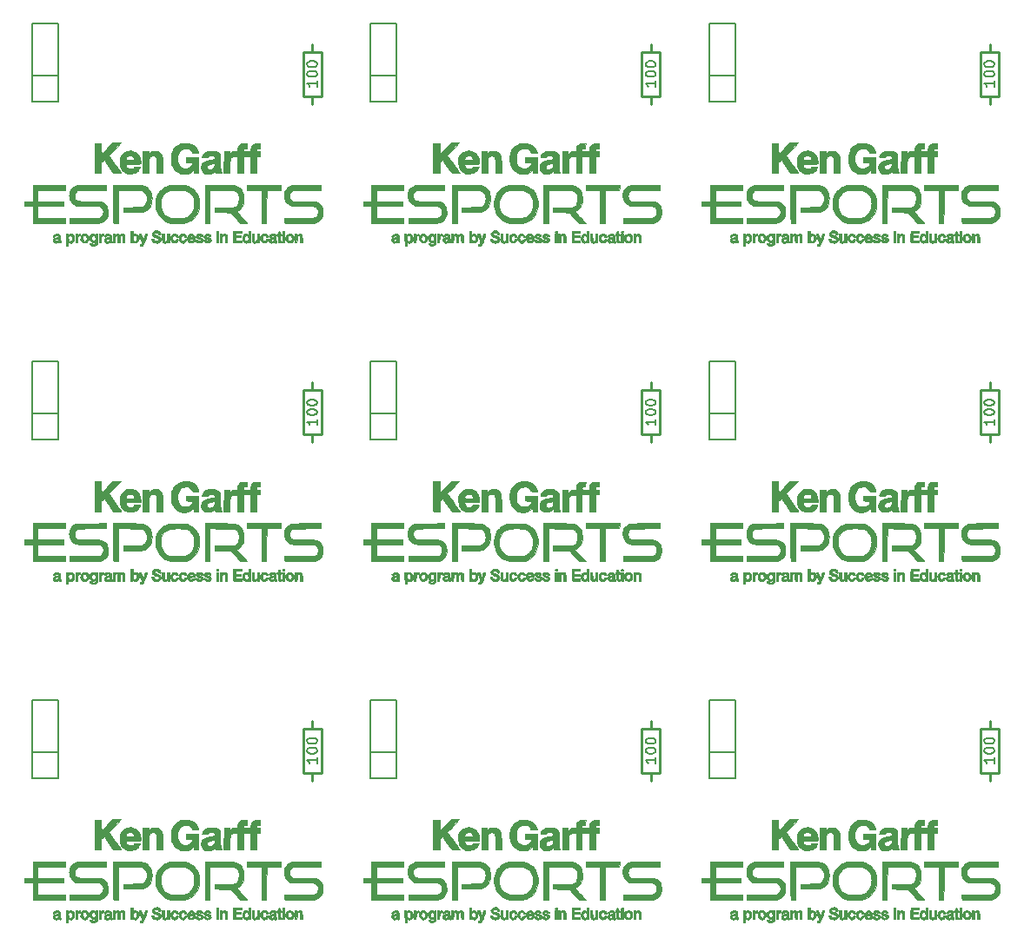
<source format=gto>
%MOIN*%
%OFA0B0*%
%FSLAX46Y46*%
%IPPOS*%
%LPD*%
%ADD10C,0.00039370078740157485*%
%ADD11C,0.01*%
%ADD12C,0.005905511811023622*%
%ADD23C,0.00039370078740157485*%
%ADD24C,0.01*%
%ADD25C,0.005905511811023622*%
%ADD26C,0.00039370078740157485*%
%ADD27C,0.01*%
%ADD28C,0.005905511811023622*%
%ADD29C,0.00039370078740157485*%
%ADD30C,0.01*%
%ADD31C,0.005905511811023622*%
%ADD32C,0.00039370078740157485*%
%ADD33C,0.01*%
%ADD34C,0.005905511811023622*%
%ADD35C,0.00039370078740157485*%
%ADD36C,0.01*%
%ADD37C,0.005905511811023622*%
%ADD38C,0.00039370078740157485*%
%ADD39C,0.01*%
%ADD40C,0.005905511811023622*%
%ADD41C,0.00039370078740157485*%
%ADD42C,0.01*%
%ADD43C,0.005905511811023622*%
%ADD44C,0.00039370078740157485*%
%ADD45C,0.01*%
%ADD46C,0.005905511811023622*%
G01*
D10*
G36*
X0001015937Y0000077638D02*
G01*
X0001017003Y0000076687D01*
X0001017204Y0000074492D01*
X0001016924Y0000072157D01*
X0001015623Y0000071134D01*
X0001013585Y0000070810D01*
X0001010517Y0000071025D01*
X0001009325Y0000072134D01*
X0001008850Y0000075264D01*
X0001010234Y0000077187D01*
X0001013331Y0000077825D01*
X0001015937Y0000077638D01*
G37*
X0001015937Y0000077638D02*
X0001017003Y0000076687D01*
X0001017204Y0000074492D01*
X0001016924Y0000072157D01*
X0001015623Y0000071134D01*
X0001013585Y0000070810D01*
X0001010517Y0000071025D01*
X0001009325Y0000072134D01*
X0001008850Y0000075264D01*
X0001010234Y0000077187D01*
X0001013331Y0000077825D01*
X0001015937Y0000077638D01*
G36*
X0000763144Y0000078209D02*
G01*
X0000764213Y0000077239D01*
X0000764426Y0000074788D01*
X0000764426Y0000074492D01*
X0000764254Y0000071886D01*
X0000763284Y0000070817D01*
X0000760834Y0000070604D01*
X0000760538Y0000070603D01*
X0000757931Y0000070775D01*
X0000756862Y0000071746D01*
X0000756649Y0000074196D01*
X0000756649Y0000074492D01*
X0000756821Y0000077098D01*
X0000757791Y0000078167D01*
X0000760242Y0000078380D01*
X0000760538Y0000078381D01*
X0000763144Y0000078209D01*
G37*
X0000763144Y0000078209D02*
X0000764213Y0000077239D01*
X0000764426Y0000074788D01*
X0000764426Y0000074492D01*
X0000764254Y0000071886D01*
X0000763284Y0000070817D01*
X0000760834Y0000070604D01*
X0000760538Y0000070603D01*
X0000757931Y0000070775D01*
X0000756862Y0000071746D01*
X0000756649Y0000074196D01*
X0000756649Y0000074492D01*
X0000756821Y0000077098D01*
X0000757791Y0000078167D01*
X0000760242Y0000078380D01*
X0000760538Y0000078381D01*
X0000763144Y0000078209D01*
G36*
X0001078300Y0000066019D02*
G01*
X0001082308Y0000063272D01*
X0001082404Y0000063171D01*
X0001083494Y0000061842D01*
X0001084245Y0000060289D01*
X0001084737Y0000058070D01*
X0001085048Y0000054742D01*
X0001085257Y0000049861D01*
X0001085350Y0000046628D01*
X0001085719Y0000032825D01*
X0001077760Y0000032825D01*
X0001077760Y0000044245D01*
X0001077655Y0000050140D01*
X0001077309Y0000054224D01*
X0001076670Y0000056897D01*
X0001076030Y0000058134D01*
X0001073512Y0000060250D01*
X0001070522Y0000060224D01*
X0001067897Y0000058659D01*
X0001066832Y0000057532D01*
X0001066124Y0000055968D01*
X0001065683Y0000053501D01*
X0001065422Y0000049667D01*
X0001065274Y0000045048D01*
X0001064982Y0000033381D01*
X0001061363Y0000033032D01*
X0001058385Y0000033219D01*
X0001057163Y0000034199D01*
X0001056970Y0000035827D01*
X0001056851Y0000039213D01*
X0001056815Y0000043897D01*
X0001056869Y0000049415D01*
X0001056893Y0000050659D01*
X0001057204Y0000065603D01*
X0001060815Y0000065951D01*
X0001063498Y0000065871D01*
X0001064420Y0000064855D01*
X0001064426Y0000064702D01*
X0001064782Y0000063862D01*
X0001066159Y0000064068D01*
X0001068664Y0000065201D01*
X0001073680Y0000066673D01*
X0001078300Y0000066019D01*
G37*
X0001078300Y0000066019D02*
X0001082308Y0000063272D01*
X0001082404Y0000063171D01*
X0001083494Y0000061842D01*
X0001084245Y0000060289D01*
X0001084737Y0000058070D01*
X0001085048Y0000054742D01*
X0001085257Y0000049861D01*
X0001085350Y0000046628D01*
X0001085719Y0000032825D01*
X0001077760Y0000032825D01*
X0001077760Y0000044245D01*
X0001077655Y0000050140D01*
X0001077309Y0000054224D01*
X0001076670Y0000056897D01*
X0001076030Y0000058134D01*
X0001073512Y0000060250D01*
X0001070522Y0000060224D01*
X0001067897Y0000058659D01*
X0001066832Y0000057532D01*
X0001066124Y0000055968D01*
X0001065683Y0000053501D01*
X0001065422Y0000049667D01*
X0001065274Y0000045048D01*
X0001064982Y0000033381D01*
X0001061363Y0000033032D01*
X0001058385Y0000033219D01*
X0001057163Y0000034199D01*
X0001056970Y0000035827D01*
X0001056851Y0000039213D01*
X0001056815Y0000043897D01*
X0001056869Y0000049415D01*
X0001056893Y0000050659D01*
X0001057204Y0000065603D01*
X0001060815Y0000065951D01*
X0001063498Y0000065871D01*
X0001064420Y0000064855D01*
X0001064426Y0000064702D01*
X0001064782Y0000063862D01*
X0001066159Y0000064068D01*
X0001068664Y0000065201D01*
X0001073680Y0000066673D01*
X0001078300Y0000066019D01*
G36*
X0001017204Y0000033381D02*
G01*
X0001013585Y0000033032D01*
X0001010607Y0000033219D01*
X0001009385Y0000034199D01*
X0001009192Y0000035827D01*
X0001009074Y0000039213D01*
X0001009037Y0000043897D01*
X0001009091Y0000049415D01*
X0001009115Y0000050659D01*
X0001009426Y0000065603D01*
X0001017204Y0000065603D01*
X0001017204Y0000033381D01*
G37*
X0001017204Y0000033381D02*
X0001013585Y0000033032D01*
X0001010607Y0000033219D01*
X0001009385Y0000034199D01*
X0001009192Y0000035827D01*
X0001009074Y0000039213D01*
X0001009037Y0000043897D01*
X0001009091Y0000049415D01*
X0001009115Y0000050659D01*
X0001009426Y0000065603D01*
X0001017204Y0000065603D01*
X0001017204Y0000033381D01*
G36*
X0000998212Y0000075418D02*
G01*
X0000999243Y0000074447D01*
X0000999676Y0000072069D01*
X0000999765Y0000070949D01*
X0001000153Y0000067956D01*
X0001001032Y0000066521D01*
X0001002845Y0000065980D01*
X0001003098Y0000065949D01*
X0001005358Y0000065222D01*
X0001006078Y0000063354D01*
X0001006093Y0000062825D01*
X0001005605Y0000060688D01*
X0001003716Y0000059793D01*
X0001003037Y0000059696D01*
X0000999982Y0000059344D01*
X0000999982Y0000039640D01*
X0001003037Y0000039288D01*
X0001005326Y0000038581D01*
X0001006073Y0000036777D01*
X0001006093Y0000036159D01*
X0001005832Y0000034374D01*
X0001004643Y0000033483D01*
X0001001918Y0000033079D01*
X0001001432Y0000033042D01*
X0000997732Y0000033162D01*
X0000995184Y0000034359D01*
X0000994487Y0000034987D01*
X0000993421Y0000036314D01*
X0000992745Y0000038049D01*
X0000992375Y0000040688D01*
X0000992224Y0000044729D01*
X0000992204Y0000048304D01*
X0000992178Y0000053336D01*
X0000992038Y0000056567D01*
X0000991692Y0000058415D01*
X0000991047Y0000059302D01*
X0000990012Y0000059645D01*
X0000989704Y0000059693D01*
X0000987724Y0000060808D01*
X0000987046Y0000062816D01*
X0000987678Y0000064826D01*
X0000989630Y0000065948D01*
X0000989644Y0000065950D01*
X0000991267Y0000066590D01*
X0000992095Y0000068319D01*
X0000992421Y0000070950D01*
X0000992768Y0000073890D01*
X0000993561Y0000075230D01*
X0000995292Y0000075592D01*
X0000996093Y0000075603D01*
X0000998212Y0000075418D01*
G37*
X0000998212Y0000075418D02*
X0000999243Y0000074447D01*
X0000999676Y0000072069D01*
X0000999765Y0000070949D01*
X0001000153Y0000067956D01*
X0001001032Y0000066521D01*
X0001002845Y0000065980D01*
X0001003098Y0000065949D01*
X0001005358Y0000065222D01*
X0001006078Y0000063354D01*
X0001006093Y0000062825D01*
X0001005605Y0000060688D01*
X0001003716Y0000059793D01*
X0001003037Y0000059696D01*
X0000999982Y0000059344D01*
X0000999982Y0000039640D01*
X0001003037Y0000039288D01*
X0001005326Y0000038581D01*
X0001006073Y0000036777D01*
X0001006093Y0000036159D01*
X0001005832Y0000034374D01*
X0001004643Y0000033483D01*
X0001001918Y0000033079D01*
X0001001432Y0000033042D01*
X0000997732Y0000033162D01*
X0000995184Y0000034359D01*
X0000994487Y0000034987D01*
X0000993421Y0000036314D01*
X0000992745Y0000038049D01*
X0000992375Y0000040688D01*
X0000992224Y0000044729D01*
X0000992204Y0000048304D01*
X0000992178Y0000053336D01*
X0000992038Y0000056567D01*
X0000991692Y0000058415D01*
X0000991047Y0000059302D01*
X0000990012Y0000059645D01*
X0000989704Y0000059693D01*
X0000987724Y0000060808D01*
X0000987046Y0000062816D01*
X0000987678Y0000064826D01*
X0000989630Y0000065948D01*
X0000989644Y0000065950D01*
X0000991267Y0000066590D01*
X0000992095Y0000068319D01*
X0000992421Y0000070950D01*
X0000992768Y0000073890D01*
X0000993561Y0000075230D01*
X0000995292Y0000075592D01*
X0000996093Y0000075603D01*
X0000998212Y0000075418D01*
G36*
X0000853315Y0000070603D02*
G01*
X0000829982Y0000070603D01*
X0000829982Y0000059492D01*
X0000851093Y0000059492D01*
X0000851093Y0000052825D01*
X0000829982Y0000052825D01*
X0000829982Y0000040603D01*
X0000853315Y0000040603D01*
X0000853315Y0000032825D01*
X0000837725Y0000032825D01*
X0000831066Y0000032882D01*
X0000826375Y0000033066D01*
X0000823398Y0000033401D01*
X0000821883Y0000033908D01*
X0000821588Y0000034249D01*
X0000821432Y0000035765D01*
X0000821326Y0000039130D01*
X0000821273Y0000043971D01*
X0000821277Y0000049915D01*
X0000821343Y0000056590D01*
X0000821345Y0000056749D01*
X0000821649Y0000077825D01*
X0000837482Y0000078134D01*
X0000853315Y0000078442D01*
X0000853315Y0000070603D01*
G37*
X0000853315Y0000070603D02*
X0000829982Y0000070603D01*
X0000829982Y0000059492D01*
X0000851093Y0000059492D01*
X0000851093Y0000052825D01*
X0000829982Y0000052825D01*
X0000829982Y0000040603D01*
X0000853315Y0000040603D01*
X0000853315Y0000032825D01*
X0000837725Y0000032825D01*
X0000831066Y0000032882D01*
X0000826375Y0000033066D01*
X0000823398Y0000033401D01*
X0000821883Y0000033908D01*
X0000821588Y0000034249D01*
X0000821432Y0000035765D01*
X0000821326Y0000039130D01*
X0000821273Y0000043971D01*
X0000821277Y0000049915D01*
X0000821343Y0000056590D01*
X0000821345Y0000056749D01*
X0000821649Y0000077825D01*
X0000837482Y0000078134D01*
X0000853315Y0000078442D01*
X0000853315Y0000070603D01*
G36*
X0000790574Y0000066147D02*
G01*
X0000793337Y0000064886D01*
X0000795312Y0000062987D01*
X0000796620Y0000060106D01*
X0000797381Y0000055901D01*
X0000797715Y0000050031D01*
X0000797760Y0000045658D01*
X0000797760Y0000032825D01*
X0000789982Y0000032825D01*
X0000789982Y0000044968D01*
X0000789911Y0000050712D01*
X0000789665Y0000054636D01*
X0000789194Y0000057141D01*
X0000788447Y0000058624D01*
X0000788236Y0000058857D01*
X0000785318Y0000060449D01*
X0000782135Y0000059951D01*
X0000779982Y0000058381D01*
X0000778968Y0000057105D01*
X0000778315Y0000055400D01*
X0000777947Y0000052790D01*
X0000777788Y0000048801D01*
X0000777760Y0000044492D01*
X0000777760Y0000032825D01*
X0000769982Y0000032825D01*
X0000769982Y0000066159D01*
X0000773350Y0000066159D01*
X0000776132Y0000065612D01*
X0000777376Y0000064444D01*
X0000778124Y0000063323D01*
X0000779368Y0000063910D01*
X0000779841Y0000064313D01*
X0000783930Y0000066530D01*
X0000788677Y0000066640D01*
X0000790574Y0000066147D01*
G37*
X0000790574Y0000066147D02*
X0000793337Y0000064886D01*
X0000795312Y0000062987D01*
X0000796620Y0000060106D01*
X0000797381Y0000055901D01*
X0000797715Y0000050031D01*
X0000797760Y0000045658D01*
X0000797760Y0000032825D01*
X0000789982Y0000032825D01*
X0000789982Y0000044968D01*
X0000789911Y0000050712D01*
X0000789665Y0000054636D01*
X0000789194Y0000057141D01*
X0000788447Y0000058624D01*
X0000788236Y0000058857D01*
X0000785318Y0000060449D01*
X0000782135Y0000059951D01*
X0000779982Y0000058381D01*
X0000778968Y0000057105D01*
X0000778315Y0000055400D01*
X0000777947Y0000052790D01*
X0000777788Y0000048801D01*
X0000777760Y0000044492D01*
X0000777760Y0000032825D01*
X0000769982Y0000032825D01*
X0000769982Y0000066159D01*
X0000773350Y0000066159D01*
X0000776132Y0000065612D01*
X0000777376Y0000064444D01*
X0000778124Y0000063323D01*
X0000779368Y0000063910D01*
X0000779841Y0000064313D01*
X0000783930Y0000066530D01*
X0000788677Y0000066640D01*
X0000790574Y0000066147D01*
G36*
X0000764426Y0000032825D02*
G01*
X0000756649Y0000032825D01*
X0000756649Y0000066159D01*
X0000764426Y0000066159D01*
X0000764426Y0000032825D01*
G37*
X0000764426Y0000032825D02*
X0000756649Y0000032825D01*
X0000756649Y0000066159D01*
X0000764426Y0000066159D01*
X0000764426Y0000032825D01*
G36*
X0000398009Y0000066198D02*
G01*
X0000401873Y0000063726D01*
X0000402924Y0000062606D01*
X0000403639Y0000061295D01*
X0000404083Y0000059374D01*
X0000404319Y0000056419D01*
X0000404412Y0000052010D01*
X0000404426Y0000047006D01*
X0000404426Y0000032685D01*
X0000400815Y0000033033D01*
X0000397204Y0000033381D01*
X0000396649Y0000046042D01*
X0000396260Y0000052396D01*
X0000395663Y0000056773D01*
X0000394735Y0000059415D01*
X0000393353Y0000060564D01*
X0000391393Y0000060463D01*
X0000389671Y0000059806D01*
X0000387964Y0000058589D01*
X0000386777Y0000056527D01*
X0000386031Y0000053275D01*
X0000385644Y0000048488D01*
X0000385537Y0000042061D01*
X0000385537Y0000032685D01*
X0000381926Y0000033033D01*
X0000378315Y0000033381D01*
X0000377760Y0000046042D01*
X0000377456Y0000051728D01*
X0000377088Y0000055585D01*
X0000376586Y0000058008D01*
X0000375877Y0000059390D01*
X0000375260Y0000059925D01*
X0000372844Y0000060550D01*
X0000371371Y0000059933D01*
X0000369229Y0000057969D01*
X0000367801Y0000054996D01*
X0000366984Y0000050645D01*
X0000366675Y0000044547D01*
X0000366665Y0000043103D01*
X0000366649Y0000032825D01*
X0000363280Y0000032825D01*
X0000360729Y0000033254D01*
X0000359358Y0000034270D01*
X0000359175Y0000035870D01*
X0000359065Y0000039231D01*
X0000359035Y0000043896D01*
X0000359091Y0000049403D01*
X0000359115Y0000050659D01*
X0000359426Y0000065603D01*
X0000363037Y0000065951D01*
X0000365604Y0000065927D01*
X0000366582Y0000065017D01*
X0000366649Y0000064390D01*
X0000366802Y0000063144D01*
X0000367630Y0000063417D01*
X0000368837Y0000064461D01*
X0000371892Y0000066019D01*
X0000375818Y0000066536D01*
X0000379616Y0000065991D01*
X0000381905Y0000064763D01*
X0000383365Y0000063655D01*
X0000384793Y0000063523D01*
X0000386999Y0000064412D01*
X0000388387Y0000065118D01*
X0000393418Y0000066742D01*
X0000398009Y0000066198D01*
G37*
X0000398009Y0000066198D02*
X0000401873Y0000063726D01*
X0000402924Y0000062606D01*
X0000403639Y0000061295D01*
X0000404083Y0000059374D01*
X0000404319Y0000056419D01*
X0000404412Y0000052010D01*
X0000404426Y0000047006D01*
X0000404426Y0000032685D01*
X0000400815Y0000033033D01*
X0000397204Y0000033381D01*
X0000396649Y0000046042D01*
X0000396260Y0000052396D01*
X0000395663Y0000056773D01*
X0000394735Y0000059415D01*
X0000393353Y0000060564D01*
X0000391393Y0000060463D01*
X0000389671Y0000059806D01*
X0000387964Y0000058589D01*
X0000386777Y0000056527D01*
X0000386031Y0000053275D01*
X0000385644Y0000048488D01*
X0000385537Y0000042061D01*
X0000385537Y0000032685D01*
X0000381926Y0000033033D01*
X0000378315Y0000033381D01*
X0000377760Y0000046042D01*
X0000377456Y0000051728D01*
X0000377088Y0000055585D01*
X0000376586Y0000058008D01*
X0000375877Y0000059390D01*
X0000375260Y0000059925D01*
X0000372844Y0000060550D01*
X0000371371Y0000059933D01*
X0000369229Y0000057969D01*
X0000367801Y0000054996D01*
X0000366984Y0000050645D01*
X0000366675Y0000044547D01*
X0000366665Y0000043103D01*
X0000366649Y0000032825D01*
X0000363280Y0000032825D01*
X0000360729Y0000033254D01*
X0000359358Y0000034270D01*
X0000359175Y0000035870D01*
X0000359065Y0000039231D01*
X0000359035Y0000043896D01*
X0000359091Y0000049403D01*
X0000359115Y0000050659D01*
X0000359426Y0000065603D01*
X0000363037Y0000065951D01*
X0000365604Y0000065927D01*
X0000366582Y0000065017D01*
X0000366649Y0000064390D01*
X0000366802Y0000063144D01*
X0000367630Y0000063417D01*
X0000368837Y0000064461D01*
X0000371892Y0000066019D01*
X0000375818Y0000066536D01*
X0000379616Y0000065991D01*
X0000381905Y0000064763D01*
X0000383365Y0000063655D01*
X0000384793Y0000063523D01*
X0000386999Y0000064412D01*
X0000388387Y0000065118D01*
X0000393418Y0000066742D01*
X0000398009Y0000066198D01*
G36*
X0000322908Y0000066377D02*
G01*
X0000323890Y0000065182D01*
X0000324219Y0000063103D01*
X0000324222Y0000060583D01*
X0000323348Y0000059600D01*
X0000322365Y0000059492D01*
X0000318743Y0000058899D01*
X0000316140Y0000056977D01*
X0000314442Y0000053516D01*
X0000313540Y0000048303D01*
X0000313315Y0000042325D01*
X0000313315Y0000032825D01*
X0000305537Y0000032825D01*
X0000305537Y0000066159D01*
X0000308906Y0000066159D01*
X0000311688Y0000065612D01*
X0000312932Y0000064444D01*
X0000313628Y0000063331D01*
X0000314760Y0000063818D01*
X0000315540Y0000064494D01*
X0000318113Y0000065904D01*
X0000320680Y0000066487D01*
X0000322908Y0000066377D01*
G37*
X0000322908Y0000066377D02*
X0000323890Y0000065182D01*
X0000324219Y0000063103D01*
X0000324222Y0000060583D01*
X0000323348Y0000059600D01*
X0000322365Y0000059492D01*
X0000318743Y0000058899D01*
X0000316140Y0000056977D01*
X0000314442Y0000053516D01*
X0000313540Y0000048303D01*
X0000313315Y0000042325D01*
X0000313315Y0000032825D01*
X0000305537Y0000032825D01*
X0000305537Y0000066159D01*
X0000308906Y0000066159D01*
X0000311688Y0000065612D01*
X0000312932Y0000064444D01*
X0000313628Y0000063331D01*
X0000314760Y0000063818D01*
X0000315540Y0000064494D01*
X0000318113Y0000065904D01*
X0000320680Y0000066487D01*
X0000322908Y0000066377D01*
G36*
X0000233067Y0000066568D02*
G01*
X0000234232Y0000064493D01*
X0000234426Y0000062239D01*
X0000234175Y0000059780D01*
X0000233541Y0000058848D01*
X0000233366Y0000058905D01*
X0000231588Y0000059145D01*
X0000229358Y0000058820D01*
X0000226624Y0000057191D01*
X0000224734Y0000053814D01*
X0000223645Y0000048569D01*
X0000223315Y0000041750D01*
X0000223315Y0000032825D01*
X0000215537Y0000032825D01*
X0000215537Y0000066159D01*
X0000219426Y0000066159D01*
X0000222332Y0000065782D01*
X0000223314Y0000064603D01*
X0000223315Y0000064530D01*
X0000223685Y0000063695D01*
X0000225080Y0000064036D01*
X0000227214Y0000065200D01*
X0000230762Y0000066789D01*
X0000233067Y0000066568D01*
G37*
X0000233067Y0000066568D02*
X0000234232Y0000064493D01*
X0000234426Y0000062239D01*
X0000234175Y0000059780D01*
X0000233541Y0000058848D01*
X0000233366Y0000058905D01*
X0000231588Y0000059145D01*
X0000229358Y0000058820D01*
X0000226624Y0000057191D01*
X0000224734Y0000053814D01*
X0000223645Y0000048569D01*
X0000223315Y0000041750D01*
X0000223315Y0000032825D01*
X0000215537Y0000032825D01*
X0000215537Y0000066159D01*
X0000219426Y0000066159D01*
X0000222332Y0000065782D01*
X0000223314Y0000064603D01*
X0000223315Y0000064530D01*
X0000223685Y0000063695D01*
X0000225080Y0000064036D01*
X0000227214Y0000065200D01*
X0000230762Y0000066789D01*
X0000233067Y0000066568D01*
G36*
X0001040538Y0000066495D02*
G01*
X0001043307Y0000065477D01*
X0001047958Y0000062814D01*
X0001050954Y0000059062D01*
X0001052469Y0000053926D01*
X0001052740Y0000049492D01*
X0001052407Y0000044155D01*
X0001051375Y0000040459D01*
X0001050719Y0000039292D01*
X0001046652Y0000035054D01*
X0001041610Y0000032673D01*
X0001035985Y0000032253D01*
X0001030222Y0000033871D01*
X0001026434Y0000036242D01*
X0001023915Y0000039590D01*
X0001023302Y0000040843D01*
X0001021506Y0000046920D01*
X0001021503Y0000048918D01*
X0001029132Y0000048918D01*
X0001029941Y0000044609D01*
X0001031950Y0000041199D01*
X0001034889Y0000039061D01*
X0001038484Y0000038568D01*
X0001040488Y0000039071D01*
X0001042608Y0000040874D01*
X0001044384Y0000044080D01*
X0001045419Y0000047869D01*
X0001045537Y0000049492D01*
X0001044784Y0000054072D01*
X0001042808Y0000057462D01*
X0001040035Y0000059548D01*
X0001036891Y0000060213D01*
X0001033801Y0000059343D01*
X0001031190Y0000056822D01*
X0001029796Y0000053754D01*
X0001029132Y0000048918D01*
X0001021503Y0000048918D01*
X0001021499Y0000052834D01*
X0001023160Y0000058164D01*
X0001026371Y0000062490D01*
X0001030222Y0000065061D01*
X0001034203Y0000066650D01*
X0001037302Y0000067117D01*
X0001040538Y0000066495D01*
G37*
X0001040538Y0000066495D02*
X0001043307Y0000065477D01*
X0001047958Y0000062814D01*
X0001050954Y0000059062D01*
X0001052469Y0000053926D01*
X0001052740Y0000049492D01*
X0001052407Y0000044155D01*
X0001051375Y0000040459D01*
X0001050719Y0000039292D01*
X0001046652Y0000035054D01*
X0001041610Y0000032673D01*
X0001035985Y0000032253D01*
X0001030222Y0000033871D01*
X0001026434Y0000036242D01*
X0001023915Y0000039590D01*
X0001023302Y0000040843D01*
X0001021506Y0000046920D01*
X0001021503Y0000048918D01*
X0001029132Y0000048918D01*
X0001029941Y0000044609D01*
X0001031950Y0000041199D01*
X0001034889Y0000039061D01*
X0001038484Y0000038568D01*
X0001040488Y0000039071D01*
X0001042608Y0000040874D01*
X0001044384Y0000044080D01*
X0001045419Y0000047869D01*
X0001045537Y0000049492D01*
X0001044784Y0000054072D01*
X0001042808Y0000057462D01*
X0001040035Y0000059548D01*
X0001036891Y0000060213D01*
X0001033801Y0000059343D01*
X0001031190Y0000056822D01*
X0001029796Y0000053754D01*
X0001029132Y0000048918D01*
X0001021503Y0000048918D01*
X0001021499Y0000052834D01*
X0001023160Y0000058164D01*
X0001026371Y0000062490D01*
X0001030222Y0000065061D01*
X0001034203Y0000066650D01*
X0001037302Y0000067117D01*
X0001040538Y0000066495D01*
G36*
X0000978136Y0000065650D02*
G01*
X0000981863Y0000063268D01*
X0000983068Y0000061858D01*
X0000983824Y0000060206D01*
X0000984234Y0000057783D01*
X0000984401Y0000054064D01*
X0000984426Y0000050063D01*
X0000984499Y0000044876D01*
X0000984753Y0000041526D01*
X0000985247Y0000039630D01*
X0000986036Y0000038806D01*
X0000986093Y0000038783D01*
X0000987392Y0000037295D01*
X0000987760Y0000035505D01*
X0000986856Y0000033219D01*
X0000984590Y0000032041D01*
X0000981629Y0000032175D01*
X0000979696Y0000033033D01*
X0000977511Y0000033976D01*
X0000975080Y0000033776D01*
X0000973315Y0000033218D01*
X0000969532Y0000032134D01*
X0000966404Y0000032034D01*
X0000963871Y0000032510D01*
X0000960003Y0000034495D01*
X0000957450Y0000037950D01*
X0000956649Y0000041785D01*
X0000956792Y0000042842D01*
X0000964426Y0000042842D01*
X0000965336Y0000040318D01*
X0000967646Y0000038881D01*
X0000970732Y0000038706D01*
X0000973968Y0000039967D01*
X0000974179Y0000040111D01*
X0000976275Y0000042849D01*
X0000976649Y0000045041D01*
X0000976493Y0000047101D01*
X0000975599Y0000047864D01*
X0000973320Y0000047726D01*
X0000972482Y0000047601D01*
X0000967904Y0000046553D01*
X0000965296Y0000045053D01*
X0000964428Y0000042963D01*
X0000964426Y0000042842D01*
X0000956792Y0000042842D01*
X0000957177Y0000045683D01*
X0000958966Y0000048514D01*
X0000962323Y0000050556D01*
X0000967555Y0000052086D01*
X0000968195Y0000052222D01*
X0000972986Y0000053331D01*
X0000975891Y0000054371D01*
X0000977229Y0000055535D01*
X0000977321Y0000057018D01*
X0000977118Y0000057649D01*
X0000975486Y0000059397D01*
X0000972795Y0000060197D01*
X0000969773Y0000060109D01*
X0000967152Y0000059188D01*
X0000965659Y0000057494D01*
X0000965537Y0000056738D01*
X0000964726Y0000055495D01*
X0000962107Y0000055053D01*
X0000961649Y0000055048D01*
X0000958720Y0000055616D01*
X0000957703Y0000057288D01*
X0000958608Y0000060016D01*
X0000960042Y0000062093D01*
X0000963567Y0000064927D01*
X0000968231Y0000066490D01*
X0000973324Y0000066744D01*
X0000978136Y0000065650D01*
G37*
X0000978136Y0000065650D02*
X0000981863Y0000063268D01*
X0000983068Y0000061858D01*
X0000983824Y0000060206D01*
X0000984234Y0000057783D01*
X0000984401Y0000054064D01*
X0000984426Y0000050063D01*
X0000984499Y0000044876D01*
X0000984753Y0000041526D01*
X0000985247Y0000039630D01*
X0000986036Y0000038806D01*
X0000986093Y0000038783D01*
X0000987392Y0000037295D01*
X0000987760Y0000035505D01*
X0000986856Y0000033219D01*
X0000984590Y0000032041D01*
X0000981629Y0000032175D01*
X0000979696Y0000033033D01*
X0000977511Y0000033976D01*
X0000975080Y0000033776D01*
X0000973315Y0000033218D01*
X0000969532Y0000032134D01*
X0000966404Y0000032034D01*
X0000963871Y0000032510D01*
X0000960003Y0000034495D01*
X0000957450Y0000037950D01*
X0000956649Y0000041785D01*
X0000956792Y0000042842D01*
X0000964426Y0000042842D01*
X0000965336Y0000040318D01*
X0000967646Y0000038881D01*
X0000970732Y0000038706D01*
X0000973968Y0000039967D01*
X0000974179Y0000040111D01*
X0000976275Y0000042849D01*
X0000976649Y0000045041D01*
X0000976493Y0000047101D01*
X0000975599Y0000047864D01*
X0000973320Y0000047726D01*
X0000972482Y0000047601D01*
X0000967904Y0000046553D01*
X0000965296Y0000045053D01*
X0000964428Y0000042963D01*
X0000964426Y0000042842D01*
X0000956792Y0000042842D01*
X0000957177Y0000045683D01*
X0000958966Y0000048514D01*
X0000962323Y0000050556D01*
X0000967555Y0000052086D01*
X0000968195Y0000052222D01*
X0000972986Y0000053331D01*
X0000975891Y0000054371D01*
X0000977229Y0000055535D01*
X0000977321Y0000057018D01*
X0000977118Y0000057649D01*
X0000975486Y0000059397D01*
X0000972795Y0000060197D01*
X0000969773Y0000060109D01*
X0000967152Y0000059188D01*
X0000965659Y0000057494D01*
X0000965537Y0000056738D01*
X0000964726Y0000055495D01*
X0000962107Y0000055053D01*
X0000961649Y0000055048D01*
X0000958720Y0000055616D01*
X0000957703Y0000057288D01*
X0000958608Y0000060016D01*
X0000960042Y0000062093D01*
X0000963567Y0000064927D01*
X0000968231Y0000066490D01*
X0000973324Y0000066744D01*
X0000978136Y0000065650D01*
G36*
X0000945133Y0000065937D02*
G01*
X0000948273Y0000064622D01*
X0000950427Y0000062599D01*
X0000952341Y0000059828D01*
X0000953604Y0000057049D01*
X0000953807Y0000055004D01*
X0000953706Y0000054781D01*
X0000952348Y0000054125D01*
X0000950062Y0000053954D01*
X0000947839Y0000054230D01*
X0000946672Y0000054915D01*
X0000946649Y0000055048D01*
X0000945753Y0000056971D01*
X0000943634Y0000058979D01*
X0000941147Y0000060363D01*
X0000939931Y0000060603D01*
X0000937614Y0000059850D01*
X0000935081Y0000058022D01*
X0000934931Y0000057876D01*
X0000933169Y0000055576D01*
X0000932362Y0000052744D01*
X0000932204Y0000049492D01*
X0000932463Y0000045578D01*
X0000933440Y0000042928D01*
X0000934931Y0000041108D01*
X0000937273Y0000039246D01*
X0000939297Y0000038387D01*
X0000939426Y0000038381D01*
X0000941364Y0000039146D01*
X0000943730Y0000040968D01*
X0000945749Y0000043137D01*
X0000946647Y0000044941D01*
X0000946649Y0000044997D01*
X0000947577Y0000045781D01*
X0000949708Y0000046127D01*
X0000952058Y0000046002D01*
X0000953644Y0000045374D01*
X0000953756Y0000045233D01*
X0000953699Y0000043516D01*
X0000952540Y0000040856D01*
X0000950683Y0000037946D01*
X0000948529Y0000035482D01*
X0000947734Y0000034820D01*
X0000943283Y0000032741D01*
X0000938269Y0000032205D01*
X0000933871Y0000033230D01*
X0000929405Y0000035957D01*
X0000926566Y0000039502D01*
X0000925064Y0000044333D01*
X0000924678Y0000048157D01*
X0000924949Y0000054510D01*
X0000926590Y0000059391D01*
X0000929773Y0000063196D01*
X0000931727Y0000064645D01*
X0000935597Y0000066126D01*
X0000940406Y0000066556D01*
X0000945133Y0000065937D01*
G37*
X0000945133Y0000065937D02*
X0000948273Y0000064622D01*
X0000950427Y0000062599D01*
X0000952341Y0000059828D01*
X0000953604Y0000057049D01*
X0000953807Y0000055004D01*
X0000953706Y0000054781D01*
X0000952348Y0000054125D01*
X0000950062Y0000053954D01*
X0000947839Y0000054230D01*
X0000946672Y0000054915D01*
X0000946649Y0000055048D01*
X0000945753Y0000056971D01*
X0000943634Y0000058979D01*
X0000941147Y0000060363D01*
X0000939931Y0000060603D01*
X0000937614Y0000059850D01*
X0000935081Y0000058022D01*
X0000934931Y0000057876D01*
X0000933169Y0000055576D01*
X0000932362Y0000052744D01*
X0000932204Y0000049492D01*
X0000932463Y0000045578D01*
X0000933440Y0000042928D01*
X0000934931Y0000041108D01*
X0000937273Y0000039246D01*
X0000939297Y0000038387D01*
X0000939426Y0000038381D01*
X0000941364Y0000039146D01*
X0000943730Y0000040968D01*
X0000945749Y0000043137D01*
X0000946647Y0000044941D01*
X0000946649Y0000044997D01*
X0000947577Y0000045781D01*
X0000949708Y0000046127D01*
X0000952058Y0000046002D01*
X0000953644Y0000045374D01*
X0000953756Y0000045233D01*
X0000953699Y0000043516D01*
X0000952540Y0000040856D01*
X0000950683Y0000037946D01*
X0000948529Y0000035482D01*
X0000947734Y0000034820D01*
X0000943283Y0000032741D01*
X0000938269Y0000032205D01*
X0000933871Y0000033230D01*
X0000929405Y0000035957D01*
X0000926566Y0000039502D01*
X0000925064Y0000044333D01*
X0000924678Y0000048157D01*
X0000924949Y0000054510D01*
X0000926590Y0000059391D01*
X0000929773Y0000063196D01*
X0000931727Y0000064645D01*
X0000935597Y0000066126D01*
X0000940406Y0000066556D01*
X0000945133Y0000065937D01*
G36*
X0000899982Y0000054016D02*
G01*
X0000900053Y0000048272D01*
X0000900299Y0000044348D01*
X0000900770Y0000041844D01*
X0000901517Y0000040361D01*
X0000901728Y0000040127D01*
X0000904646Y0000038535D01*
X0000907829Y0000039033D01*
X0000909982Y0000040603D01*
X0000910996Y0000041879D01*
X0000911649Y0000043584D01*
X0000912017Y0000046194D01*
X0000912176Y0000050183D01*
X0000912204Y0000054492D01*
X0000912204Y0000066159D01*
X0000919982Y0000066159D01*
X0000919982Y0000032825D01*
X0000916186Y0000032825D01*
X0000913526Y0000033134D01*
X0000912052Y0000033890D01*
X0000911997Y0000034003D01*
X0000910815Y0000034426D01*
X0000908293Y0000033455D01*
X0000904935Y0000032063D01*
X0000902011Y0000031990D01*
X0000898409Y0000033213D01*
X0000898288Y0000033265D01*
X0000895899Y0000034682D01*
X0000894204Y0000036752D01*
X0000893098Y0000039829D01*
X0000892473Y0000044268D01*
X0000892223Y0000050423D01*
X0000892204Y0000053433D01*
X0000892204Y0000066159D01*
X0000899982Y0000066159D01*
X0000899982Y0000054016D01*
G37*
X0000899982Y0000054016D02*
X0000900053Y0000048272D01*
X0000900299Y0000044348D01*
X0000900770Y0000041844D01*
X0000901517Y0000040361D01*
X0000901728Y0000040127D01*
X0000904646Y0000038535D01*
X0000907829Y0000039033D01*
X0000909982Y0000040603D01*
X0000910996Y0000041879D01*
X0000911649Y0000043584D01*
X0000912017Y0000046194D01*
X0000912176Y0000050183D01*
X0000912204Y0000054492D01*
X0000912204Y0000066159D01*
X0000919982Y0000066159D01*
X0000919982Y0000032825D01*
X0000916186Y0000032825D01*
X0000913526Y0000033134D01*
X0000912052Y0000033890D01*
X0000911997Y0000034003D01*
X0000910815Y0000034426D01*
X0000908293Y0000033455D01*
X0000904935Y0000032063D01*
X0000902011Y0000031990D01*
X0000898409Y0000033213D01*
X0000898288Y0000033265D01*
X0000895899Y0000034682D01*
X0000894204Y0000036752D01*
X0000893098Y0000039829D01*
X0000892473Y0000044268D01*
X0000892223Y0000050423D01*
X0000892204Y0000053433D01*
X0000892204Y0000066159D01*
X0000899982Y0000066159D01*
X0000899982Y0000054016D01*
G36*
X0000886649Y0000032825D02*
G01*
X0000883381Y0000032825D01*
X0000880830Y0000033147D01*
X0000879468Y0000033870D01*
X0000878073Y0000034195D01*
X0000875383Y0000033472D01*
X0000874993Y0000033314D01*
X0000872074Y0000032237D01*
X0000869713Y0000031947D01*
X0000866687Y0000032335D01*
X0000865825Y0000032497D01*
X0000862656Y0000034017D01*
X0000859517Y0000036950D01*
X0000857052Y0000040576D01*
X0000856000Y0000043487D01*
X0000855577Y0000048547D01*
X0000855649Y0000049492D01*
X0000863315Y0000049492D01*
X0000863574Y0000045578D01*
X0000864551Y0000042928D01*
X0000866043Y0000041108D01*
X0000868564Y0000039230D01*
X0000870969Y0000038385D01*
X0000871093Y0000038381D01*
X0000873448Y0000039136D01*
X0000875999Y0000040967D01*
X0000876144Y0000041108D01*
X0000877906Y0000043408D01*
X0000878713Y0000046240D01*
X0000878871Y0000049492D01*
X0000878181Y0000054350D01*
X0000876331Y0000057924D01*
X0000873647Y0000060001D01*
X0000870459Y0000060366D01*
X0000867092Y0000058805D01*
X0000866043Y0000057876D01*
X0000864280Y0000055576D01*
X0000863474Y0000052744D01*
X0000863315Y0000049492D01*
X0000855649Y0000049492D01*
X0000855979Y0000053850D01*
X0000857086Y0000058556D01*
X0000858539Y0000061519D01*
X0000861040Y0000063827D01*
X0000864439Y0000065770D01*
X0000865209Y0000066072D01*
X0000868204Y0000066962D01*
X0000870489Y0000066932D01*
X0000873206Y0000065897D01*
X0000874275Y0000065378D01*
X0000878871Y0000063104D01*
X0000878871Y0000078381D01*
X0000886649Y0000078381D01*
X0000886649Y0000032825D01*
G37*
X0000886649Y0000032825D02*
X0000883381Y0000032825D01*
X0000880830Y0000033147D01*
X0000879468Y0000033870D01*
X0000878073Y0000034195D01*
X0000875383Y0000033472D01*
X0000874993Y0000033314D01*
X0000872074Y0000032237D01*
X0000869713Y0000031947D01*
X0000866687Y0000032335D01*
X0000865825Y0000032497D01*
X0000862656Y0000034017D01*
X0000859517Y0000036950D01*
X0000857052Y0000040576D01*
X0000856000Y0000043487D01*
X0000855577Y0000048547D01*
X0000855649Y0000049492D01*
X0000863315Y0000049492D01*
X0000863574Y0000045578D01*
X0000864551Y0000042928D01*
X0000866043Y0000041108D01*
X0000868564Y0000039230D01*
X0000870969Y0000038385D01*
X0000871093Y0000038381D01*
X0000873448Y0000039136D01*
X0000875999Y0000040967D01*
X0000876144Y0000041108D01*
X0000877906Y0000043408D01*
X0000878713Y0000046240D01*
X0000878871Y0000049492D01*
X0000878181Y0000054350D01*
X0000876331Y0000057924D01*
X0000873647Y0000060001D01*
X0000870459Y0000060366D01*
X0000867092Y0000058805D01*
X0000866043Y0000057876D01*
X0000864280Y0000055576D01*
X0000863474Y0000052744D01*
X0000863315Y0000049492D01*
X0000855649Y0000049492D01*
X0000855979Y0000053850D01*
X0000857086Y0000058556D01*
X0000858539Y0000061519D01*
X0000861040Y0000063827D01*
X0000864439Y0000065770D01*
X0000865209Y0000066072D01*
X0000868204Y0000066962D01*
X0000870489Y0000066932D01*
X0000873206Y0000065897D01*
X0000874275Y0000065378D01*
X0000878871Y0000063104D01*
X0000878871Y0000078381D01*
X0000886649Y0000078381D01*
X0000886649Y0000032825D01*
G36*
X0000725120Y0000066267D02*
G01*
X0000725478Y0000066175D01*
X0000729035Y0000064566D01*
X0000732100Y0000062070D01*
X0000734051Y0000059279D01*
X0000734426Y0000057676D01*
X0000733538Y0000056494D01*
X0000731370Y0000056165D01*
X0000728670Y0000056631D01*
X0000726185Y0000057831D01*
X0000725537Y0000058381D01*
X0000722390Y0000060349D01*
X0000719105Y0000060099D01*
X0000717139Y0000058937D01*
X0000715650Y0000057606D01*
X0000715917Y0000056613D01*
X0000717175Y0000055577D01*
X0000719767Y0000054250D01*
X0000723148Y0000053283D01*
X0000723482Y0000053225D01*
X0000728898Y0000051629D01*
X0000732813Y0000048955D01*
X0000735017Y0000045453D01*
X0000735300Y0000041370D01*
X0000734864Y0000039727D01*
X0000732547Y0000036292D01*
X0000728709Y0000033751D01*
X0000723949Y0000032326D01*
X0000718861Y0000032239D01*
X0000716226Y0000032815D01*
X0000712448Y0000034686D01*
X0000709474Y0000037401D01*
X0000707883Y0000040377D01*
X0000707760Y0000041352D01*
X0000708103Y0000043130D01*
X0000709564Y0000043839D01*
X0000711519Y0000043936D01*
X0000714389Y0000043540D01*
X0000715720Y0000042161D01*
X0000715846Y0000041765D01*
X0000717274Y0000039885D01*
X0000719858Y0000038903D01*
X0000722889Y0000038791D01*
X0000725655Y0000039518D01*
X0000727447Y0000041054D01*
X0000727760Y0000042270D01*
X0000727125Y0000043733D01*
X0000725031Y0000045068D01*
X0000721190Y0000046422D01*
X0000717910Y0000047309D01*
X0000714226Y0000048693D01*
X0000711046Y0000050624D01*
X0000710410Y0000051185D01*
X0000708248Y0000054532D01*
X0000707988Y0000057960D01*
X0000709342Y0000061182D01*
X0000712021Y0000063911D01*
X0000715736Y0000065860D01*
X0000720199Y0000066741D01*
X0000725120Y0000066267D01*
G37*
X0000725120Y0000066267D02*
X0000725478Y0000066175D01*
X0000729035Y0000064566D01*
X0000732100Y0000062070D01*
X0000734051Y0000059279D01*
X0000734426Y0000057676D01*
X0000733538Y0000056494D01*
X0000731370Y0000056165D01*
X0000728670Y0000056631D01*
X0000726185Y0000057831D01*
X0000725537Y0000058381D01*
X0000722390Y0000060349D01*
X0000719105Y0000060099D01*
X0000717139Y0000058937D01*
X0000715650Y0000057606D01*
X0000715917Y0000056613D01*
X0000717175Y0000055577D01*
X0000719767Y0000054250D01*
X0000723148Y0000053283D01*
X0000723482Y0000053225D01*
X0000728898Y0000051629D01*
X0000732813Y0000048955D01*
X0000735017Y0000045453D01*
X0000735300Y0000041370D01*
X0000734864Y0000039727D01*
X0000732547Y0000036292D01*
X0000728709Y0000033751D01*
X0000723949Y0000032326D01*
X0000718861Y0000032239D01*
X0000716226Y0000032815D01*
X0000712448Y0000034686D01*
X0000709474Y0000037401D01*
X0000707883Y0000040377D01*
X0000707760Y0000041352D01*
X0000708103Y0000043130D01*
X0000709564Y0000043839D01*
X0000711519Y0000043936D01*
X0000714389Y0000043540D01*
X0000715720Y0000042161D01*
X0000715846Y0000041765D01*
X0000717274Y0000039885D01*
X0000719858Y0000038903D01*
X0000722889Y0000038791D01*
X0000725655Y0000039518D01*
X0000727447Y0000041054D01*
X0000727760Y0000042270D01*
X0000727125Y0000043733D01*
X0000725031Y0000045068D01*
X0000721190Y0000046422D01*
X0000717910Y0000047309D01*
X0000714226Y0000048693D01*
X0000711046Y0000050624D01*
X0000710410Y0000051185D01*
X0000708248Y0000054532D01*
X0000707988Y0000057960D01*
X0000709342Y0000061182D01*
X0000712021Y0000063911D01*
X0000715736Y0000065860D01*
X0000720199Y0000066741D01*
X0000725120Y0000066267D01*
G36*
X0000694820Y0000066177D02*
G01*
X0000698863Y0000064526D01*
X0000701852Y0000062095D01*
X0000703267Y0000059113D01*
X0000703315Y0000058434D01*
X0000702900Y0000056870D01*
X0000701253Y0000056238D01*
X0000699426Y0000056159D01*
X0000696856Y0000056428D01*
X0000695571Y0000057090D01*
X0000695537Y0000057231D01*
X0000694572Y0000058727D01*
X0000692261Y0000059858D01*
X0000689479Y0000060279D01*
X0000688212Y0000060121D01*
X0000685902Y0000058885D01*
X0000685474Y0000057137D01*
X0000686817Y0000055342D01*
X0000689704Y0000053995D01*
X0000692621Y0000053246D01*
X0000694590Y0000052850D01*
X0000694814Y0000052832D01*
X0000697564Y0000052058D01*
X0000700740Y0000050193D01*
X0000703379Y0000047879D01*
X0000704312Y0000046521D01*
X0000704967Y0000042654D01*
X0000703906Y0000038688D01*
X0000701431Y0000035458D01*
X0000700006Y0000034505D01*
X0000695071Y0000032812D01*
X0000689590Y0000032238D01*
X0000684892Y0000032860D01*
X0000680517Y0000035186D01*
X0000677787Y0000039005D01*
X0000677170Y0000040881D01*
X0000676834Y0000042902D01*
X0000677568Y0000043752D01*
X0000679909Y0000043935D01*
X0000680417Y0000043936D01*
X0000683035Y0000043671D01*
X0000684379Y0000043017D01*
X0000684426Y0000042851D01*
X0000685265Y0000041521D01*
X0000687159Y0000039975D01*
X0000690088Y0000038837D01*
X0000693074Y0000038836D01*
X0000695570Y0000039755D01*
X0000697032Y0000041373D01*
X0000696912Y0000043472D01*
X0000696721Y0000043819D01*
X0000695264Y0000044799D01*
X0000692331Y0000045969D01*
X0000689324Y0000046867D01*
X0000683706Y0000048779D01*
X0000680063Y0000051192D01*
X0000678169Y0000054310D01*
X0000677760Y0000057291D01*
X0000678530Y0000061264D01*
X0000680987Y0000064126D01*
X0000685352Y0000066126D01*
X0000685662Y0000066219D01*
X0000690247Y0000066818D01*
X0000694820Y0000066177D01*
G37*
X0000694820Y0000066177D02*
X0000698863Y0000064526D01*
X0000701852Y0000062095D01*
X0000703267Y0000059113D01*
X0000703315Y0000058434D01*
X0000702900Y0000056870D01*
X0000701253Y0000056238D01*
X0000699426Y0000056159D01*
X0000696856Y0000056428D01*
X0000695571Y0000057090D01*
X0000695537Y0000057231D01*
X0000694572Y0000058727D01*
X0000692261Y0000059858D01*
X0000689479Y0000060279D01*
X0000688212Y0000060121D01*
X0000685902Y0000058885D01*
X0000685474Y0000057137D01*
X0000686817Y0000055342D01*
X0000689704Y0000053995D01*
X0000692621Y0000053246D01*
X0000694590Y0000052850D01*
X0000694814Y0000052832D01*
X0000697564Y0000052058D01*
X0000700740Y0000050193D01*
X0000703379Y0000047879D01*
X0000704312Y0000046521D01*
X0000704967Y0000042654D01*
X0000703906Y0000038688D01*
X0000701431Y0000035458D01*
X0000700006Y0000034505D01*
X0000695071Y0000032812D01*
X0000689590Y0000032238D01*
X0000684892Y0000032860D01*
X0000680517Y0000035186D01*
X0000677787Y0000039005D01*
X0000677170Y0000040881D01*
X0000676834Y0000042902D01*
X0000677568Y0000043752D01*
X0000679909Y0000043935D01*
X0000680417Y0000043936D01*
X0000683035Y0000043671D01*
X0000684379Y0000043017D01*
X0000684426Y0000042851D01*
X0000685265Y0000041521D01*
X0000687159Y0000039975D01*
X0000690088Y0000038837D01*
X0000693074Y0000038836D01*
X0000695570Y0000039755D01*
X0000697032Y0000041373D01*
X0000696912Y0000043472D01*
X0000696721Y0000043819D01*
X0000695264Y0000044799D01*
X0000692331Y0000045969D01*
X0000689324Y0000046867D01*
X0000683706Y0000048779D01*
X0000680063Y0000051192D01*
X0000678169Y0000054310D01*
X0000677760Y0000057291D01*
X0000678530Y0000061264D01*
X0000680987Y0000064126D01*
X0000685352Y0000066126D01*
X0000685662Y0000066219D01*
X0000690247Y0000066818D01*
X0000694820Y0000066177D01*
G36*
X0000662536Y0000066460D02*
G01*
X0000667018Y0000064459D01*
X0000670793Y0000061060D01*
X0000673412Y0000056672D01*
X0000674425Y0000051702D01*
X0000674426Y0000051550D01*
X0000674426Y0000047270D01*
X0000663315Y0000047270D01*
X0000657635Y0000047156D01*
X0000654003Y0000046731D01*
X0000652251Y0000045874D01*
X0000652214Y0000044462D01*
X0000653723Y0000042371D01*
X0000654931Y0000041108D01*
X0000658242Y0000038827D01*
X0000661492Y0000038757D01*
X0000664815Y0000040897D01*
X0000665083Y0000041159D01*
X0000667291Y0000042678D01*
X0000670011Y0000043703D01*
X0000672537Y0000044088D01*
X0000674165Y0000043686D01*
X0000674422Y0000043103D01*
X0000673738Y0000041188D01*
X0000672091Y0000038512D01*
X0000670066Y0000035909D01*
X0000668251Y0000034209D01*
X0000668077Y0000034106D01*
X0000664016Y0000032759D01*
X0000659237Y0000032295D01*
X0000655140Y0000032822D01*
X0000650350Y0000035375D01*
X0000646901Y0000039416D01*
X0000644933Y0000044567D01*
X0000644585Y0000050447D01*
X0000645386Y0000053987D01*
X0000652204Y0000053987D01*
X0000653241Y0000053347D01*
X0000656068Y0000052939D01*
X0000659426Y0000052825D01*
X0000663531Y0000052948D01*
X0000665804Y0000053372D01*
X0000666625Y0000054180D01*
X0000666649Y0000054411D01*
X0000665777Y0000056205D01*
X0000663697Y0000058280D01*
X0000661207Y0000059967D01*
X0000659226Y0000060603D01*
X0000657395Y0000059832D01*
X0000655101Y0000058001D01*
X0000653115Y0000055836D01*
X0000652208Y0000054065D01*
X0000652204Y0000053987D01*
X0000645386Y0000053987D01*
X0000645995Y0000056679D01*
X0000646219Y0000057262D01*
X0000649273Y0000062174D01*
X0000653779Y0000065420D01*
X0000657797Y0000066656D01*
X0000662536Y0000066460D01*
G37*
X0000662536Y0000066460D02*
X0000667018Y0000064459D01*
X0000670793Y0000061060D01*
X0000673412Y0000056672D01*
X0000674425Y0000051702D01*
X0000674426Y0000051550D01*
X0000674426Y0000047270D01*
X0000663315Y0000047270D01*
X0000657635Y0000047156D01*
X0000654003Y0000046731D01*
X0000652251Y0000045874D01*
X0000652214Y0000044462D01*
X0000653723Y0000042371D01*
X0000654931Y0000041108D01*
X0000658242Y0000038827D01*
X0000661492Y0000038757D01*
X0000664815Y0000040897D01*
X0000665083Y0000041159D01*
X0000667291Y0000042678D01*
X0000670011Y0000043703D01*
X0000672537Y0000044088D01*
X0000674165Y0000043686D01*
X0000674422Y0000043103D01*
X0000673738Y0000041188D01*
X0000672091Y0000038512D01*
X0000670066Y0000035909D01*
X0000668251Y0000034209D01*
X0000668077Y0000034106D01*
X0000664016Y0000032759D01*
X0000659237Y0000032295D01*
X0000655140Y0000032822D01*
X0000650350Y0000035375D01*
X0000646901Y0000039416D01*
X0000644933Y0000044567D01*
X0000644585Y0000050447D01*
X0000645386Y0000053987D01*
X0000652204Y0000053987D01*
X0000653241Y0000053347D01*
X0000656068Y0000052939D01*
X0000659426Y0000052825D01*
X0000663531Y0000052948D01*
X0000665804Y0000053372D01*
X0000666625Y0000054180D01*
X0000666649Y0000054411D01*
X0000665777Y0000056205D01*
X0000663697Y0000058280D01*
X0000661207Y0000059967D01*
X0000659226Y0000060603D01*
X0000657395Y0000059832D01*
X0000655101Y0000058001D01*
X0000653115Y0000055836D01*
X0000652208Y0000054065D01*
X0000652204Y0000053987D01*
X0000645386Y0000053987D01*
X0000645995Y0000056679D01*
X0000646219Y0000057262D01*
X0000649273Y0000062174D01*
X0000653779Y0000065420D01*
X0000657797Y0000066656D01*
X0000662536Y0000066460D01*
G36*
X0000630612Y0000066448D02*
G01*
X0000635226Y0000064827D01*
X0000639001Y0000061942D01*
X0000641416Y0000057910D01*
X0000641687Y0000056992D01*
X0000642020Y0000054971D01*
X0000641283Y0000054121D01*
X0000638941Y0000053938D01*
X0000638436Y0000053937D01*
X0000635818Y0000054208D01*
X0000634474Y0000054877D01*
X0000634426Y0000055048D01*
X0000633530Y0000056971D01*
X0000631411Y0000058979D01*
X0000628924Y0000060363D01*
X0000627709Y0000060603D01*
X0000625392Y0000059850D01*
X0000622858Y0000058022D01*
X0000622709Y0000057876D01*
X0000620550Y0000054295D01*
X0000619777Y0000049813D01*
X0000620386Y0000045263D01*
X0000622373Y0000041478D01*
X0000622783Y0000041034D01*
X0000625980Y0000038893D01*
X0000629024Y0000038962D01*
X0000631845Y0000041230D01*
X0000632742Y0000042505D01*
X0000634852Y0000045063D01*
X0000637361Y0000046040D01*
X0000638593Y0000046116D01*
X0000640924Y0000046095D01*
X0000641924Y0000045612D01*
X0000641771Y0000044150D01*
X0000640643Y0000041189D01*
X0000640443Y0000040692D01*
X0000637571Y0000036219D01*
X0000633427Y0000033271D01*
X0000628514Y0000032032D01*
X0000623331Y0000032684D01*
X0000621115Y0000033607D01*
X0000616695Y0000037042D01*
X0000613706Y0000041737D01*
X0000612219Y0000047192D01*
X0000612307Y0000052910D01*
X0000614042Y0000058392D01*
X0000616928Y0000062560D01*
X0000620943Y0000065432D01*
X0000625678Y0000066689D01*
X0000630612Y0000066448D01*
G37*
X0000630612Y0000066448D02*
X0000635226Y0000064827D01*
X0000639001Y0000061942D01*
X0000641416Y0000057910D01*
X0000641687Y0000056992D01*
X0000642020Y0000054971D01*
X0000641283Y0000054121D01*
X0000638941Y0000053938D01*
X0000638436Y0000053937D01*
X0000635818Y0000054208D01*
X0000634474Y0000054877D01*
X0000634426Y0000055048D01*
X0000633530Y0000056971D01*
X0000631411Y0000058979D01*
X0000628924Y0000060363D01*
X0000627709Y0000060603D01*
X0000625392Y0000059850D01*
X0000622858Y0000058022D01*
X0000622709Y0000057876D01*
X0000620550Y0000054295D01*
X0000619777Y0000049813D01*
X0000620386Y0000045263D01*
X0000622373Y0000041478D01*
X0000622783Y0000041034D01*
X0000625980Y0000038893D01*
X0000629024Y0000038962D01*
X0000631845Y0000041230D01*
X0000632742Y0000042505D01*
X0000634852Y0000045063D01*
X0000637361Y0000046040D01*
X0000638593Y0000046116D01*
X0000640924Y0000046095D01*
X0000641924Y0000045612D01*
X0000641771Y0000044150D01*
X0000640643Y0000041189D01*
X0000640443Y0000040692D01*
X0000637571Y0000036219D01*
X0000633427Y0000033271D01*
X0000628514Y0000032032D01*
X0000623331Y0000032684D01*
X0000621115Y0000033607D01*
X0000616695Y0000037042D01*
X0000613706Y0000041737D01*
X0000612219Y0000047192D01*
X0000612307Y0000052910D01*
X0000614042Y0000058392D01*
X0000616928Y0000062560D01*
X0000620943Y0000065432D01*
X0000625678Y0000066689D01*
X0000630612Y0000066448D01*
G36*
X0000600689Y0000065937D02*
G01*
X0000603829Y0000064622D01*
X0000605983Y0000062599D01*
X0000607896Y0000059828D01*
X0000609159Y0000057049D01*
X0000609363Y0000055004D01*
X0000609262Y0000054781D01*
X0000607904Y0000054125D01*
X0000605618Y0000053954D01*
X0000603395Y0000054230D01*
X0000602227Y0000054915D01*
X0000602204Y0000055048D01*
X0000601308Y0000056971D01*
X0000599189Y0000058979D01*
X0000596702Y0000060363D01*
X0000595487Y0000060603D01*
X0000593169Y0000059850D01*
X0000590636Y0000058022D01*
X0000590487Y0000057876D01*
X0000588725Y0000055576D01*
X0000587918Y0000052744D01*
X0000587760Y0000049492D01*
X0000588019Y0000045578D01*
X0000588995Y0000042928D01*
X0000590487Y0000041108D01*
X0000592829Y0000039246D01*
X0000594853Y0000038387D01*
X0000594982Y0000038381D01*
X0000596919Y0000039146D01*
X0000599285Y0000040968D01*
X0000601305Y0000043137D01*
X0000602203Y0000044941D01*
X0000602204Y0000044997D01*
X0000603133Y0000045781D01*
X0000605264Y0000046127D01*
X0000607613Y0000046002D01*
X0000609200Y0000045374D01*
X0000609312Y0000045233D01*
X0000609254Y0000043516D01*
X0000608096Y0000040856D01*
X0000606239Y0000037946D01*
X0000604084Y0000035482D01*
X0000603289Y0000034820D01*
X0000598839Y0000032741D01*
X0000593825Y0000032205D01*
X0000589426Y0000033230D01*
X0000584961Y0000035957D01*
X0000582121Y0000039502D01*
X0000580619Y0000044333D01*
X0000580234Y0000048157D01*
X0000580504Y0000054510D01*
X0000582146Y0000059391D01*
X0000585329Y0000063196D01*
X0000587282Y0000064645D01*
X0000591153Y0000066126D01*
X0000595962Y0000066556D01*
X0000600689Y0000065937D01*
G37*
X0000600689Y0000065937D02*
X0000603829Y0000064622D01*
X0000605983Y0000062599D01*
X0000607896Y0000059828D01*
X0000609159Y0000057049D01*
X0000609363Y0000055004D01*
X0000609262Y0000054781D01*
X0000607904Y0000054125D01*
X0000605618Y0000053954D01*
X0000603395Y0000054230D01*
X0000602227Y0000054915D01*
X0000602204Y0000055048D01*
X0000601308Y0000056971D01*
X0000599189Y0000058979D01*
X0000596702Y0000060363D01*
X0000595487Y0000060603D01*
X0000593169Y0000059850D01*
X0000590636Y0000058022D01*
X0000590487Y0000057876D01*
X0000588725Y0000055576D01*
X0000587918Y0000052744D01*
X0000587760Y0000049492D01*
X0000588019Y0000045578D01*
X0000588995Y0000042928D01*
X0000590487Y0000041108D01*
X0000592829Y0000039246D01*
X0000594853Y0000038387D01*
X0000594982Y0000038381D01*
X0000596919Y0000039146D01*
X0000599285Y0000040968D01*
X0000601305Y0000043137D01*
X0000602203Y0000044941D01*
X0000602204Y0000044997D01*
X0000603133Y0000045781D01*
X0000605264Y0000046127D01*
X0000607613Y0000046002D01*
X0000609200Y0000045374D01*
X0000609312Y0000045233D01*
X0000609254Y0000043516D01*
X0000608096Y0000040856D01*
X0000606239Y0000037946D01*
X0000604084Y0000035482D01*
X0000603289Y0000034820D01*
X0000598839Y0000032741D01*
X0000593825Y0000032205D01*
X0000589426Y0000033230D01*
X0000584961Y0000035957D01*
X0000582121Y0000039502D01*
X0000580619Y0000044333D01*
X0000580234Y0000048157D01*
X0000580504Y0000054510D01*
X0000582146Y0000059391D01*
X0000585329Y0000063196D01*
X0000587282Y0000064645D01*
X0000591153Y0000066126D01*
X0000595962Y0000066556D01*
X0000600689Y0000065937D01*
G36*
X0000555537Y0000054016D02*
G01*
X0000555608Y0000048272D01*
X0000555854Y0000044348D01*
X0000556326Y0000041844D01*
X0000557073Y0000040361D01*
X0000557284Y0000040127D01*
X0000560201Y0000038535D01*
X0000563384Y0000039033D01*
X0000565538Y0000040603D01*
X0000566552Y0000041879D01*
X0000567205Y0000043584D01*
X0000567573Y0000046194D01*
X0000567732Y0000050183D01*
X0000567760Y0000054492D01*
X0000567760Y0000066159D01*
X0000575537Y0000066159D01*
X0000575537Y0000032825D01*
X0000571741Y0000032825D01*
X0000569082Y0000033134D01*
X0000567608Y0000033890D01*
X0000567552Y0000034003D01*
X0000566371Y0000034426D01*
X0000563849Y0000033455D01*
X0000560491Y0000032063D01*
X0000557566Y0000031990D01*
X0000553965Y0000033213D01*
X0000553844Y0000033265D01*
X0000551454Y0000034682D01*
X0000549760Y0000036752D01*
X0000548654Y0000039829D01*
X0000548029Y0000044268D01*
X0000547779Y0000050423D01*
X0000547760Y0000053433D01*
X0000547760Y0000066159D01*
X0000555537Y0000066159D01*
X0000555537Y0000054016D01*
G37*
X0000555537Y0000054016D02*
X0000555608Y0000048272D01*
X0000555854Y0000044348D01*
X0000556326Y0000041844D01*
X0000557073Y0000040361D01*
X0000557284Y0000040127D01*
X0000560201Y0000038535D01*
X0000563384Y0000039033D01*
X0000565538Y0000040603D01*
X0000566552Y0000041879D01*
X0000567205Y0000043584D01*
X0000567573Y0000046194D01*
X0000567732Y0000050183D01*
X0000567760Y0000054492D01*
X0000567760Y0000066159D01*
X0000575537Y0000066159D01*
X0000575537Y0000032825D01*
X0000571741Y0000032825D01*
X0000569082Y0000033134D01*
X0000567608Y0000033890D01*
X0000567552Y0000034003D01*
X0000566371Y0000034426D01*
X0000563849Y0000033455D01*
X0000560491Y0000032063D01*
X0000557566Y0000031990D01*
X0000553965Y0000033213D01*
X0000553844Y0000033265D01*
X0000551454Y0000034682D01*
X0000549760Y0000036752D01*
X0000548654Y0000039829D01*
X0000548029Y0000044268D01*
X0000547779Y0000050423D01*
X0000547760Y0000053433D01*
X0000547760Y0000066159D01*
X0000555537Y0000066159D01*
X0000555537Y0000054016D01*
G36*
X0000534001Y0000077390D02*
G01*
X0000535796Y0000076562D01*
X0000538889Y0000073977D01*
X0000541235Y0000070231D01*
X0000542203Y0000066339D01*
X0000542204Y0000066214D01*
X0000541323Y0000064551D01*
X0000539222Y0000063789D01*
X0000536717Y0000063935D01*
X0000534622Y0000064993D01*
X0000533873Y0000066152D01*
X0000531828Y0000069627D01*
X0000528379Y0000071418D01*
X0000525537Y0000071714D01*
X0000521666Y0000071066D01*
X0000518900Y0000069348D01*
X0000517765Y0000066896D01*
X0000517760Y0000066714D01*
X0000518817Y0000064235D01*
X0000521772Y0000062069D01*
X0000525865Y0000060570D01*
X0000531283Y0000059087D01*
X0000535035Y0000057787D01*
X0000537638Y0000056428D01*
X0000539609Y0000054771D01*
X0000540501Y0000053777D01*
X0000542642Y0000049758D01*
X0000543346Y0000045046D01*
X0000542554Y0000040529D01*
X0000541501Y0000038508D01*
X0000538044Y0000035320D01*
X0000533182Y0000033102D01*
X0000527587Y0000032032D01*
X0000521931Y0000032288D01*
X0000519886Y0000032776D01*
X0000514450Y0000035394D01*
X0000510689Y0000039459D01*
X0000509521Y0000041803D01*
X0000508221Y0000045344D01*
X0000508029Y0000047317D01*
X0000509130Y0000048177D01*
X0000511709Y0000048379D01*
X0000512204Y0000048381D01*
X0000515147Y0000048174D01*
X0000516437Y0000047389D01*
X0000516649Y0000046352D01*
X0000517631Y0000043467D01*
X0000520175Y0000041248D01*
X0000523678Y0000039861D01*
X0000527534Y0000039477D01*
X0000531141Y0000040262D01*
X0000533315Y0000041714D01*
X0000534949Y0000043731D01*
X0000535538Y0000045121D01*
X0000534537Y0000048140D01*
X0000531976Y0000050445D01*
X0000530289Y0000051101D01*
X0000522872Y0000053109D01*
X0000517412Y0000055108D01*
X0000513652Y0000057284D01*
X0000511336Y0000059821D01*
X0000510205Y0000062903D01*
X0000509982Y0000065669D01*
X0000510949Y0000070629D01*
X0000513610Y0000074589D01*
X0000517606Y0000077396D01*
X0000522576Y0000078900D01*
X0000528161Y0000078949D01*
X0000534001Y0000077390D01*
G37*
X0000534001Y0000077390D02*
X0000535796Y0000076562D01*
X0000538889Y0000073977D01*
X0000541235Y0000070231D01*
X0000542203Y0000066339D01*
X0000542204Y0000066214D01*
X0000541323Y0000064551D01*
X0000539222Y0000063789D01*
X0000536717Y0000063935D01*
X0000534622Y0000064993D01*
X0000533873Y0000066152D01*
X0000531828Y0000069627D01*
X0000528379Y0000071418D01*
X0000525537Y0000071714D01*
X0000521666Y0000071066D01*
X0000518900Y0000069348D01*
X0000517765Y0000066896D01*
X0000517760Y0000066714D01*
X0000518817Y0000064235D01*
X0000521772Y0000062069D01*
X0000525865Y0000060570D01*
X0000531283Y0000059087D01*
X0000535035Y0000057787D01*
X0000537638Y0000056428D01*
X0000539609Y0000054771D01*
X0000540501Y0000053777D01*
X0000542642Y0000049758D01*
X0000543346Y0000045046D01*
X0000542554Y0000040529D01*
X0000541501Y0000038508D01*
X0000538044Y0000035320D01*
X0000533182Y0000033102D01*
X0000527587Y0000032032D01*
X0000521931Y0000032288D01*
X0000519886Y0000032776D01*
X0000514450Y0000035394D01*
X0000510689Y0000039459D01*
X0000509521Y0000041803D01*
X0000508221Y0000045344D01*
X0000508029Y0000047317D01*
X0000509130Y0000048177D01*
X0000511709Y0000048379D01*
X0000512204Y0000048381D01*
X0000515147Y0000048174D01*
X0000516437Y0000047389D01*
X0000516649Y0000046352D01*
X0000517631Y0000043467D01*
X0000520175Y0000041248D01*
X0000523678Y0000039861D01*
X0000527534Y0000039477D01*
X0000531141Y0000040262D01*
X0000533315Y0000041714D01*
X0000534949Y0000043731D01*
X0000535538Y0000045121D01*
X0000534537Y0000048140D01*
X0000531976Y0000050445D01*
X0000530289Y0000051101D01*
X0000522872Y0000053109D01*
X0000517412Y0000055108D01*
X0000513652Y0000057284D01*
X0000511336Y0000059821D01*
X0000510205Y0000062903D01*
X0000509982Y0000065669D01*
X0000510949Y0000070629D01*
X0000513610Y0000074589D01*
X0000517606Y0000077396D01*
X0000522576Y0000078900D01*
X0000528161Y0000078949D01*
X0000534001Y0000077390D01*
G36*
X0000435537Y0000070431D02*
G01*
X0000435575Y0000066360D01*
X0000435762Y0000064143D01*
X0000436215Y0000063414D01*
X0000437045Y0000063806D01*
X0000437482Y0000064171D01*
X0000441499Y0000066309D01*
X0000446087Y0000066545D01*
X0000450794Y0000064951D01*
X0000455171Y0000061601D01*
X0000455487Y0000061266D01*
X0000457430Y0000057830D01*
X0000458571Y0000053070D01*
X0000458838Y0000047758D01*
X0000458160Y0000042670D01*
X0000457411Y0000040372D01*
X0000454502Y0000036037D01*
X0000450316Y0000033212D01*
X0000445378Y0000032096D01*
X0000440208Y0000032892D01*
X0000439149Y0000033318D01*
X0000436801Y0000034117D01*
X0000435585Y0000034032D01*
X0000435537Y0000033883D01*
X0000434561Y0000033184D01*
X0000432158Y0000032835D01*
X0000431649Y0000032825D01*
X0000427760Y0000032825D01*
X0000427760Y0000049492D01*
X0000435537Y0000049492D01*
X0000435797Y0000045578D01*
X0000436773Y0000042928D01*
X0000438265Y0000041108D01*
X0000440786Y0000039230D01*
X0000443191Y0000038385D01*
X0000443315Y0000038381D01*
X0000445670Y0000039136D01*
X0000448221Y0000040967D01*
X0000448366Y0000041108D01*
X0000450128Y0000043408D01*
X0000450935Y0000046240D01*
X0000451093Y0000049492D01*
X0000450403Y0000054350D01*
X0000448553Y0000057924D01*
X0000445870Y0000060001D01*
X0000442681Y0000060366D01*
X0000439314Y0000058805D01*
X0000438265Y0000057876D01*
X0000436503Y0000055576D01*
X0000435696Y0000052744D01*
X0000435537Y0000049492D01*
X0000427760Y0000049492D01*
X0000427760Y0000078381D01*
X0000435537Y0000078381D01*
X0000435537Y0000070431D01*
G37*
X0000435537Y0000070431D02*
X0000435575Y0000066360D01*
X0000435762Y0000064143D01*
X0000436215Y0000063414D01*
X0000437045Y0000063806D01*
X0000437482Y0000064171D01*
X0000441499Y0000066309D01*
X0000446087Y0000066545D01*
X0000450794Y0000064951D01*
X0000455171Y0000061601D01*
X0000455487Y0000061266D01*
X0000457430Y0000057830D01*
X0000458571Y0000053070D01*
X0000458838Y0000047758D01*
X0000458160Y0000042670D01*
X0000457411Y0000040372D01*
X0000454502Y0000036037D01*
X0000450316Y0000033212D01*
X0000445378Y0000032096D01*
X0000440208Y0000032892D01*
X0000439149Y0000033318D01*
X0000436801Y0000034117D01*
X0000435585Y0000034032D01*
X0000435537Y0000033883D01*
X0000434561Y0000033184D01*
X0000432158Y0000032835D01*
X0000431649Y0000032825D01*
X0000427760Y0000032825D01*
X0000427760Y0000049492D01*
X0000435537Y0000049492D01*
X0000435797Y0000045578D01*
X0000436773Y0000042928D01*
X0000438265Y0000041108D01*
X0000440786Y0000039230D01*
X0000443191Y0000038385D01*
X0000443315Y0000038381D01*
X0000445670Y0000039136D01*
X0000448221Y0000040967D01*
X0000448366Y0000041108D01*
X0000450128Y0000043408D01*
X0000450935Y0000046240D01*
X0000451093Y0000049492D01*
X0000450403Y0000054350D01*
X0000448553Y0000057924D01*
X0000445870Y0000060001D01*
X0000442681Y0000060366D01*
X0000439314Y0000058805D01*
X0000438265Y0000057876D01*
X0000436503Y0000055576D01*
X0000435696Y0000052744D01*
X0000435537Y0000049492D01*
X0000427760Y0000049492D01*
X0000427760Y0000078381D01*
X0000435537Y0000078381D01*
X0000435537Y0000070431D01*
G36*
X0000344724Y0000066201D02*
G01*
X0000348319Y0000064907D01*
X0000350755Y0000063285D01*
X0000352249Y0000060909D01*
X0000353023Y0000057349D01*
X0000353297Y0000052179D01*
X0000353315Y0000049492D01*
X0000353370Y0000044311D01*
X0000353572Y0000040984D01*
X0000353975Y0000039147D01*
X0000354635Y0000038434D01*
X0000354982Y0000038381D01*
X0000356326Y0000037422D01*
X0000356649Y0000035724D01*
X0000355747Y0000033412D01*
X0000353480Y0000032210D01*
X0000350506Y0000032308D01*
X0000348274Y0000033306D01*
X0000346282Y0000034327D01*
X0000344341Y0000034289D01*
X0000341761Y0000033356D01*
X0000337462Y0000032000D01*
X0000333895Y0000032052D01*
X0000331649Y0000032765D01*
X0000327872Y0000035417D01*
X0000325582Y0000039368D01*
X0000325230Y0000041598D01*
X0000332946Y0000041598D01*
X0000334173Y0000039727D01*
X0000336554Y0000038675D01*
X0000339572Y0000038653D01*
X0000342712Y0000039874D01*
X0000343068Y0000040111D01*
X0000345164Y0000042849D01*
X0000345537Y0000045041D01*
X0000345378Y0000047104D01*
X0000344468Y0000047878D01*
X0000342162Y0000047768D01*
X0000341371Y0000047661D01*
X0000337636Y0000047065D01*
X0000335461Y0000046399D01*
X0000334195Y0000045372D01*
X0000333390Y0000044076D01*
X0000332946Y0000041598D01*
X0000325230Y0000041598D01*
X0000325093Y0000042469D01*
X0000326097Y0000046584D01*
X0000329002Y0000049729D01*
X0000333650Y0000051764D01*
X0000336350Y0000052292D01*
X0000340876Y0000052981D01*
X0000343621Y0000053674D01*
X0000345020Y0000054576D01*
X0000345503Y0000055893D01*
X0000345537Y0000056660D01*
X0000344667Y0000059042D01*
X0000343038Y0000059903D01*
X0000339731Y0000060501D01*
X0000337412Y0000059890D01*
X0000335050Y0000057794D01*
X0000335004Y0000057744D01*
X0000332490Y0000055879D01*
X0000329825Y0000055110D01*
X0000327617Y0000055429D01*
X0000326472Y0000056832D01*
X0000326467Y0000057825D01*
X0000328114Y0000061427D01*
X0000331382Y0000064293D01*
X0000335723Y0000066173D01*
X0000340588Y0000066815D01*
X0000344724Y0000066201D01*
G37*
X0000344724Y0000066201D02*
X0000348319Y0000064907D01*
X0000350755Y0000063285D01*
X0000352249Y0000060909D01*
X0000353023Y0000057349D01*
X0000353297Y0000052179D01*
X0000353315Y0000049492D01*
X0000353370Y0000044311D01*
X0000353572Y0000040984D01*
X0000353975Y0000039147D01*
X0000354635Y0000038434D01*
X0000354982Y0000038381D01*
X0000356326Y0000037422D01*
X0000356649Y0000035724D01*
X0000355747Y0000033412D01*
X0000353480Y0000032210D01*
X0000350506Y0000032308D01*
X0000348274Y0000033306D01*
X0000346282Y0000034327D01*
X0000344341Y0000034289D01*
X0000341761Y0000033356D01*
X0000337462Y0000032000D01*
X0000333895Y0000032052D01*
X0000331649Y0000032765D01*
X0000327872Y0000035417D01*
X0000325582Y0000039368D01*
X0000325230Y0000041598D01*
X0000332946Y0000041598D01*
X0000334173Y0000039727D01*
X0000336554Y0000038675D01*
X0000339572Y0000038653D01*
X0000342712Y0000039874D01*
X0000343068Y0000040111D01*
X0000345164Y0000042849D01*
X0000345537Y0000045041D01*
X0000345378Y0000047104D01*
X0000344468Y0000047878D01*
X0000342162Y0000047768D01*
X0000341371Y0000047661D01*
X0000337636Y0000047065D01*
X0000335461Y0000046399D01*
X0000334195Y0000045372D01*
X0000333390Y0000044076D01*
X0000332946Y0000041598D01*
X0000325230Y0000041598D01*
X0000325093Y0000042469D01*
X0000326097Y0000046584D01*
X0000329002Y0000049729D01*
X0000333650Y0000051764D01*
X0000336350Y0000052292D01*
X0000340876Y0000052981D01*
X0000343621Y0000053674D01*
X0000345020Y0000054576D01*
X0000345503Y0000055893D01*
X0000345537Y0000056660D01*
X0000344667Y0000059042D01*
X0000343038Y0000059903D01*
X0000339731Y0000060501D01*
X0000337412Y0000059890D01*
X0000335050Y0000057794D01*
X0000335004Y0000057744D01*
X0000332490Y0000055879D01*
X0000329825Y0000055110D01*
X0000327617Y0000055429D01*
X0000326472Y0000056832D01*
X0000326467Y0000057825D01*
X0000328114Y0000061427D01*
X0000331382Y0000064293D01*
X0000335723Y0000066173D01*
X0000340588Y0000066815D01*
X0000344724Y0000066201D01*
G36*
X0000254973Y0000066294D02*
G01*
X0000259489Y0000064399D01*
X0000263236Y0000060964D01*
X0000265463Y0000056920D01*
X0000266620Y0000051314D01*
X0000266189Y0000045508D01*
X0000264333Y0000040152D01*
X0000261213Y0000035897D01*
X0000259982Y0000034880D01*
X0000255759Y0000032937D01*
X0000250787Y0000032205D01*
X0000246120Y0000032798D01*
X0000244982Y0000033231D01*
X0000240067Y0000036631D01*
X0000236699Y0000041393D01*
X0000235056Y0000047130D01*
X0000235236Y0000051538D01*
X0000242879Y0000051538D01*
X0000242966Y0000046925D01*
X0000243314Y0000045607D01*
X0000245468Y0000041463D01*
X0000248399Y0000039110D01*
X0000251758Y0000038670D01*
X0000255197Y0000040264D01*
X0000256144Y0000041108D01*
X0000257906Y0000043408D01*
X0000258713Y0000046240D01*
X0000258871Y0000049492D01*
X0000258177Y0000054369D01*
X0000256300Y0000057966D01*
X0000253543Y0000060042D01*
X0000250212Y0000060354D01*
X0000246981Y0000058933D01*
X0000244291Y0000055810D01*
X0000242879Y0000051538D01*
X0000235236Y0000051538D01*
X0000235315Y0000053456D01*
X0000235441Y0000054059D01*
X0000237555Y0000059268D01*
X0000240981Y0000063136D01*
X0000245303Y0000065623D01*
X0000250106Y0000066688D01*
X0000254973Y0000066294D01*
G37*
X0000254973Y0000066294D02*
X0000259489Y0000064399D01*
X0000263236Y0000060964D01*
X0000265463Y0000056920D01*
X0000266620Y0000051314D01*
X0000266189Y0000045508D01*
X0000264333Y0000040152D01*
X0000261213Y0000035897D01*
X0000259982Y0000034880D01*
X0000255759Y0000032937D01*
X0000250787Y0000032205D01*
X0000246120Y0000032798D01*
X0000244982Y0000033231D01*
X0000240067Y0000036631D01*
X0000236699Y0000041393D01*
X0000235056Y0000047130D01*
X0000235236Y0000051538D01*
X0000242879Y0000051538D01*
X0000242966Y0000046925D01*
X0000243314Y0000045607D01*
X0000245468Y0000041463D01*
X0000248399Y0000039110D01*
X0000251758Y0000038670D01*
X0000255197Y0000040264D01*
X0000256144Y0000041108D01*
X0000257906Y0000043408D01*
X0000258713Y0000046240D01*
X0000258871Y0000049492D01*
X0000258177Y0000054369D01*
X0000256300Y0000057966D01*
X0000253543Y0000060042D01*
X0000250212Y0000060354D01*
X0000246981Y0000058933D01*
X0000244291Y0000055810D01*
X0000242879Y0000051538D01*
X0000235236Y0000051538D01*
X0000235315Y0000053456D01*
X0000235441Y0000054059D01*
X0000237555Y0000059268D01*
X0000240981Y0000063136D01*
X0000245303Y0000065623D01*
X0000250106Y0000066688D01*
X0000254973Y0000066294D01*
G36*
X0000149924Y0000065766D02*
G01*
X0000153871Y0000063802D01*
X0000155047Y0000062753D01*
X0000156080Y0000061165D01*
X0000156783Y0000058800D01*
X0000157246Y0000055187D01*
X0000157557Y0000049855D01*
X0000157575Y0000049415D01*
X0000157853Y0000044769D01*
X0000158249Y0000041088D01*
X0000158700Y0000038845D01*
X0000159000Y0000038381D01*
X0000159880Y0000037534D01*
X0000159940Y0000035619D01*
X0000159313Y0000033578D01*
X0000158159Y0000032364D01*
X0000155611Y0000032138D01*
X0000152820Y0000032810D01*
X0000151057Y0000034038D01*
X0000149750Y0000034266D01*
X0000147178Y0000033745D01*
X0000146057Y0000033382D01*
X0000142200Y0000032184D01*
X0000139359Y0000031932D01*
X0000136540Y0000032621D01*
X0000134792Y0000033334D01*
X0000131072Y0000035892D01*
X0000129183Y0000039636D01*
X0000128871Y0000042629D01*
X0000128913Y0000042842D01*
X0000136649Y0000042842D01*
X0000137616Y0000040541D01*
X0000139946Y0000038849D01*
X0000141874Y0000038415D01*
X0000143822Y0000038823D01*
X0000146041Y0000039670D01*
X0000148140Y0000041232D01*
X0000148851Y0000043802D01*
X0000148871Y0000044601D01*
X0000148744Y0000046952D01*
X0000147931Y0000047850D01*
X0000145783Y0000047762D01*
X0000144704Y0000047601D01*
X0000140127Y0000046553D01*
X0000137519Y0000045053D01*
X0000136650Y0000042963D01*
X0000136649Y0000042842D01*
X0000128913Y0000042842D01*
X0000129627Y0000046446D01*
X0000132024Y0000049220D01*
X0000136258Y0000051122D01*
X0000139426Y0000051854D01*
X0000144288Y0000052852D01*
X0000147352Y0000053816D01*
X0000149035Y0000054929D01*
X0000149750Y0000056379D01*
X0000149771Y0000056481D01*
X0000149262Y0000058400D01*
X0000147290Y0000059631D01*
X0000144517Y0000060136D01*
X0000141602Y0000059877D01*
X0000139210Y0000058815D01*
X0000138051Y0000057152D01*
X0000136909Y0000055590D01*
X0000134267Y0000055055D01*
X0000133741Y0000055048D01*
X0000131128Y0000055306D01*
X0000130096Y0000056330D01*
X0000129982Y0000057355D01*
X0000130947Y0000060142D01*
X0000133430Y0000062986D01*
X0000136814Y0000065332D01*
X0000140264Y0000066590D01*
X0000145095Y0000066771D01*
X0000149924Y0000065766D01*
G37*
X0000149924Y0000065766D02*
X0000153871Y0000063802D01*
X0000155047Y0000062753D01*
X0000156080Y0000061165D01*
X0000156783Y0000058800D01*
X0000157246Y0000055187D01*
X0000157557Y0000049855D01*
X0000157575Y0000049415D01*
X0000157853Y0000044769D01*
X0000158249Y0000041088D01*
X0000158700Y0000038845D01*
X0000159000Y0000038381D01*
X0000159880Y0000037534D01*
X0000159940Y0000035619D01*
X0000159313Y0000033578D01*
X0000158159Y0000032364D01*
X0000155611Y0000032138D01*
X0000152820Y0000032810D01*
X0000151057Y0000034038D01*
X0000149750Y0000034266D01*
X0000147178Y0000033745D01*
X0000146057Y0000033382D01*
X0000142200Y0000032184D01*
X0000139359Y0000031932D01*
X0000136540Y0000032621D01*
X0000134792Y0000033334D01*
X0000131072Y0000035892D01*
X0000129183Y0000039636D01*
X0000128871Y0000042629D01*
X0000128913Y0000042842D01*
X0000136649Y0000042842D01*
X0000137616Y0000040541D01*
X0000139946Y0000038849D01*
X0000141874Y0000038415D01*
X0000143822Y0000038823D01*
X0000146041Y0000039670D01*
X0000148140Y0000041232D01*
X0000148851Y0000043802D01*
X0000148871Y0000044601D01*
X0000148744Y0000046952D01*
X0000147931Y0000047850D01*
X0000145783Y0000047762D01*
X0000144704Y0000047601D01*
X0000140127Y0000046553D01*
X0000137519Y0000045053D01*
X0000136650Y0000042963D01*
X0000136649Y0000042842D01*
X0000128913Y0000042842D01*
X0000129627Y0000046446D01*
X0000132024Y0000049220D01*
X0000136258Y0000051122D01*
X0000139426Y0000051854D01*
X0000144288Y0000052852D01*
X0000147352Y0000053816D01*
X0000149035Y0000054929D01*
X0000149750Y0000056379D01*
X0000149771Y0000056481D01*
X0000149262Y0000058400D01*
X0000147290Y0000059631D01*
X0000144517Y0000060136D01*
X0000141602Y0000059877D01*
X0000139210Y0000058815D01*
X0000138051Y0000057152D01*
X0000136909Y0000055590D01*
X0000134267Y0000055055D01*
X0000133741Y0000055048D01*
X0000131128Y0000055306D01*
X0000130096Y0000056330D01*
X0000129982Y0000057355D01*
X0000130947Y0000060142D01*
X0000133430Y0000062986D01*
X0000136814Y0000065332D01*
X0000140264Y0000066590D01*
X0000145095Y0000066771D01*
X0000149924Y0000065766D01*
G36*
X0000488685Y0000065961D02*
G01*
X0000489952Y0000065474D01*
X0000489982Y0000065377D01*
X0000489628Y0000064130D01*
X0000488642Y0000061132D01*
X0000487142Y0000056725D01*
X0000485243Y0000051252D01*
X0000483079Y0000045100D01*
X0000480231Y0000037222D01*
X0000477876Y0000031219D01*
X0000475847Y0000026842D01*
X0000473980Y0000023842D01*
X0000472107Y0000021971D01*
X0000470063Y0000020982D01*
X0000467682Y0000020625D01*
X0000466699Y0000020603D01*
X0000463827Y0000020733D01*
X0000462543Y0000021429D01*
X0000462212Y0000023150D01*
X0000462204Y0000023863D01*
X0000462565Y0000026270D01*
X0000464074Y0000027279D01*
X0000465239Y0000027474D01*
X0000468015Y0000028637D01*
X0000469319Y0000030813D01*
X0000469440Y0000033009D01*
X0000468762Y0000036749D01*
X0000467256Y0000042134D01*
X0000464891Y0000049267D01*
X0000461636Y0000058249D01*
X0000459157Y0000064793D01*
X0000459307Y0000065764D01*
X0000461041Y0000066051D01*
X0000462852Y0000065957D01*
X0000467129Y0000065603D01*
X0000475124Y0000042706D01*
X0000478697Y0000054432D01*
X0000482271Y0000066159D01*
X0000486126Y0000066159D01*
X0000488685Y0000065961D01*
G37*
X0000488685Y0000065961D02*
X0000489952Y0000065474D01*
X0000489982Y0000065377D01*
X0000489628Y0000064130D01*
X0000488642Y0000061132D01*
X0000487142Y0000056725D01*
X0000485243Y0000051252D01*
X0000483079Y0000045100D01*
X0000480231Y0000037222D01*
X0000477876Y0000031219D01*
X0000475847Y0000026842D01*
X0000473980Y0000023842D01*
X0000472107Y0000021971D01*
X0000470063Y0000020982D01*
X0000467682Y0000020625D01*
X0000466699Y0000020603D01*
X0000463827Y0000020733D01*
X0000462543Y0000021429D01*
X0000462212Y0000023150D01*
X0000462204Y0000023863D01*
X0000462565Y0000026270D01*
X0000464074Y0000027279D01*
X0000465239Y0000027474D01*
X0000468015Y0000028637D01*
X0000469319Y0000030813D01*
X0000469440Y0000033009D01*
X0000468762Y0000036749D01*
X0000467256Y0000042134D01*
X0000464891Y0000049267D01*
X0000461636Y0000058249D01*
X0000459157Y0000064793D01*
X0000459307Y0000065764D01*
X0000461041Y0000066051D01*
X0000462852Y0000065957D01*
X0000467129Y0000065603D01*
X0000475124Y0000042706D01*
X0000478697Y0000054432D01*
X0000482271Y0000066159D01*
X0000486126Y0000066159D01*
X0000488685Y0000065961D01*
G36*
X0000288282Y0000065689D02*
G01*
X0000291102Y0000064832D01*
X0000292710Y0000065006D01*
X0000292801Y0000065114D01*
X0000294270Y0000065866D01*
X0000296714Y0000066159D01*
X0000299982Y0000066159D01*
X0000299982Y0000048453D01*
X0000299915Y0000042186D01*
X0000299732Y0000036517D01*
X0000299456Y0000031902D01*
X0000299111Y0000028800D01*
X0000298899Y0000027898D01*
X0000296618Y0000024775D01*
X0000292789Y0000022386D01*
X0000288010Y0000020904D01*
X0000282883Y0000020503D01*
X0000278009Y0000021354D01*
X0000277204Y0000021654D01*
X0000273950Y0000023851D01*
X0000271574Y0000027016D01*
X0000270916Y0000028936D01*
X0000271374Y0000030829D01*
X0000273171Y0000031642D01*
X0000275701Y0000031369D01*
X0000278359Y0000030005D01*
X0000279449Y0000029018D01*
X0000282617Y0000026845D01*
X0000286049Y0000026350D01*
X0000289172Y0000027357D01*
X0000291414Y0000029691D01*
X0000292204Y0000032917D01*
X0000292204Y0000036216D01*
X0000288699Y0000034403D01*
X0000284050Y0000033010D01*
X0000279717Y0000033527D01*
X0000275899Y0000035644D01*
X0000272797Y0000039050D01*
X0000270613Y0000043437D01*
X0000269547Y0000048494D01*
X0000269615Y0000049967D01*
X0000277760Y0000049967D01*
X0000278027Y0000045764D01*
X0000278954Y0000043025D01*
X0000279982Y0000041714D01*
X0000282981Y0000039918D01*
X0000286351Y0000039587D01*
X0000288427Y0000040342D01*
X0000290763Y0000043109D01*
X0000292012Y0000047072D01*
X0000292129Y0000051465D01*
X0000291068Y0000055522D01*
X0000289477Y0000057876D01*
X0000286706Y0000060060D01*
X0000284214Y0000060344D01*
X0000281289Y0000058761D01*
X0000280687Y0000058300D01*
X0000278934Y0000056594D01*
X0000278056Y0000054534D01*
X0000277772Y0000051315D01*
X0000277760Y0000049967D01*
X0000269615Y0000049967D01*
X0000269799Y0000053911D01*
X0000271571Y0000059379D01*
X0000271985Y0000060194D01*
X0000275044Y0000063733D01*
X0000279340Y0000065942D01*
X0000284178Y0000066584D01*
X0000288282Y0000065689D01*
G37*
X0000288282Y0000065689D02*
X0000291102Y0000064832D01*
X0000292710Y0000065006D01*
X0000292801Y0000065114D01*
X0000294270Y0000065866D01*
X0000296714Y0000066159D01*
X0000299982Y0000066159D01*
X0000299982Y0000048453D01*
X0000299915Y0000042186D01*
X0000299732Y0000036517D01*
X0000299456Y0000031902D01*
X0000299111Y0000028800D01*
X0000298899Y0000027898D01*
X0000296618Y0000024775D01*
X0000292789Y0000022386D01*
X0000288010Y0000020904D01*
X0000282883Y0000020503D01*
X0000278009Y0000021354D01*
X0000277204Y0000021654D01*
X0000273950Y0000023851D01*
X0000271574Y0000027016D01*
X0000270916Y0000028936D01*
X0000271374Y0000030829D01*
X0000273171Y0000031642D01*
X0000275701Y0000031369D01*
X0000278359Y0000030005D01*
X0000279449Y0000029018D01*
X0000282617Y0000026845D01*
X0000286049Y0000026350D01*
X0000289172Y0000027357D01*
X0000291414Y0000029691D01*
X0000292204Y0000032917D01*
X0000292204Y0000036216D01*
X0000288699Y0000034403D01*
X0000284050Y0000033010D01*
X0000279717Y0000033527D01*
X0000275899Y0000035644D01*
X0000272797Y0000039050D01*
X0000270613Y0000043437D01*
X0000269547Y0000048494D01*
X0000269615Y0000049967D01*
X0000277760Y0000049967D01*
X0000278027Y0000045764D01*
X0000278954Y0000043025D01*
X0000279982Y0000041714D01*
X0000282981Y0000039918D01*
X0000286351Y0000039587D01*
X0000288427Y0000040342D01*
X0000290763Y0000043109D01*
X0000292012Y0000047072D01*
X0000292129Y0000051465D01*
X0000291068Y0000055522D01*
X0000289477Y0000057876D01*
X0000286706Y0000060060D01*
X0000284214Y0000060344D01*
X0000281289Y0000058761D01*
X0000280687Y0000058300D01*
X0000278934Y0000056594D01*
X0000278056Y0000054534D01*
X0000277772Y0000051315D01*
X0000277760Y0000049967D01*
X0000269615Y0000049967D01*
X0000269799Y0000053911D01*
X0000271571Y0000059379D01*
X0000271985Y0000060194D01*
X0000275044Y0000063733D01*
X0000279340Y0000065942D01*
X0000284178Y0000066584D01*
X0000288282Y0000065689D01*
G36*
X0000202712Y0000065537D02*
G01*
X0000206564Y0000062633D01*
X0000209514Y0000058354D01*
X0000210936Y0000054184D01*
X0000211506Y0000047545D01*
X0000210322Y0000041719D01*
X0000207514Y0000036999D01*
X0000203214Y0000033676D01*
X0000201422Y0000032912D01*
X0000198426Y0000032022D01*
X0000196142Y0000032052D01*
X0000193425Y0000033087D01*
X0000192356Y0000033606D01*
X0000187760Y0000035880D01*
X0000187760Y0000020603D01*
X0000184612Y0000020603D01*
X0000182067Y0000020841D01*
X0000180723Y0000021344D01*
X0000180496Y0000022634D01*
X0000180297Y0000025797D01*
X0000180138Y0000030484D01*
X0000180029Y0000036345D01*
X0000179983Y0000043033D01*
X0000179982Y0000044122D01*
X0000179982Y0000049271D01*
X0000187839Y0000049271D01*
X0000188474Y0000045080D01*
X0000190390Y0000041394D01*
X0000191121Y0000040575D01*
X0000194119Y0000038664D01*
X0000197336Y0000038869D01*
X0000200388Y0000040684D01*
X0000202134Y0000042380D01*
X0000203012Y0000044423D01*
X0000203302Y0000047613D01*
X0000203315Y0000049068D01*
X0000203109Y0000053031D01*
X0000202314Y0000055656D01*
X0000200662Y0000057801D01*
X0000200588Y0000057876D01*
X0000198123Y0000059749D01*
X0000195839Y0000060599D01*
X0000195711Y0000060603D01*
X0000192421Y0000059633D01*
X0000189933Y0000057071D01*
X0000188365Y0000053443D01*
X0000187839Y0000049271D01*
X0000179982Y0000049271D01*
X0000179982Y0000066159D01*
X0000183871Y0000066159D01*
X0000186652Y0000065849D01*
X0000187712Y0000064783D01*
X0000187760Y0000064320D01*
X0000187959Y0000063104D01*
X0000188938Y0000063516D01*
X0000189704Y0000064151D01*
X0000193888Y0000066482D01*
X0000198355Y0000066882D01*
X0000202712Y0000065537D01*
G37*
X0000202712Y0000065537D02*
X0000206564Y0000062633D01*
X0000209514Y0000058354D01*
X0000210936Y0000054184D01*
X0000211506Y0000047545D01*
X0000210322Y0000041719D01*
X0000207514Y0000036999D01*
X0000203214Y0000033676D01*
X0000201422Y0000032912D01*
X0000198426Y0000032022D01*
X0000196142Y0000032052D01*
X0000193425Y0000033087D01*
X0000192356Y0000033606D01*
X0000187760Y0000035880D01*
X0000187760Y0000020603D01*
X0000184612Y0000020603D01*
X0000182067Y0000020841D01*
X0000180723Y0000021344D01*
X0000180496Y0000022634D01*
X0000180297Y0000025797D01*
X0000180138Y0000030484D01*
X0000180029Y0000036345D01*
X0000179983Y0000043033D01*
X0000179982Y0000044122D01*
X0000179982Y0000049271D01*
X0000187839Y0000049271D01*
X0000188474Y0000045080D01*
X0000190390Y0000041394D01*
X0000191121Y0000040575D01*
X0000194119Y0000038664D01*
X0000197336Y0000038869D01*
X0000200388Y0000040684D01*
X0000202134Y0000042380D01*
X0000203012Y0000044423D01*
X0000203302Y0000047613D01*
X0000203315Y0000049068D01*
X0000203109Y0000053031D01*
X0000202314Y0000055656D01*
X0000200662Y0000057801D01*
X0000200588Y0000057876D01*
X0000198123Y0000059749D01*
X0000195839Y0000060599D01*
X0000195711Y0000060603D01*
X0000192421Y0000059633D01*
X0000189933Y0000057071D01*
X0000188365Y0000053443D01*
X0000187839Y0000049271D01*
X0000179982Y0000049271D01*
X0000179982Y0000066159D01*
X0000183871Y0000066159D01*
X0000186652Y0000065849D01*
X0000187712Y0000064783D01*
X0000187760Y0000064320D01*
X0000187959Y0000063104D01*
X0000188938Y0000063516D01*
X0000189704Y0000064151D01*
X0000193888Y0000066482D01*
X0000198355Y0000066882D01*
X0000202712Y0000065537D01*
G36*
X0000649510Y0000413905D02*
G01*
X0000659740Y0000411401D01*
X0000668502Y0000407265D01*
X0000675764Y0000401516D01*
X0000681499Y0000394176D01*
X0000685674Y0000385266D01*
X0000687214Y0000380045D01*
X0000687960Y0000376990D01*
X0000675837Y0000376990D01*
X0000670510Y0000377013D01*
X0000666997Y0000377136D01*
X0000664887Y0000377440D01*
X0000663772Y0000378003D01*
X0000663243Y0000378907D01*
X0000663075Y0000379490D01*
X0000661353Y0000383043D01*
X0000658232Y0000386874D01*
X0000654327Y0000390324D01*
X0000650901Y0000392446D01*
X0000646488Y0000394013D01*
X0000641185Y0000394702D01*
X0000638340Y0000394768D01*
X0000630112Y0000393803D01*
X0000623014Y0000390935D01*
X0000617095Y0000386200D01*
X0000612404Y0000379637D01*
X0000609385Y0000372545D01*
X0000608125Y0000366899D01*
X0000607445Y0000359957D01*
X0000607342Y0000352499D01*
X0000607816Y0000345308D01*
X0000608864Y0000339162D01*
X0000609462Y0000337116D01*
X0000613064Y0000329787D01*
X0000618197Y0000324031D01*
X0000624728Y0000319948D01*
X0000632524Y0000317636D01*
X0000635976Y0000317229D01*
X0000644198Y0000317505D01*
X0000651194Y0000319627D01*
X0000657024Y0000323629D01*
X0000661749Y0000329548D01*
X0000663630Y0000333053D01*
X0000666809Y0000339768D01*
X0000653752Y0000340323D01*
X0000640695Y0000340879D01*
X0000640374Y0000350601D01*
X0000640053Y0000360323D01*
X0000687917Y0000360323D01*
X0000687917Y0000299212D01*
X0000671469Y0000299212D01*
X0000670695Y0000305879D01*
X0000670253Y0000309387D01*
X0000669882Y0000311802D01*
X0000669690Y0000312545D01*
X0000668826Y0000311851D01*
X0000666793Y0000310036D01*
X0000664197Y0000307646D01*
X0000656451Y0000301899D01*
X0000647723Y0000298111D01*
X0000638159Y0000296325D01*
X0000627906Y0000296585D01*
X0000627362Y0000296654D01*
X0000621299Y0000297999D01*
X0000614731Y0000300317D01*
X0000608631Y0000303218D01*
X0000604743Y0000305697D01*
X0000597847Y0000311768D01*
X0000592426Y0000318557D01*
X0000588147Y0000326562D01*
X0000584968Y0000335323D01*
X0000583777Y0000341001D01*
X0000583083Y0000348108D01*
X0000582884Y0000355908D01*
X0000583180Y0000363665D01*
X0000583970Y0000370642D01*
X0000585003Y0000375323D01*
X0000589240Y0000386255D01*
X0000594855Y0000395446D01*
X0000601823Y0000402878D01*
X0000610115Y0000408531D01*
X0000619706Y0000412384D01*
X0000630568Y0000414417D01*
X0000637841Y0000414754D01*
X0000649510Y0000413905D01*
G37*
X0000649510Y0000413905D02*
X0000659740Y0000411401D01*
X0000668502Y0000407265D01*
X0000675764Y0000401516D01*
X0000681499Y0000394176D01*
X0000685674Y0000385266D01*
X0000687214Y0000380045D01*
X0000687960Y0000376990D01*
X0000675837Y0000376990D01*
X0000670510Y0000377013D01*
X0000666997Y0000377136D01*
X0000664887Y0000377440D01*
X0000663772Y0000378003D01*
X0000663243Y0000378907D01*
X0000663075Y0000379490D01*
X0000661353Y0000383043D01*
X0000658232Y0000386874D01*
X0000654327Y0000390324D01*
X0000650901Y0000392446D01*
X0000646488Y0000394013D01*
X0000641185Y0000394702D01*
X0000638340Y0000394768D01*
X0000630112Y0000393803D01*
X0000623014Y0000390935D01*
X0000617095Y0000386200D01*
X0000612404Y0000379637D01*
X0000609385Y0000372545D01*
X0000608125Y0000366899D01*
X0000607445Y0000359957D01*
X0000607342Y0000352499D01*
X0000607816Y0000345308D01*
X0000608864Y0000339162D01*
X0000609462Y0000337116D01*
X0000613064Y0000329787D01*
X0000618197Y0000324031D01*
X0000624728Y0000319948D01*
X0000632524Y0000317636D01*
X0000635976Y0000317229D01*
X0000644198Y0000317505D01*
X0000651194Y0000319627D01*
X0000657024Y0000323629D01*
X0000661749Y0000329548D01*
X0000663630Y0000333053D01*
X0000666809Y0000339768D01*
X0000653752Y0000340323D01*
X0000640695Y0000340879D01*
X0000640374Y0000350601D01*
X0000640053Y0000360323D01*
X0000687917Y0000360323D01*
X0000687917Y0000299212D01*
X0000671469Y0000299212D01*
X0000670695Y0000305879D01*
X0000670253Y0000309387D01*
X0000669882Y0000311802D01*
X0000669690Y0000312545D01*
X0000668826Y0000311851D01*
X0000666793Y0000310036D01*
X0000664197Y0000307646D01*
X0000656451Y0000301899D01*
X0000647723Y0000298111D01*
X0000638159Y0000296325D01*
X0000627906Y0000296585D01*
X0000627362Y0000296654D01*
X0000621299Y0000297999D01*
X0000614731Y0000300317D01*
X0000608631Y0000303218D01*
X0000604743Y0000305697D01*
X0000597847Y0000311768D01*
X0000592426Y0000318557D01*
X0000588147Y0000326562D01*
X0000584968Y0000335323D01*
X0000583777Y0000341001D01*
X0000583083Y0000348108D01*
X0000582884Y0000355908D01*
X0000583180Y0000363665D01*
X0000583970Y0000370642D01*
X0000585003Y0000375323D01*
X0000589240Y0000386255D01*
X0000594855Y0000395446D01*
X0000601823Y0000402878D01*
X0000610115Y0000408531D01*
X0000619706Y0000412384D01*
X0000630568Y0000414417D01*
X0000637841Y0000414754D01*
X0000649510Y0000413905D01*
G36*
X0000435075Y0000384674D02*
G01*
X0000443282Y0000381923D01*
X0000450439Y0000377549D01*
X0000456297Y0000371676D01*
X0000460605Y0000364428D01*
X0000461309Y0000362690D01*
X0000462453Y0000358924D01*
X0000463531Y0000354158D01*
X0000464454Y0000348982D01*
X0000465133Y0000343988D01*
X0000465479Y0000339769D01*
X0000465403Y0000336914D01*
X0000465267Y0000336366D01*
X0000464759Y0000335867D01*
X0000463504Y0000335481D01*
X0000461262Y0000335193D01*
X0000457793Y0000334991D01*
X0000452857Y0000334861D01*
X0000446216Y0000334792D01*
X0000437628Y0000334768D01*
X0000436162Y0000334768D01*
X0000407670Y0000334768D01*
X0000408442Y0000330601D01*
X0000410493Y0000324442D01*
X0000414038Y0000319924D01*
X0000419047Y0000317070D01*
X0000425489Y0000315907D01*
X0000426803Y0000315879D01*
X0000432585Y0000316595D01*
X0000437049Y0000318645D01*
X0000439879Y0000321878D01*
X0000440021Y0000322174D01*
X0000440688Y0000323354D01*
X0000441689Y0000324109D01*
X0000443475Y0000324533D01*
X0000446495Y0000324721D01*
X0000451201Y0000324767D01*
X0000452338Y0000324768D01*
X0000457434Y0000324728D01*
X0000460702Y0000324562D01*
X0000462533Y0000324202D01*
X0000463320Y0000323579D01*
X0000463462Y0000322823D01*
X0000462750Y0000320130D01*
X0000460904Y0000316462D01*
X0000458327Y0000312447D01*
X0000455420Y0000308714D01*
X0000452684Y0000305974D01*
X0000446197Y0000301908D01*
X0000438388Y0000299072D01*
X0000429862Y0000297588D01*
X0000421225Y0000297580D01*
X0000415695Y0000298457D01*
X0000406794Y0000301392D01*
X0000399518Y0000305717D01*
X0000393824Y0000311498D01*
X0000389669Y0000318796D01*
X0000387008Y0000327678D01*
X0000385797Y0000338205D01*
X0000385708Y0000342244D01*
X0000386502Y0000352672D01*
X0000409028Y0000352672D01*
X0000409115Y0000351768D01*
X0000409596Y0000351132D01*
X0000410804Y0000350716D01*
X0000413069Y0000350475D01*
X0000416725Y0000350360D01*
X0000422102Y0000350325D01*
X0000425605Y0000350323D01*
X0000442183Y0000350323D01*
X0000441052Y0000354417D01*
X0000439847Y0000357867D01*
X0000438427Y0000360785D01*
X0000438299Y0000360988D01*
X0000435121Y0000364004D01*
X0000430605Y0000366024D01*
X0000425465Y0000366910D01*
X0000420414Y0000366526D01*
X0000416805Y0000365146D01*
X0000413975Y0000362674D01*
X0000411379Y0000359106D01*
X0000409560Y0000355313D01*
X0000409028Y0000352672D01*
X0000386502Y0000352672D01*
X0000386525Y0000352967D01*
X0000388972Y0000362290D01*
X0000393006Y0000370150D01*
X0000398578Y0000376482D01*
X0000405644Y0000381223D01*
X0000414157Y0000384310D01*
X0000416511Y0000384817D01*
X0000426067Y0000385680D01*
X0000435075Y0000384674D01*
G37*
X0000435075Y0000384674D02*
X0000443282Y0000381923D01*
X0000450439Y0000377549D01*
X0000456297Y0000371676D01*
X0000460605Y0000364428D01*
X0000461309Y0000362690D01*
X0000462453Y0000358924D01*
X0000463531Y0000354158D01*
X0000464454Y0000348982D01*
X0000465133Y0000343988D01*
X0000465479Y0000339769D01*
X0000465403Y0000336914D01*
X0000465267Y0000336366D01*
X0000464759Y0000335867D01*
X0000463504Y0000335481D01*
X0000461262Y0000335193D01*
X0000457793Y0000334991D01*
X0000452857Y0000334861D01*
X0000446216Y0000334792D01*
X0000437628Y0000334768D01*
X0000436162Y0000334768D01*
X0000407670Y0000334768D01*
X0000408442Y0000330601D01*
X0000410493Y0000324442D01*
X0000414038Y0000319924D01*
X0000419047Y0000317070D01*
X0000425489Y0000315907D01*
X0000426803Y0000315879D01*
X0000432585Y0000316595D01*
X0000437049Y0000318645D01*
X0000439879Y0000321878D01*
X0000440021Y0000322174D01*
X0000440688Y0000323354D01*
X0000441689Y0000324109D01*
X0000443475Y0000324533D01*
X0000446495Y0000324721D01*
X0000451201Y0000324767D01*
X0000452338Y0000324768D01*
X0000457434Y0000324728D01*
X0000460702Y0000324562D01*
X0000462533Y0000324202D01*
X0000463320Y0000323579D01*
X0000463462Y0000322823D01*
X0000462750Y0000320130D01*
X0000460904Y0000316462D01*
X0000458327Y0000312447D01*
X0000455420Y0000308714D01*
X0000452684Y0000305974D01*
X0000446197Y0000301908D01*
X0000438388Y0000299072D01*
X0000429862Y0000297588D01*
X0000421225Y0000297580D01*
X0000415695Y0000298457D01*
X0000406794Y0000301392D01*
X0000399518Y0000305717D01*
X0000393824Y0000311498D01*
X0000389669Y0000318796D01*
X0000387008Y0000327678D01*
X0000385797Y0000338205D01*
X0000385708Y0000342244D01*
X0000386502Y0000352672D01*
X0000409028Y0000352672D01*
X0000409115Y0000351768D01*
X0000409596Y0000351132D01*
X0000410804Y0000350716D01*
X0000413069Y0000350475D01*
X0000416725Y0000350360D01*
X0000422102Y0000350325D01*
X0000425605Y0000350323D01*
X0000442183Y0000350323D01*
X0000441052Y0000354417D01*
X0000439847Y0000357867D01*
X0000438427Y0000360785D01*
X0000438299Y0000360988D01*
X0000435121Y0000364004D01*
X0000430605Y0000366024D01*
X0000425465Y0000366910D01*
X0000420414Y0000366526D01*
X0000416805Y0000365146D01*
X0000413975Y0000362674D01*
X0000411379Y0000359106D01*
X0000409560Y0000355313D01*
X0000409028Y0000352672D01*
X0000386502Y0000352672D01*
X0000386525Y0000352967D01*
X0000388972Y0000362290D01*
X0000393006Y0000370150D01*
X0000398578Y0000376482D01*
X0000405644Y0000381223D01*
X0000414157Y0000384310D01*
X0000416511Y0000384817D01*
X0000426067Y0000385680D01*
X0000435075Y0000384674D01*
G36*
X0000740973Y0000384863D02*
G01*
X0000748771Y0000383849D01*
X0000753490Y0000382668D01*
X0000759888Y0000379836D01*
X0000765215Y0000375855D01*
X0000769004Y0000371114D01*
X0000770073Y0000368862D01*
X0000770452Y0000366707D01*
X0000770768Y0000362563D01*
X0000771012Y0000356662D01*
X0000771175Y0000349238D01*
X0000771247Y0000340523D01*
X0000771251Y0000338194D01*
X0000771304Y0000327978D01*
X0000771477Y0000319809D01*
X0000771785Y0000313516D01*
X0000772246Y0000308926D01*
X0000772877Y0000305868D01*
X0000773696Y0000304169D01*
X0000774693Y0000303657D01*
X0000775503Y0000302723D01*
X0000775695Y0000301397D01*
X0000775571Y0000300402D01*
X0000774940Y0000299768D01*
X0000773410Y0000299431D01*
X0000770594Y0000299327D01*
X0000766100Y0000299393D01*
X0000763784Y0000299452D01*
X0000751873Y0000299768D01*
X0000750728Y0000303832D01*
X0000749584Y0000307896D01*
X0000746251Y0000305120D01*
X0000740013Y0000301183D01*
X0000732658Y0000298538D01*
X0000724875Y0000297325D01*
X0000717353Y0000297680D01*
X0000713614Y0000298583D01*
X0000707429Y0000301690D01*
X0000702676Y0000306393D01*
X0000699500Y0000312473D01*
X0000698045Y0000319713D01*
X0000697966Y0000321990D01*
X0000698171Y0000323690D01*
X0000720168Y0000323690D01*
X0000720911Y0000319302D01*
X0000722867Y0000316384D01*
X0000726433Y0000314286D01*
X0000731124Y0000313619D01*
X0000736349Y0000314399D01*
X0000740227Y0000315924D01*
X0000744709Y0000319065D01*
X0000747526Y0000323229D01*
X0000748858Y0000328749D01*
X0000749024Y0000332218D01*
X0000749028Y0000339113D01*
X0000744862Y0000337654D01*
X0000741087Y0000336571D01*
X0000736663Y0000335621D01*
X0000735264Y0000335390D01*
X0000729124Y0000333961D01*
X0000724486Y0000331787D01*
X0000721663Y0000329025D01*
X0000721359Y0000328450D01*
X0000720168Y0000323690D01*
X0000698171Y0000323690D01*
X0000698884Y0000329591D01*
X0000701691Y0000336093D01*
X0000705841Y0000341109D01*
X0000708758Y0000343479D01*
X0000712188Y0000345366D01*
X0000716536Y0000346907D01*
X0000722207Y0000348240D01*
X0000729606Y0000349502D01*
X0000731447Y0000349775D01*
X0000736737Y0000350650D01*
X0000741412Y0000351618D01*
X0000744911Y0000352551D01*
X0000746528Y0000353212D01*
X0000748535Y0000355682D01*
X0000748952Y0000359041D01*
X0000747752Y0000362597D01*
X0000746940Y0000363767D01*
X0000745441Y0000365189D01*
X0000743382Y0000366058D01*
X0000740144Y0000366563D01*
X0000736913Y0000366795D01*
X0000732759Y0000366985D01*
X0000730115Y0000366829D01*
X0000728270Y0000366111D01*
X0000726516Y0000364615D01*
X0000725187Y0000363228D01*
X0000721400Y0000359212D01*
X0000711325Y0000359212D01*
X0000706280Y0000359252D01*
X0000703153Y0000359564D01*
X0000701638Y0000360437D01*
X0000701432Y0000362158D01*
X0000702228Y0000365018D01*
X0000702965Y0000367128D01*
X0000706148Y0000373016D01*
X0000711054Y0000378099D01*
X0000717213Y0000381920D01*
X0000718983Y0000382658D01*
X0000725304Y0000384267D01*
X0000732892Y0000385002D01*
X0000740973Y0000384863D01*
G37*
X0000740973Y0000384863D02*
X0000748771Y0000383849D01*
X0000753490Y0000382668D01*
X0000759888Y0000379836D01*
X0000765215Y0000375855D01*
X0000769004Y0000371114D01*
X0000770073Y0000368862D01*
X0000770452Y0000366707D01*
X0000770768Y0000362563D01*
X0000771012Y0000356662D01*
X0000771175Y0000349238D01*
X0000771247Y0000340523D01*
X0000771251Y0000338194D01*
X0000771304Y0000327978D01*
X0000771477Y0000319809D01*
X0000771785Y0000313516D01*
X0000772246Y0000308926D01*
X0000772877Y0000305868D01*
X0000773696Y0000304169D01*
X0000774693Y0000303657D01*
X0000775503Y0000302723D01*
X0000775695Y0000301397D01*
X0000775571Y0000300402D01*
X0000774940Y0000299768D01*
X0000773410Y0000299431D01*
X0000770594Y0000299327D01*
X0000766100Y0000299393D01*
X0000763784Y0000299452D01*
X0000751873Y0000299768D01*
X0000750728Y0000303832D01*
X0000749584Y0000307896D01*
X0000746251Y0000305120D01*
X0000740013Y0000301183D01*
X0000732658Y0000298538D01*
X0000724875Y0000297325D01*
X0000717353Y0000297680D01*
X0000713614Y0000298583D01*
X0000707429Y0000301690D01*
X0000702676Y0000306393D01*
X0000699500Y0000312473D01*
X0000698045Y0000319713D01*
X0000697966Y0000321990D01*
X0000698171Y0000323690D01*
X0000720168Y0000323690D01*
X0000720911Y0000319302D01*
X0000722867Y0000316384D01*
X0000726433Y0000314286D01*
X0000731124Y0000313619D01*
X0000736349Y0000314399D01*
X0000740227Y0000315924D01*
X0000744709Y0000319065D01*
X0000747526Y0000323229D01*
X0000748858Y0000328749D01*
X0000749024Y0000332218D01*
X0000749028Y0000339113D01*
X0000744862Y0000337654D01*
X0000741087Y0000336571D01*
X0000736663Y0000335621D01*
X0000735264Y0000335390D01*
X0000729124Y0000333961D01*
X0000724486Y0000331787D01*
X0000721663Y0000329025D01*
X0000721359Y0000328450D01*
X0000720168Y0000323690D01*
X0000698171Y0000323690D01*
X0000698884Y0000329591D01*
X0000701691Y0000336093D01*
X0000705841Y0000341109D01*
X0000708758Y0000343479D01*
X0000712188Y0000345366D01*
X0000716536Y0000346907D01*
X0000722207Y0000348240D01*
X0000729606Y0000349502D01*
X0000731447Y0000349775D01*
X0000736737Y0000350650D01*
X0000741412Y0000351618D01*
X0000744911Y0000352551D01*
X0000746528Y0000353212D01*
X0000748535Y0000355682D01*
X0000748952Y0000359041D01*
X0000747752Y0000362597D01*
X0000746940Y0000363767D01*
X0000745441Y0000365189D01*
X0000743382Y0000366058D01*
X0000740144Y0000366563D01*
X0000736913Y0000366795D01*
X0000732759Y0000366985D01*
X0000730115Y0000366829D01*
X0000728270Y0000366111D01*
X0000726516Y0000364615D01*
X0000725187Y0000363228D01*
X0000721400Y0000359212D01*
X0000711325Y0000359212D01*
X0000706280Y0000359252D01*
X0000703153Y0000359564D01*
X0000701638Y0000360437D01*
X0000701432Y0000362158D01*
X0000702228Y0000365018D01*
X0000702965Y0000367128D01*
X0000706148Y0000373016D01*
X0000711054Y0000378099D01*
X0000717213Y0000381920D01*
X0000718983Y0000382658D01*
X0000725304Y0000384267D01*
X0000732892Y0000385002D01*
X0000740973Y0000384863D01*
G36*
X0000372577Y0000398379D02*
G01*
X0000367173Y0000392739D01*
X0000361827Y0000387198D01*
X0000356892Y0000382117D01*
X0000352718Y0000377858D01*
X0000349658Y0000374782D01*
X0000349240Y0000374370D01*
X0000342611Y0000367862D01*
X0000366931Y0000334672D01*
X0000372450Y0000327110D01*
X0000377530Y0000320091D01*
X0000382025Y0000313820D01*
X0000385790Y0000308503D01*
X0000388679Y0000304346D01*
X0000390548Y0000301554D01*
X0000391249Y0000300333D01*
X0000391251Y0000300316D01*
X0000390148Y0000299799D01*
X0000386853Y0000299492D01*
X0000381387Y0000299395D01*
X0000376013Y0000299459D01*
X0000360776Y0000299768D01*
X0000342976Y0000325026D01*
X0000325176Y0000350284D01*
X0000314632Y0000339899D01*
X0000314330Y0000319833D01*
X0000314028Y0000299768D01*
X0000302064Y0000299452D01*
X0000296349Y0000299376D01*
X0000292553Y0000299524D01*
X0000290382Y0000299920D01*
X0000289552Y0000300563D01*
X0000289452Y0000301923D01*
X0000289368Y0000305289D01*
X0000289303Y0000310447D01*
X0000289256Y0000317182D01*
X0000289230Y0000325276D01*
X0000289224Y0000334517D01*
X0000289241Y0000344687D01*
X0000289280Y0000355573D01*
X0000289295Y0000358657D01*
X0000289584Y0000415323D01*
X0000314028Y0000415323D01*
X0000314584Y0000392637D01*
X0000315139Y0000369952D01*
X0000336661Y0000392915D01*
X0000358183Y0000415879D01*
X0000389286Y0000415879D01*
X0000372577Y0000398379D01*
G37*
X0000372577Y0000398379D02*
X0000367173Y0000392739D01*
X0000361827Y0000387198D01*
X0000356892Y0000382117D01*
X0000352718Y0000377858D01*
X0000349658Y0000374782D01*
X0000349240Y0000374370D01*
X0000342611Y0000367862D01*
X0000366931Y0000334672D01*
X0000372450Y0000327110D01*
X0000377530Y0000320091D01*
X0000382025Y0000313820D01*
X0000385790Y0000308503D01*
X0000388679Y0000304346D01*
X0000390548Y0000301554D01*
X0000391249Y0000300333D01*
X0000391251Y0000300316D01*
X0000390148Y0000299799D01*
X0000386853Y0000299492D01*
X0000381387Y0000299395D01*
X0000376013Y0000299459D01*
X0000360776Y0000299768D01*
X0000342976Y0000325026D01*
X0000325176Y0000350284D01*
X0000314632Y0000339899D01*
X0000314330Y0000319833D01*
X0000314028Y0000299768D01*
X0000302064Y0000299452D01*
X0000296349Y0000299376D01*
X0000292553Y0000299524D01*
X0000290382Y0000299920D01*
X0000289552Y0000300563D01*
X0000289452Y0000301923D01*
X0000289368Y0000305289D01*
X0000289303Y0000310447D01*
X0000289256Y0000317182D01*
X0000289230Y0000325276D01*
X0000289224Y0000334517D01*
X0000289241Y0000344687D01*
X0000289280Y0000355573D01*
X0000289295Y0000358657D01*
X0000289584Y0000415323D01*
X0000314028Y0000415323D01*
X0000314584Y0000392637D01*
X0000315139Y0000369952D01*
X0000336661Y0000392915D01*
X0000358183Y0000415879D01*
X0000389286Y0000415879D01*
X0000372577Y0000398379D01*
G36*
X0000923473Y0000394879D02*
G01*
X0000917084Y0000394545D01*
X0000910695Y0000394212D01*
X0000910356Y0000388934D01*
X0000910018Y0000383657D01*
X0000924584Y0000383657D01*
X0000924584Y0000364768D01*
X0000910139Y0000364768D01*
X0000910139Y0000299212D01*
X0000887917Y0000299212D01*
X0000887917Y0000364768D01*
X0000859028Y0000364768D01*
X0000859028Y0000299212D01*
X0000836806Y0000299212D01*
X0000836806Y0000363657D01*
X0000828082Y0000363657D01*
X0000823237Y0000363539D01*
X0000819905Y0000363093D01*
X0000817384Y0000362176D01*
X0000815694Y0000361157D01*
X0000813388Y0000359461D01*
X0000811587Y0000357703D01*
X0000810230Y0000355595D01*
X0000809255Y0000352848D01*
X0000808598Y0000349172D01*
X0000808199Y0000344279D01*
X0000807995Y0000337880D01*
X0000807923Y0000329686D01*
X0000807917Y0000325063D01*
X0000807917Y0000299212D01*
X0000784557Y0000299212D01*
X0000785139Y0000383101D01*
X0000806251Y0000383101D01*
X0000806586Y0000376626D01*
X0000806922Y0000370150D01*
X0000810266Y0000374766D01*
X0000814839Y0000379415D01*
X0000820633Y0000382328D01*
X0000827799Y0000383573D01*
X0000829862Y0000383632D01*
X0000836806Y0000383657D01*
X0000836806Y0000388455D01*
X0000837519Y0000395278D01*
X0000839505Y0000401473D01*
X0000842540Y0000406427D01*
X0000844010Y0000407936D01*
X0000847838Y0000410653D01*
X0000852283Y0000412417D01*
X0000857864Y0000413369D01*
X0000864907Y0000413650D01*
X0000873563Y0000413657D01*
X0000873240Y0000404490D01*
X0000872917Y0000395323D01*
X0000866850Y0000394768D01*
X0000862962Y0000394139D01*
X0000860681Y0000392802D01*
X0000859555Y0000390252D01*
X0000859139Y0000386157D01*
X0000859167Y0000385138D01*
X0000859592Y0000384442D01*
X0000860767Y0000384007D01*
X0000863046Y0000383773D01*
X0000866781Y0000383676D01*
X0000872325Y0000383657D01*
X0000873473Y0000383657D01*
X0000887917Y0000383657D01*
X0000887942Y0000390601D01*
X0000888649Y0000398064D01*
X0000890778Y0000403961D01*
X0000894428Y0000408377D01*
X0000899697Y0000411399D01*
X0000906685Y0000413113D01*
X0000914306Y0000413608D01*
X0000923473Y0000413657D01*
X0000923473Y0000394879D01*
G37*
X0000923473Y0000394879D02*
X0000917084Y0000394545D01*
X0000910695Y0000394212D01*
X0000910356Y0000388934D01*
X0000910018Y0000383657D01*
X0000924584Y0000383657D01*
X0000924584Y0000364768D01*
X0000910139Y0000364768D01*
X0000910139Y0000299212D01*
X0000887917Y0000299212D01*
X0000887917Y0000364768D01*
X0000859028Y0000364768D01*
X0000859028Y0000299212D01*
X0000836806Y0000299212D01*
X0000836806Y0000363657D01*
X0000828082Y0000363657D01*
X0000823237Y0000363539D01*
X0000819905Y0000363093D01*
X0000817384Y0000362176D01*
X0000815694Y0000361157D01*
X0000813388Y0000359461D01*
X0000811587Y0000357703D01*
X0000810230Y0000355595D01*
X0000809255Y0000352848D01*
X0000808598Y0000349172D01*
X0000808199Y0000344279D01*
X0000807995Y0000337880D01*
X0000807923Y0000329686D01*
X0000807917Y0000325063D01*
X0000807917Y0000299212D01*
X0000784557Y0000299212D01*
X0000785139Y0000383101D01*
X0000806251Y0000383101D01*
X0000806586Y0000376626D01*
X0000806922Y0000370150D01*
X0000810266Y0000374766D01*
X0000814839Y0000379415D01*
X0000820633Y0000382328D01*
X0000827799Y0000383573D01*
X0000829862Y0000383632D01*
X0000836806Y0000383657D01*
X0000836806Y0000388455D01*
X0000837519Y0000395278D01*
X0000839505Y0000401473D01*
X0000842540Y0000406427D01*
X0000844010Y0000407936D01*
X0000847838Y0000410653D01*
X0000852283Y0000412417D01*
X0000857864Y0000413369D01*
X0000864907Y0000413650D01*
X0000873563Y0000413657D01*
X0000873240Y0000404490D01*
X0000872917Y0000395323D01*
X0000866850Y0000394768D01*
X0000862962Y0000394139D01*
X0000860681Y0000392802D01*
X0000859555Y0000390252D01*
X0000859139Y0000386157D01*
X0000859167Y0000385138D01*
X0000859592Y0000384442D01*
X0000860767Y0000384007D01*
X0000863046Y0000383773D01*
X0000866781Y0000383676D01*
X0000872325Y0000383657D01*
X0000873473Y0000383657D01*
X0000887917Y0000383657D01*
X0000887942Y0000390601D01*
X0000888649Y0000398064D01*
X0000890778Y0000403961D01*
X0000894428Y0000408377D01*
X0000899697Y0000411399D01*
X0000906685Y0000413113D01*
X0000914306Y0000413608D01*
X0000923473Y0000413657D01*
X0000923473Y0000394879D01*
G36*
X0000528806Y0000384155D02*
G01*
X0000535223Y0000381956D01*
X0000540719Y0000378435D01*
X0000544626Y0000373967D01*
X0000546186Y0000371265D01*
X0000547426Y0000368428D01*
X0000548383Y0000365170D01*
X0000549091Y0000361206D01*
X0000549585Y0000356251D01*
X0000549901Y0000350019D01*
X0000550073Y0000342225D01*
X0000550136Y0000332585D01*
X0000550140Y0000329157D01*
X0000550140Y0000300323D01*
X0000526806Y0000300323D01*
X0000526806Y0000329618D01*
X0000526798Y0000338474D01*
X0000526761Y0000345383D01*
X0000526676Y0000350622D01*
X0000526523Y0000354465D01*
X0000526282Y0000357189D01*
X0000525934Y0000359069D01*
X0000525459Y0000360381D01*
X0000524838Y0000361400D01*
X0000524524Y0000361813D01*
X0000520939Y0000364707D01*
X0000516260Y0000366190D01*
X0000511128Y0000366244D01*
X0000506179Y0000364853D01*
X0000502469Y0000362407D01*
X0000500777Y0000360666D01*
X0000499457Y0000358780D01*
X0000498464Y0000356458D01*
X0000497753Y0000353412D01*
X0000497277Y0000349351D01*
X0000496991Y0000343987D01*
X0000496849Y0000337030D01*
X0000496807Y0000328189D01*
X0000496806Y0000326470D01*
X0000496806Y0000300323D01*
X0000474584Y0000300323D01*
X0000474584Y0000383657D01*
X0000495695Y0000383657D01*
X0000495695Y0000370918D01*
X0000498450Y0000374972D01*
X0000502812Y0000379531D01*
X0000508473Y0000382720D01*
X0000514988Y0000384547D01*
X0000521913Y0000385022D01*
X0000528806Y0000384155D01*
G37*
X0000528806Y0000384155D02*
X0000535223Y0000381956D01*
X0000540719Y0000378435D01*
X0000544626Y0000373967D01*
X0000546186Y0000371265D01*
X0000547426Y0000368428D01*
X0000548383Y0000365170D01*
X0000549091Y0000361206D01*
X0000549585Y0000356251D01*
X0000549901Y0000350019D01*
X0000550073Y0000342225D01*
X0000550136Y0000332585D01*
X0000550140Y0000329157D01*
X0000550140Y0000300323D01*
X0000526806Y0000300323D01*
X0000526806Y0000329618D01*
X0000526798Y0000338474D01*
X0000526761Y0000345383D01*
X0000526676Y0000350622D01*
X0000526523Y0000354465D01*
X0000526282Y0000357189D01*
X0000525934Y0000359069D01*
X0000525459Y0000360381D01*
X0000524838Y0000361400D01*
X0000524524Y0000361813D01*
X0000520939Y0000364707D01*
X0000516260Y0000366190D01*
X0000511128Y0000366244D01*
X0000506179Y0000364853D01*
X0000502469Y0000362407D01*
X0000500777Y0000360666D01*
X0000499457Y0000358780D01*
X0000498464Y0000356458D01*
X0000497753Y0000353412D01*
X0000497277Y0000349351D01*
X0000496991Y0000343987D01*
X0000496849Y0000337030D01*
X0000496807Y0000328189D01*
X0000496806Y0000326470D01*
X0000496806Y0000300323D01*
X0000474584Y0000300323D01*
X0000474584Y0000383657D01*
X0000495695Y0000383657D01*
X0000495695Y0000370918D01*
X0000498450Y0000374972D01*
X0000502812Y0000379531D01*
X0000508473Y0000382720D01*
X0000514988Y0000384547D01*
X0000521913Y0000385022D01*
X0000528806Y0000384155D01*
G36*
X0001157719Y0000234289D02*
G01*
X0001103719Y0000233889D01*
X0001093114Y0000233810D01*
X0001083989Y0000233738D01*
X0001076225Y0000233668D01*
X0001069703Y0000233597D01*
X0001064304Y0000233519D01*
X0001059908Y0000233430D01*
X0001056397Y0000233326D01*
X0001053649Y0000233202D01*
X0001051547Y0000233054D01*
X0001049971Y0000232876D01*
X0001048801Y0000232665D01*
X0001047918Y0000232417D01*
X0001047203Y0000232125D01*
X0001046537Y0000231787D01*
X0001046420Y0000231724D01*
X0001042175Y0000228619D01*
X0001039012Y0000224600D01*
X0001036933Y0000219934D01*
X0001035940Y0000214887D01*
X0001036034Y0000209727D01*
X0001037218Y0000204720D01*
X0001039493Y0000200133D01*
X0001042861Y0000196233D01*
X0001046156Y0000193889D01*
X0001049719Y0000191889D01*
X0001091719Y0000191443D01*
X0001101373Y0000191339D01*
X0001109575Y0000191240D01*
X0001116475Y0000191130D01*
X0001122221Y0000190994D01*
X0001126961Y0000190815D01*
X0001130844Y0000190579D01*
X0001134019Y0000190270D01*
X0001136635Y0000189873D01*
X0001138839Y0000189372D01*
X0001140780Y0000188752D01*
X0001142608Y0000187997D01*
X0001144470Y0000187092D01*
X0001146515Y0000186021D01*
X0001147176Y0000185671D01*
X0001152620Y0000181903D01*
X0001157090Y0000176917D01*
X0001160546Y0000170797D01*
X0001162949Y0000163626D01*
X0001164259Y0000155485D01*
X0001164505Y0000149817D01*
X0001164120Y0000143593D01*
X0001163025Y0000137242D01*
X0001161352Y0000131368D01*
X0001159694Y0000127440D01*
X0001157292Y0000123721D01*
X0001153940Y0000119822D01*
X0001150127Y0000116266D01*
X0001147040Y0000113995D01*
X0001144282Y0000112493D01*
X0001140792Y0000110927D01*
X0001137719Y0000109774D01*
X0001132119Y0000107913D01*
X0001075687Y0000107666D01*
X0001066327Y0000107633D01*
X0001057435Y0000107617D01*
X0001049143Y0000107618D01*
X0001041578Y0000107633D01*
X0001034871Y0000107664D01*
X0001029150Y0000107708D01*
X0001024544Y0000107766D01*
X0001021184Y0000107837D01*
X0001019197Y0000107919D01*
X0001018687Y0000107988D01*
X0001018465Y0000108968D01*
X0001018283Y0000111211D01*
X0001018162Y0000114379D01*
X0001018119Y0000117997D01*
X0001018119Y0000127438D01*
X0001074319Y0000127664D01*
X0001085421Y0000127706D01*
X0001095040Y0000127745D01*
X0001103294Y0000127791D01*
X0001110299Y0000127853D01*
X0001116174Y0000127942D01*
X0001121035Y0000128067D01*
X0001124999Y0000128239D01*
X0001128184Y0000128466D01*
X0001130707Y0000128760D01*
X0001132685Y0000129131D01*
X0001134236Y0000129587D01*
X0001135477Y0000130140D01*
X0001136524Y0000130798D01*
X0001137496Y0000131573D01*
X0001138509Y0000132474D01*
X0001139304Y0000133183D01*
X0001142618Y0000136876D01*
X0001144784Y0000141235D01*
X0001145898Y0000146508D01*
X0001146103Y0000150689D01*
X0001145656Y0000156798D01*
X0001144242Y0000161743D01*
X0001141756Y0000165709D01*
X0001138090Y0000168883D01*
X0001134509Y0000170850D01*
X0001133602Y0000171256D01*
X0001132696Y0000171599D01*
X0001131652Y0000171885D01*
X0001130329Y0000172122D01*
X0001128587Y0000172317D01*
X0001126288Y0000172475D01*
X0001123292Y0000172605D01*
X0001119458Y0000172712D01*
X0001114647Y0000172804D01*
X0001108720Y0000172887D01*
X0001101536Y0000172969D01*
X0001092956Y0000173056D01*
X0001088519Y0000173100D01*
X0001079253Y0000173192D01*
X0001071445Y0000173275D01*
X0001064952Y0000173357D01*
X0001059633Y0000173445D01*
X0001055345Y0000173545D01*
X0001051946Y0000173665D01*
X0001049294Y0000173812D01*
X0001047247Y0000173992D01*
X0001045662Y0000174213D01*
X0001044398Y0000174482D01*
X0001043313Y0000174805D01*
X0001042264Y0000175190D01*
X0001041719Y0000175403D01*
X0001034861Y0000178846D01*
X0001028836Y0000183357D01*
X0001023859Y0000188730D01*
X0001020141Y0000194761D01*
X0001019060Y0000197297D01*
X0001017160Y0000204167D01*
X0001016259Y0000211597D01*
X0001016440Y0000218835D01*
X0001016574Y0000219922D01*
X0001017871Y0000226687D01*
X0001019813Y0000232313D01*
X0001022593Y0000237198D01*
X0001026404Y0000241740D01*
X0001027901Y0000243212D01*
X0001031822Y0000246550D01*
X0001035776Y0000249026D01*
X0001040311Y0000250931D01*
X0001045112Y0000252339D01*
X0001046388Y0000252646D01*
X0001047716Y0000252910D01*
X0001049224Y0000253134D01*
X0001051037Y0000253321D01*
X0001053282Y0000253475D01*
X0001056085Y0000253598D01*
X0001059573Y0000253694D01*
X0001063871Y0000253767D01*
X0001069107Y0000253819D01*
X0001075407Y0000253854D01*
X0001082897Y0000253875D01*
X0001091703Y0000253886D01*
X0001101953Y0000253889D01*
X0001104672Y0000253889D01*
X0001158168Y0000253889D01*
X0001157719Y0000234289D01*
G37*
X0001157719Y0000234289D02*
X0001103719Y0000233889D01*
X0001093114Y0000233810D01*
X0001083989Y0000233738D01*
X0001076225Y0000233668D01*
X0001069703Y0000233597D01*
X0001064304Y0000233519D01*
X0001059908Y0000233430D01*
X0001056397Y0000233326D01*
X0001053649Y0000233202D01*
X0001051547Y0000233054D01*
X0001049971Y0000232876D01*
X0001048801Y0000232665D01*
X0001047918Y0000232417D01*
X0001047203Y0000232125D01*
X0001046537Y0000231787D01*
X0001046420Y0000231724D01*
X0001042175Y0000228619D01*
X0001039012Y0000224600D01*
X0001036933Y0000219934D01*
X0001035940Y0000214887D01*
X0001036034Y0000209727D01*
X0001037218Y0000204720D01*
X0001039493Y0000200133D01*
X0001042861Y0000196233D01*
X0001046156Y0000193889D01*
X0001049719Y0000191889D01*
X0001091719Y0000191443D01*
X0001101373Y0000191339D01*
X0001109575Y0000191240D01*
X0001116475Y0000191130D01*
X0001122221Y0000190994D01*
X0001126961Y0000190815D01*
X0001130844Y0000190579D01*
X0001134019Y0000190270D01*
X0001136635Y0000189873D01*
X0001138839Y0000189372D01*
X0001140780Y0000188752D01*
X0001142608Y0000187997D01*
X0001144470Y0000187092D01*
X0001146515Y0000186021D01*
X0001147176Y0000185671D01*
X0001152620Y0000181903D01*
X0001157090Y0000176917D01*
X0001160546Y0000170797D01*
X0001162949Y0000163626D01*
X0001164259Y0000155485D01*
X0001164505Y0000149817D01*
X0001164120Y0000143593D01*
X0001163025Y0000137242D01*
X0001161352Y0000131368D01*
X0001159694Y0000127440D01*
X0001157292Y0000123721D01*
X0001153940Y0000119822D01*
X0001150127Y0000116266D01*
X0001147040Y0000113995D01*
X0001144282Y0000112493D01*
X0001140792Y0000110927D01*
X0001137719Y0000109774D01*
X0001132119Y0000107913D01*
X0001075687Y0000107666D01*
X0001066327Y0000107633D01*
X0001057435Y0000107617D01*
X0001049143Y0000107618D01*
X0001041578Y0000107633D01*
X0001034871Y0000107664D01*
X0001029150Y0000107708D01*
X0001024544Y0000107766D01*
X0001021184Y0000107837D01*
X0001019197Y0000107919D01*
X0001018687Y0000107988D01*
X0001018465Y0000108968D01*
X0001018283Y0000111211D01*
X0001018162Y0000114379D01*
X0001018119Y0000117997D01*
X0001018119Y0000127438D01*
X0001074319Y0000127664D01*
X0001085421Y0000127706D01*
X0001095040Y0000127745D01*
X0001103294Y0000127791D01*
X0001110299Y0000127853D01*
X0001116174Y0000127942D01*
X0001121035Y0000128067D01*
X0001124999Y0000128239D01*
X0001128184Y0000128466D01*
X0001130707Y0000128760D01*
X0001132685Y0000129131D01*
X0001134236Y0000129587D01*
X0001135477Y0000130140D01*
X0001136524Y0000130798D01*
X0001137496Y0000131573D01*
X0001138509Y0000132474D01*
X0001139304Y0000133183D01*
X0001142618Y0000136876D01*
X0001144784Y0000141235D01*
X0001145898Y0000146508D01*
X0001146103Y0000150689D01*
X0001145656Y0000156798D01*
X0001144242Y0000161743D01*
X0001141756Y0000165709D01*
X0001138090Y0000168883D01*
X0001134509Y0000170850D01*
X0001133602Y0000171256D01*
X0001132696Y0000171599D01*
X0001131652Y0000171885D01*
X0001130329Y0000172122D01*
X0001128587Y0000172317D01*
X0001126288Y0000172475D01*
X0001123292Y0000172605D01*
X0001119458Y0000172712D01*
X0001114647Y0000172804D01*
X0001108720Y0000172887D01*
X0001101536Y0000172969D01*
X0001092956Y0000173056D01*
X0001088519Y0000173100D01*
X0001079253Y0000173192D01*
X0001071445Y0000173275D01*
X0001064952Y0000173357D01*
X0001059633Y0000173445D01*
X0001055345Y0000173545D01*
X0001051946Y0000173665D01*
X0001049294Y0000173812D01*
X0001047247Y0000173992D01*
X0001045662Y0000174213D01*
X0001044398Y0000174482D01*
X0001043313Y0000174805D01*
X0001042264Y0000175190D01*
X0001041719Y0000175403D01*
X0001034861Y0000178846D01*
X0001028836Y0000183357D01*
X0001023859Y0000188730D01*
X0001020141Y0000194761D01*
X0001019060Y0000197297D01*
X0001017160Y0000204167D01*
X0001016259Y0000211597D01*
X0001016440Y0000218835D01*
X0001016574Y0000219922D01*
X0001017871Y0000226687D01*
X0001019813Y0000232313D01*
X0001022593Y0000237198D01*
X0001026404Y0000241740D01*
X0001027901Y0000243212D01*
X0001031822Y0000246550D01*
X0001035776Y0000249026D01*
X0001040311Y0000250931D01*
X0001045112Y0000252339D01*
X0001046388Y0000252646D01*
X0001047716Y0000252910D01*
X0001049224Y0000253134D01*
X0001051037Y0000253321D01*
X0001053282Y0000253475D01*
X0001056085Y0000253598D01*
X0001059573Y0000253694D01*
X0001063871Y0000253767D01*
X0001069107Y0000253819D01*
X0001075407Y0000253854D01*
X0001082897Y0000253875D01*
X0001091703Y0000253886D01*
X0001101953Y0000253889D01*
X0001104672Y0000253889D01*
X0001158168Y0000253889D01*
X0001157719Y0000234289D01*
G36*
X0001003544Y0000244089D02*
G01*
X0001003319Y0000234289D01*
X0000975924Y0000234079D01*
X0000948529Y0000233868D01*
X0000948324Y0000170879D01*
X0000948119Y0000107889D01*
X0000938719Y0000107664D01*
X0000929319Y0000107439D01*
X0000929319Y0000233868D01*
X0000901919Y0000234079D01*
X0000874519Y0000234289D01*
X0000874295Y0000244089D01*
X0000874070Y0000253889D01*
X0001003768Y0000253889D01*
X0001003544Y0000244089D01*
G37*
X0001003544Y0000244089D02*
X0001003319Y0000234289D01*
X0000975924Y0000234079D01*
X0000948529Y0000233868D01*
X0000948324Y0000170879D01*
X0000948119Y0000107889D01*
X0000938719Y0000107664D01*
X0000929319Y0000107439D01*
X0000929319Y0000233868D01*
X0000901919Y0000234079D01*
X0000874519Y0000234289D01*
X0000874295Y0000244089D01*
X0000874070Y0000253889D01*
X0001003768Y0000253889D01*
X0001003544Y0000244089D01*
G36*
X0000776588Y0000253886D02*
G01*
X0000786350Y0000253871D01*
X0000794766Y0000253835D01*
X0000801963Y0000253767D01*
X0000808067Y0000253659D01*
X0000813206Y0000253501D01*
X0000817506Y0000253285D01*
X0000821095Y0000253000D01*
X0000824099Y0000252637D01*
X0000826644Y0000252187D01*
X0000828859Y0000251640D01*
X0000830870Y0000250988D01*
X0000832803Y0000250220D01*
X0000834786Y0000249328D01*
X0000836205Y0000248656D01*
X0000843240Y0000244457D01*
X0000849150Y0000239133D01*
X0000853919Y0000232711D01*
X0000857536Y0000225215D01*
X0000859986Y0000216671D01*
X0000861256Y0000207104D01*
X0000861446Y0000201089D01*
X0000860797Y0000191361D01*
X0000858915Y0000182439D01*
X0000855846Y0000174406D01*
X0000851634Y0000167343D01*
X0000846324Y0000161332D01*
X0000839961Y0000156455D01*
X0000835923Y0000154234D01*
X0000832318Y0000152497D01*
X0000853018Y0000130775D01*
X0000857695Y0000125854D01*
X0000862016Y0000121283D01*
X0000865858Y0000117193D01*
X0000869099Y0000113717D01*
X0000871614Y0000110987D01*
X0000873280Y0000109135D01*
X0000873975Y0000108294D01*
X0000873986Y0000108271D01*
X0000873322Y0000107965D01*
X0000871180Y0000107731D01*
X0000867681Y0000107576D01*
X0000862943Y0000107506D01*
X0000861186Y0000107503D01*
X0000848119Y0000107517D01*
X0000829688Y0000128103D01*
X0000811257Y0000148689D01*
X0000780288Y0000148899D01*
X0000749319Y0000149108D01*
X0000749319Y0000167400D01*
X0000785519Y0000167645D01*
X0000821719Y0000167889D01*
X0000826156Y0000169970D01*
X0000829191Y0000171607D01*
X0000832135Y0000173535D01*
X0000833539Y0000174639D01*
X0000836901Y0000178569D01*
X0000839544Y0000183644D01*
X0000841431Y0000189562D01*
X0000842527Y0000196023D01*
X0000842795Y0000202722D01*
X0000842198Y0000209360D01*
X0000840700Y0000215634D01*
X0000838985Y0000219876D01*
X0000836522Y0000224082D01*
X0000833605Y0000227296D01*
X0000829794Y0000229940D01*
X0000826919Y0000231417D01*
X0000822519Y0000233489D01*
X0000777124Y0000233720D01*
X0000731729Y0000233952D01*
X0000731524Y0000170920D01*
X0000731319Y0000107889D01*
X0000721919Y0000107664D01*
X0000712519Y0000107439D01*
X0000712519Y0000253889D01*
X0000765353Y0000253889D01*
X0000776588Y0000253886D01*
G37*
X0000776588Y0000253886D02*
X0000786350Y0000253871D01*
X0000794766Y0000253835D01*
X0000801963Y0000253767D01*
X0000808067Y0000253659D01*
X0000813206Y0000253501D01*
X0000817506Y0000253285D01*
X0000821095Y0000253000D01*
X0000824099Y0000252637D01*
X0000826644Y0000252187D01*
X0000828859Y0000251640D01*
X0000830870Y0000250988D01*
X0000832803Y0000250220D01*
X0000834786Y0000249328D01*
X0000836205Y0000248656D01*
X0000843240Y0000244457D01*
X0000849150Y0000239133D01*
X0000853919Y0000232711D01*
X0000857536Y0000225215D01*
X0000859986Y0000216671D01*
X0000861256Y0000207104D01*
X0000861446Y0000201089D01*
X0000860797Y0000191361D01*
X0000858915Y0000182439D01*
X0000855846Y0000174406D01*
X0000851634Y0000167343D01*
X0000846324Y0000161332D01*
X0000839961Y0000156455D01*
X0000835923Y0000154234D01*
X0000832318Y0000152497D01*
X0000853018Y0000130775D01*
X0000857695Y0000125854D01*
X0000862016Y0000121283D01*
X0000865858Y0000117193D01*
X0000869099Y0000113717D01*
X0000871614Y0000110987D01*
X0000873280Y0000109135D01*
X0000873975Y0000108294D01*
X0000873986Y0000108271D01*
X0000873322Y0000107965D01*
X0000871180Y0000107731D01*
X0000867681Y0000107576D01*
X0000862943Y0000107506D01*
X0000861186Y0000107503D01*
X0000848119Y0000107517D01*
X0000829688Y0000128103D01*
X0000811257Y0000148689D01*
X0000780288Y0000148899D01*
X0000749319Y0000149108D01*
X0000749319Y0000167400D01*
X0000785519Y0000167645D01*
X0000821719Y0000167889D01*
X0000826156Y0000169970D01*
X0000829191Y0000171607D01*
X0000832135Y0000173535D01*
X0000833539Y0000174639D01*
X0000836901Y0000178569D01*
X0000839544Y0000183644D01*
X0000841431Y0000189562D01*
X0000842527Y0000196023D01*
X0000842795Y0000202722D01*
X0000842198Y0000209360D01*
X0000840700Y0000215634D01*
X0000838985Y0000219876D01*
X0000836522Y0000224082D01*
X0000833605Y0000227296D01*
X0000829794Y0000229940D01*
X0000826919Y0000231417D01*
X0000822519Y0000233489D01*
X0000777124Y0000233720D01*
X0000731729Y0000233952D01*
X0000731524Y0000170920D01*
X0000731319Y0000107889D01*
X0000721919Y0000107664D01*
X0000712519Y0000107439D01*
X0000712519Y0000253889D01*
X0000765353Y0000253889D01*
X0000776588Y0000253886D01*
G36*
X0000615180Y0000253480D02*
G01*
X0000622046Y0000253431D01*
X0000627726Y0000253314D01*
X0000632426Y0000253098D01*
X0000636351Y0000252756D01*
X0000639708Y0000252256D01*
X0000642704Y0000251571D01*
X0000645546Y0000250669D01*
X0000648439Y0000249522D01*
X0000651590Y0000248100D01*
X0000654545Y0000246693D01*
X0000662968Y0000241778D01*
X0000670382Y0000235668D01*
X0000676735Y0000228447D01*
X0000681975Y0000220203D01*
X0000686047Y0000211023D01*
X0000688900Y0000200993D01*
X0000690480Y0000190200D01*
X0000690673Y0000187335D01*
X0000690593Y0000175859D01*
X0000689177Y0000164938D01*
X0000686488Y0000154669D01*
X0000682589Y0000145147D01*
X0000677542Y0000136468D01*
X0000671408Y0000128727D01*
X0000664252Y0000122021D01*
X0000656135Y0000116446D01*
X0000647119Y0000112096D01*
X0000640119Y0000109781D01*
X0000638141Y0000109275D01*
X0000636193Y0000108873D01*
X0000634056Y0000108561D01*
X0000631511Y0000108325D01*
X0000628336Y0000108150D01*
X0000624314Y0000108022D01*
X0000619223Y0000107928D01*
X0000612844Y0000107853D01*
X0000609719Y0000107823D01*
X0000603414Y0000107793D01*
X0000597398Y0000107812D01*
X0000591921Y0000107876D01*
X0000587235Y0000107981D01*
X0000583591Y0000108123D01*
X0000581240Y0000108296D01*
X0000580919Y0000108338D01*
X0000570851Y0000110640D01*
X0000561525Y0000114332D01*
X0000553009Y0000119356D01*
X0000545376Y0000125648D01*
X0000538695Y0000133148D01*
X0000533037Y0000141796D01*
X0000528473Y0000151529D01*
X0000527232Y0000154929D01*
X0000524513Y0000165221D01*
X0000523120Y0000176030D01*
X0000523096Y0000179954D01*
X0000542137Y0000179954D01*
X0000542585Y0000172677D01*
X0000543277Y0000168237D01*
X0000545784Y0000159421D01*
X0000549520Y0000151437D01*
X0000554381Y0000144396D01*
X0000560263Y0000138410D01*
X0000567059Y0000133590D01*
X0000574667Y0000130046D01*
X0000580919Y0000128277D01*
X0000582516Y0000128113D01*
X0000585483Y0000127976D01*
X0000589592Y0000127870D01*
X0000594612Y0000127799D01*
X0000600316Y0000127766D01*
X0000606472Y0000127776D01*
X0000608519Y0000127790D01*
X0000615490Y0000127849D01*
X0000621068Y0000127919D01*
X0000625461Y0000128012D01*
X0000628877Y0000128144D01*
X0000631523Y0000128326D01*
X0000633607Y0000128574D01*
X0000635336Y0000128901D01*
X0000636918Y0000129320D01*
X0000638284Y0000129753D01*
X0000643466Y0000131956D01*
X0000648836Y0000135071D01*
X0000653877Y0000138744D01*
X0000658073Y0000142624D01*
X0000659431Y0000144195D01*
X0000663476Y0000150187D01*
X0000666961Y0000157090D01*
X0000669575Y0000164234D01*
X0000670573Y0000168237D01*
X0000671488Y0000175082D01*
X0000671693Y0000182474D01*
X0000671215Y0000189861D01*
X0000670082Y0000196691D01*
X0000668970Y0000200682D01*
X0000665425Y0000208932D01*
X0000660777Y0000216184D01*
X0000655133Y0000222335D01*
X0000648599Y0000227280D01*
X0000641284Y0000230918D01*
X0000635637Y0000232659D01*
X0000632968Y0000233072D01*
X0000628979Y0000233406D01*
X0000623946Y0000233661D01*
X0000618148Y0000233839D01*
X0000611861Y0000233937D01*
X0000605363Y0000233958D01*
X0000598931Y0000233900D01*
X0000592843Y0000233764D01*
X0000587376Y0000233549D01*
X0000582807Y0000233256D01*
X0000579414Y0000232884D01*
X0000578202Y0000232659D01*
X0000570394Y0000230019D01*
X0000563291Y0000225998D01*
X0000557000Y0000220698D01*
X0000551629Y0000214223D01*
X0000547284Y0000206676D01*
X0000544868Y0000200682D01*
X0000543306Y0000194510D01*
X0000542387Y0000187416D01*
X0000542137Y0000179954D01*
X0000523096Y0000179954D01*
X0000523051Y0000187024D01*
X0000524299Y0000197869D01*
X0000526861Y0000208236D01*
X0000528007Y0000211529D01*
X0000530508Y0000217590D01*
X0000533197Y0000222713D01*
X0000536397Y0000227397D01*
X0000540432Y0000232142D01*
X0000543351Y0000235188D01*
X0000546666Y0000238457D01*
X0000549381Y0000240870D01*
X0000551958Y0000242762D01*
X0000554863Y0000244472D01*
X0000558559Y0000246337D01*
X0000558951Y0000246526D01*
X0000562550Y0000248237D01*
X0000565700Y0000249643D01*
X0000568609Y0000250772D01*
X0000571483Y0000251656D01*
X0000574530Y0000252324D01*
X0000577959Y0000252806D01*
X0000581975Y0000253133D01*
X0000586788Y0000253335D01*
X0000592605Y0000253441D01*
X0000599633Y0000253483D01*
X0000606919Y0000253489D01*
X0000615180Y0000253480D01*
G37*
X0000615180Y0000253480D02*
X0000622046Y0000253431D01*
X0000627726Y0000253314D01*
X0000632426Y0000253098D01*
X0000636351Y0000252756D01*
X0000639708Y0000252256D01*
X0000642704Y0000251571D01*
X0000645546Y0000250669D01*
X0000648439Y0000249522D01*
X0000651590Y0000248100D01*
X0000654545Y0000246693D01*
X0000662968Y0000241778D01*
X0000670382Y0000235668D01*
X0000676735Y0000228447D01*
X0000681975Y0000220203D01*
X0000686047Y0000211023D01*
X0000688900Y0000200993D01*
X0000690480Y0000190200D01*
X0000690673Y0000187335D01*
X0000690593Y0000175859D01*
X0000689177Y0000164938D01*
X0000686488Y0000154669D01*
X0000682589Y0000145147D01*
X0000677542Y0000136468D01*
X0000671408Y0000128727D01*
X0000664252Y0000122021D01*
X0000656135Y0000116446D01*
X0000647119Y0000112096D01*
X0000640119Y0000109781D01*
X0000638141Y0000109275D01*
X0000636193Y0000108873D01*
X0000634056Y0000108561D01*
X0000631511Y0000108325D01*
X0000628336Y0000108150D01*
X0000624314Y0000108022D01*
X0000619223Y0000107928D01*
X0000612844Y0000107853D01*
X0000609719Y0000107823D01*
X0000603414Y0000107793D01*
X0000597398Y0000107812D01*
X0000591921Y0000107876D01*
X0000587235Y0000107981D01*
X0000583591Y0000108123D01*
X0000581240Y0000108296D01*
X0000580919Y0000108338D01*
X0000570851Y0000110640D01*
X0000561525Y0000114332D01*
X0000553009Y0000119356D01*
X0000545376Y0000125648D01*
X0000538695Y0000133148D01*
X0000533037Y0000141796D01*
X0000528473Y0000151529D01*
X0000527232Y0000154929D01*
X0000524513Y0000165221D01*
X0000523120Y0000176030D01*
X0000523096Y0000179954D01*
X0000542137Y0000179954D01*
X0000542585Y0000172677D01*
X0000543277Y0000168237D01*
X0000545784Y0000159421D01*
X0000549520Y0000151437D01*
X0000554381Y0000144396D01*
X0000560263Y0000138410D01*
X0000567059Y0000133590D01*
X0000574667Y0000130046D01*
X0000580919Y0000128277D01*
X0000582516Y0000128113D01*
X0000585483Y0000127976D01*
X0000589592Y0000127870D01*
X0000594612Y0000127799D01*
X0000600316Y0000127766D01*
X0000606472Y0000127776D01*
X0000608519Y0000127790D01*
X0000615490Y0000127849D01*
X0000621068Y0000127919D01*
X0000625461Y0000128012D01*
X0000628877Y0000128144D01*
X0000631523Y0000128326D01*
X0000633607Y0000128574D01*
X0000635336Y0000128901D01*
X0000636918Y0000129320D01*
X0000638284Y0000129753D01*
X0000643466Y0000131956D01*
X0000648836Y0000135071D01*
X0000653877Y0000138744D01*
X0000658073Y0000142624D01*
X0000659431Y0000144195D01*
X0000663476Y0000150187D01*
X0000666961Y0000157090D01*
X0000669575Y0000164234D01*
X0000670573Y0000168237D01*
X0000671488Y0000175082D01*
X0000671693Y0000182474D01*
X0000671215Y0000189861D01*
X0000670082Y0000196691D01*
X0000668970Y0000200682D01*
X0000665425Y0000208932D01*
X0000660777Y0000216184D01*
X0000655133Y0000222335D01*
X0000648599Y0000227280D01*
X0000641284Y0000230918D01*
X0000635637Y0000232659D01*
X0000632968Y0000233072D01*
X0000628979Y0000233406D01*
X0000623946Y0000233661D01*
X0000618148Y0000233839D01*
X0000611861Y0000233937D01*
X0000605363Y0000233958D01*
X0000598931Y0000233900D01*
X0000592843Y0000233764D01*
X0000587376Y0000233549D01*
X0000582807Y0000233256D01*
X0000579414Y0000232884D01*
X0000578202Y0000232659D01*
X0000570394Y0000230019D01*
X0000563291Y0000225998D01*
X0000557000Y0000220698D01*
X0000551629Y0000214223D01*
X0000547284Y0000206676D01*
X0000544868Y0000200682D01*
X0000543306Y0000194510D01*
X0000542387Y0000187416D01*
X0000542137Y0000179954D01*
X0000523096Y0000179954D01*
X0000523051Y0000187024D01*
X0000524299Y0000197869D01*
X0000526861Y0000208236D01*
X0000528007Y0000211529D01*
X0000530508Y0000217590D01*
X0000533197Y0000222713D01*
X0000536397Y0000227397D01*
X0000540432Y0000232142D01*
X0000543351Y0000235188D01*
X0000546666Y0000238457D01*
X0000549381Y0000240870D01*
X0000551958Y0000242762D01*
X0000554863Y0000244472D01*
X0000558559Y0000246337D01*
X0000558951Y0000246526D01*
X0000562550Y0000248237D01*
X0000565700Y0000249643D01*
X0000568609Y0000250772D01*
X0000571483Y0000251656D01*
X0000574530Y0000252324D01*
X0000577959Y0000252806D01*
X0000581975Y0000253133D01*
X0000586788Y0000253335D01*
X0000592605Y0000253441D01*
X0000599633Y0000253483D01*
X0000606919Y0000253489D01*
X0000615180Y0000253480D01*
G36*
X0000424504Y0000253886D02*
G01*
X0000434183Y0000253871D01*
X0000442520Y0000253834D01*
X0000449642Y0000253764D01*
X0000455680Y0000253653D01*
X0000460760Y0000253490D01*
X0000465011Y0000253265D01*
X0000468563Y0000252969D01*
X0000471544Y0000252592D01*
X0000474083Y0000252124D01*
X0000476307Y0000251556D01*
X0000478347Y0000250876D01*
X0000480329Y0000250077D01*
X0000482384Y0000249147D01*
X0000483719Y0000248515D01*
X0000488324Y0000245941D01*
X0000492501Y0000242693D01*
X0000495013Y0000240287D01*
X0000500002Y0000234333D01*
X0000503790Y0000227742D01*
X0000506435Y0000220358D01*
X0000507993Y0000212024D01*
X0000508519Y0000202582D01*
X0000508519Y0000202289D01*
X0000507892Y0000192216D01*
X0000506025Y0000183101D01*
X0000502941Y0000174976D01*
X0000498662Y0000167872D01*
X0000493210Y0000161821D01*
X0000486607Y0000156855D01*
X0000478876Y0000153005D01*
X0000472519Y0000150914D01*
X0000471075Y0000150570D01*
X0000469445Y0000150287D01*
X0000467468Y0000150058D01*
X0000464980Y0000149878D01*
X0000461820Y0000149742D01*
X0000457826Y0000149642D01*
X0000452836Y0000149575D01*
X0000446686Y0000149533D01*
X0000439216Y0000149512D01*
X0000432919Y0000149506D01*
X0000398519Y0000149489D01*
X0000398519Y0000168689D01*
X0000468919Y0000169489D01*
X0000473394Y0000171687D01*
X0000479100Y0000175334D01*
X0000483674Y0000180070D01*
X0000487066Y0000185808D01*
X0000489226Y0000192458D01*
X0000490101Y0000199931D01*
X0000490119Y0000201218D01*
X0000489495Y0000209043D01*
X0000487646Y0000215948D01*
X0000484604Y0000221873D01*
X0000480403Y0000226757D01*
X0000475077Y0000230540D01*
X0000473437Y0000231371D01*
X0000468919Y0000233489D01*
X0000380529Y0000233953D01*
X0000380119Y0000107889D01*
X0000371277Y0000107665D01*
X0000367662Y0000107622D01*
X0000364655Y0000107678D01*
X0000362604Y0000107821D01*
X0000361877Y0000107998D01*
X0000361795Y0000108862D01*
X0000361717Y0000111213D01*
X0000361644Y0000114937D01*
X0000361575Y0000119920D01*
X0000361513Y0000126049D01*
X0000361458Y0000133210D01*
X0000361411Y0000141290D01*
X0000361373Y0000150175D01*
X0000361344Y0000159753D01*
X0000361326Y0000169908D01*
X0000361319Y0000180528D01*
X0000361319Y0000253889D01*
X0000413353Y0000253889D01*
X0000424504Y0000253886D01*
G37*
X0000424504Y0000253886D02*
X0000434183Y0000253871D01*
X0000442520Y0000253834D01*
X0000449642Y0000253764D01*
X0000455680Y0000253653D01*
X0000460760Y0000253490D01*
X0000465011Y0000253265D01*
X0000468563Y0000252969D01*
X0000471544Y0000252592D01*
X0000474083Y0000252124D01*
X0000476307Y0000251556D01*
X0000478347Y0000250876D01*
X0000480329Y0000250077D01*
X0000482384Y0000249147D01*
X0000483719Y0000248515D01*
X0000488324Y0000245941D01*
X0000492501Y0000242693D01*
X0000495013Y0000240287D01*
X0000500002Y0000234333D01*
X0000503790Y0000227742D01*
X0000506435Y0000220358D01*
X0000507993Y0000212024D01*
X0000508519Y0000202582D01*
X0000508519Y0000202289D01*
X0000507892Y0000192216D01*
X0000506025Y0000183101D01*
X0000502941Y0000174976D01*
X0000498662Y0000167872D01*
X0000493210Y0000161821D01*
X0000486607Y0000156855D01*
X0000478876Y0000153005D01*
X0000472519Y0000150914D01*
X0000471075Y0000150570D01*
X0000469445Y0000150287D01*
X0000467468Y0000150058D01*
X0000464980Y0000149878D01*
X0000461820Y0000149742D01*
X0000457826Y0000149642D01*
X0000452836Y0000149575D01*
X0000446686Y0000149533D01*
X0000439216Y0000149512D01*
X0000432919Y0000149506D01*
X0000398519Y0000149489D01*
X0000398519Y0000168689D01*
X0000468919Y0000169489D01*
X0000473394Y0000171687D01*
X0000479100Y0000175334D01*
X0000483674Y0000180070D01*
X0000487066Y0000185808D01*
X0000489226Y0000192458D01*
X0000490101Y0000199931D01*
X0000490119Y0000201218D01*
X0000489495Y0000209043D01*
X0000487646Y0000215948D01*
X0000484604Y0000221873D01*
X0000480403Y0000226757D01*
X0000475077Y0000230540D01*
X0000473437Y0000231371D01*
X0000468919Y0000233489D01*
X0000380529Y0000233953D01*
X0000380119Y0000107889D01*
X0000371277Y0000107665D01*
X0000367662Y0000107622D01*
X0000364655Y0000107678D01*
X0000362604Y0000107821D01*
X0000361877Y0000107998D01*
X0000361795Y0000108862D01*
X0000361717Y0000111213D01*
X0000361644Y0000114937D01*
X0000361575Y0000119920D01*
X0000361513Y0000126049D01*
X0000361458Y0000133210D01*
X0000361411Y0000141290D01*
X0000361373Y0000150175D01*
X0000361344Y0000159753D01*
X0000361326Y0000169908D01*
X0000361319Y0000180528D01*
X0000361319Y0000253889D01*
X0000413353Y0000253889D01*
X0000424504Y0000253886D01*
G36*
X0000333319Y0000233889D02*
G01*
X0000280319Y0000233872D01*
X0000269806Y0000233867D01*
X0000260771Y0000233858D01*
X0000253093Y0000233841D01*
X0000246651Y0000233812D01*
X0000241323Y0000233769D01*
X0000236989Y0000233707D01*
X0000233526Y0000233623D01*
X0000230813Y0000233513D01*
X0000228728Y0000233374D01*
X0000227152Y0000233203D01*
X0000225961Y0000232995D01*
X0000225034Y0000232748D01*
X0000224251Y0000232457D01*
X0000223719Y0000232225D01*
X0000218856Y0000229250D01*
X0000215154Y0000225210D01*
X0000213872Y0000223089D01*
X0000212989Y0000221078D01*
X0000212464Y0000218820D01*
X0000212219Y0000215830D01*
X0000212171Y0000212689D01*
X0000212440Y0000207525D01*
X0000213341Y0000203487D01*
X0000215018Y0000200176D01*
X0000217616Y0000197197D01*
X0000217846Y0000196981D01*
X0000219015Y0000195889D01*
X0000220067Y0000194966D01*
X0000221141Y0000194196D01*
X0000222377Y0000193562D01*
X0000223913Y0000193051D01*
X0000225887Y0000192646D01*
X0000228438Y0000192331D01*
X0000231706Y0000192092D01*
X0000235829Y0000191912D01*
X0000240945Y0000191776D01*
X0000247194Y0000191669D01*
X0000254714Y0000191574D01*
X0000263643Y0000191477D01*
X0000267319Y0000191437D01*
X0000276792Y0000191328D01*
X0000284805Y0000191222D01*
X0000291495Y0000191111D01*
X0000297004Y0000190991D01*
X0000301470Y0000190857D01*
X0000305032Y0000190703D01*
X0000307830Y0000190524D01*
X0000310002Y0000190315D01*
X0000311688Y0000190069D01*
X0000313028Y0000189781D01*
X0000313533Y0000189644D01*
X0000320832Y0000186875D01*
X0000326918Y0000183141D01*
X0000331824Y0000178392D01*
X0000335588Y0000172580D01*
X0000338245Y0000165655D01*
X0000339831Y0000157569D01*
X0000340232Y0000153089D01*
X0000340106Y0000144682D01*
X0000338760Y0000136814D01*
X0000336267Y0000129643D01*
X0000332703Y0000123331D01*
X0000328144Y0000118035D01*
X0000322663Y0000113916D01*
X0000321509Y0000113272D01*
X0000319656Y0000112283D01*
X0000318010Y0000111425D01*
X0000316448Y0000110688D01*
X0000314848Y0000110062D01*
X0000313086Y0000109537D01*
X0000311041Y0000109103D01*
X0000308590Y0000108752D01*
X0000305611Y0000108472D01*
X0000301980Y0000108255D01*
X0000297577Y0000108090D01*
X0000292277Y0000107969D01*
X0000285960Y0000107880D01*
X0000278501Y0000107815D01*
X0000269779Y0000107763D01*
X0000259672Y0000107716D01*
X0000251119Y0000107677D01*
X0000194119Y0000107410D01*
X0000194119Y0000127438D01*
X0000306519Y0000127889D01*
X0000310119Y0000129777D01*
X0000314895Y0000132831D01*
X0000318313Y0000136383D01*
X0000320532Y0000140693D01*
X0000321715Y0000146015D01*
X0000321945Y0000148689D01*
X0000321799Y0000155225D01*
X0000320555Y0000160647D01*
X0000318169Y0000165043D01*
X0000314596Y0000168503D01*
X0000311064Y0000170559D01*
X0000306519Y0000172689D01*
X0000264519Y0000173122D01*
X0000255235Y0000173219D01*
X0000247409Y0000173309D01*
X0000240897Y0000173398D01*
X0000235559Y0000173492D01*
X0000231251Y0000173598D01*
X0000227831Y0000173723D01*
X0000225156Y0000173874D01*
X0000223085Y0000174058D01*
X0000221475Y0000174281D01*
X0000220183Y0000174549D01*
X0000219067Y0000174870D01*
X0000217985Y0000175250D01*
X0000217784Y0000175325D01*
X0000210520Y0000178803D01*
X0000204422Y0000183361D01*
X0000199515Y0000188976D01*
X0000196393Y0000194359D01*
X0000194486Y0000199228D01*
X0000192968Y0000204715D01*
X0000192005Y0000210117D01*
X0000191747Y0000213889D01*
X0000192145Y0000218700D01*
X0000193230Y0000224170D01*
X0000194836Y0000229603D01*
X0000196392Y0000233469D01*
X0000199764Y0000239125D01*
X0000204236Y0000243917D01*
X0000209939Y0000247958D01*
X0000217008Y0000251359D01*
X0000218081Y0000251777D01*
X0000218980Y0000252106D01*
X0000219909Y0000252390D01*
X0000220988Y0000252633D01*
X0000222336Y0000252838D01*
X0000224073Y0000253010D01*
X0000226321Y0000253154D01*
X0000229199Y0000253271D01*
X0000232827Y0000253367D01*
X0000237326Y0000253445D01*
X0000242814Y0000253510D01*
X0000249414Y0000253564D01*
X0000257244Y0000253612D01*
X0000266425Y0000253658D01*
X0000277078Y0000253706D01*
X0000277919Y0000253710D01*
X0000333319Y0000253951D01*
X0000333319Y0000233889D01*
G37*
X0000333319Y0000233889D02*
X0000280319Y0000233872D01*
X0000269806Y0000233867D01*
X0000260771Y0000233858D01*
X0000253093Y0000233841D01*
X0000246651Y0000233812D01*
X0000241323Y0000233769D01*
X0000236989Y0000233707D01*
X0000233526Y0000233623D01*
X0000230813Y0000233513D01*
X0000228728Y0000233374D01*
X0000227152Y0000233203D01*
X0000225961Y0000232995D01*
X0000225034Y0000232748D01*
X0000224251Y0000232457D01*
X0000223719Y0000232225D01*
X0000218856Y0000229250D01*
X0000215154Y0000225210D01*
X0000213872Y0000223089D01*
X0000212989Y0000221078D01*
X0000212464Y0000218820D01*
X0000212219Y0000215830D01*
X0000212171Y0000212689D01*
X0000212440Y0000207525D01*
X0000213341Y0000203487D01*
X0000215018Y0000200176D01*
X0000217616Y0000197197D01*
X0000217846Y0000196981D01*
X0000219015Y0000195889D01*
X0000220067Y0000194966D01*
X0000221141Y0000194196D01*
X0000222377Y0000193562D01*
X0000223913Y0000193051D01*
X0000225887Y0000192646D01*
X0000228438Y0000192331D01*
X0000231706Y0000192092D01*
X0000235829Y0000191912D01*
X0000240945Y0000191776D01*
X0000247194Y0000191669D01*
X0000254714Y0000191574D01*
X0000263643Y0000191477D01*
X0000267319Y0000191437D01*
X0000276792Y0000191328D01*
X0000284805Y0000191222D01*
X0000291495Y0000191111D01*
X0000297004Y0000190991D01*
X0000301470Y0000190857D01*
X0000305032Y0000190703D01*
X0000307830Y0000190524D01*
X0000310002Y0000190315D01*
X0000311688Y0000190069D01*
X0000313028Y0000189781D01*
X0000313533Y0000189644D01*
X0000320832Y0000186875D01*
X0000326918Y0000183141D01*
X0000331824Y0000178392D01*
X0000335588Y0000172580D01*
X0000338245Y0000165655D01*
X0000339831Y0000157569D01*
X0000340232Y0000153089D01*
X0000340106Y0000144682D01*
X0000338760Y0000136814D01*
X0000336267Y0000129643D01*
X0000332703Y0000123331D01*
X0000328144Y0000118035D01*
X0000322663Y0000113916D01*
X0000321509Y0000113272D01*
X0000319656Y0000112283D01*
X0000318010Y0000111425D01*
X0000316448Y0000110688D01*
X0000314848Y0000110062D01*
X0000313086Y0000109537D01*
X0000311041Y0000109103D01*
X0000308590Y0000108752D01*
X0000305611Y0000108472D01*
X0000301980Y0000108255D01*
X0000297577Y0000108090D01*
X0000292277Y0000107969D01*
X0000285960Y0000107880D01*
X0000278501Y0000107815D01*
X0000269779Y0000107763D01*
X0000259672Y0000107716D01*
X0000251119Y0000107677D01*
X0000194119Y0000107410D01*
X0000194119Y0000127438D01*
X0000306519Y0000127889D01*
X0000310119Y0000129777D01*
X0000314895Y0000132831D01*
X0000318313Y0000136383D01*
X0000320532Y0000140693D01*
X0000321715Y0000146015D01*
X0000321945Y0000148689D01*
X0000321799Y0000155225D01*
X0000320555Y0000160647D01*
X0000318169Y0000165043D01*
X0000314596Y0000168503D01*
X0000311064Y0000170559D01*
X0000306519Y0000172689D01*
X0000264519Y0000173122D01*
X0000255235Y0000173219D01*
X0000247409Y0000173309D01*
X0000240897Y0000173398D01*
X0000235559Y0000173492D01*
X0000231251Y0000173598D01*
X0000227831Y0000173723D01*
X0000225156Y0000173874D01*
X0000223085Y0000174058D01*
X0000221475Y0000174281D01*
X0000220183Y0000174549D01*
X0000219067Y0000174870D01*
X0000217985Y0000175250D01*
X0000217784Y0000175325D01*
X0000210520Y0000178803D01*
X0000204422Y0000183361D01*
X0000199515Y0000188976D01*
X0000196393Y0000194359D01*
X0000194486Y0000199228D01*
X0000192968Y0000204715D01*
X0000192005Y0000210117D01*
X0000191747Y0000213889D01*
X0000192145Y0000218700D01*
X0000193230Y0000224170D01*
X0000194836Y0000229603D01*
X0000196392Y0000233469D01*
X0000199764Y0000239125D01*
X0000204236Y0000243917D01*
X0000209939Y0000247958D01*
X0000217008Y0000251359D01*
X0000218081Y0000251777D01*
X0000218980Y0000252106D01*
X0000219909Y0000252390D01*
X0000220988Y0000252633D01*
X0000222336Y0000252838D01*
X0000224073Y0000253010D01*
X0000226321Y0000253154D01*
X0000229199Y0000253271D01*
X0000232827Y0000253367D01*
X0000237326Y0000253445D01*
X0000242814Y0000253510D01*
X0000249414Y0000253564D01*
X0000257244Y0000253612D01*
X0000266425Y0000253658D01*
X0000277078Y0000253706D01*
X0000277919Y0000253710D01*
X0000333319Y0000253951D01*
X0000333319Y0000233889D01*
G36*
X0000175719Y0000233889D02*
G01*
X0000071719Y0000233889D01*
X0000071719Y0000191489D01*
X0000170919Y0000191489D01*
X0000170919Y0000173089D01*
X0000071719Y0000173089D01*
X0000071719Y0000127489D01*
X0000176568Y0000127489D01*
X0000176119Y0000107889D01*
X0000114857Y0000107684D01*
X0000105098Y0000107659D01*
X0000095804Y0000107647D01*
X0000087101Y0000107650D01*
X0000079110Y0000107666D01*
X0000071958Y0000107695D01*
X0000065767Y0000107736D01*
X0000060660Y0000107787D01*
X0000056763Y0000107850D01*
X0000054199Y0000107922D01*
X0000053091Y0000108004D01*
X0000053057Y0000108018D01*
X0000052940Y0000108910D01*
X0000052832Y0000111229D01*
X0000052735Y0000114803D01*
X0000052653Y0000119461D01*
X0000052588Y0000125028D01*
X0000052543Y0000131334D01*
X0000052521Y0000138205D01*
X0000052519Y0000140823D01*
X0000052519Y0000173089D01*
X0000020519Y0000173089D01*
X0000020519Y0000191489D01*
X0000052519Y0000191489D01*
X0000052519Y0000253889D01*
X0000175719Y0000253889D01*
X0000175719Y0000233889D01*
G37*
X0000175719Y0000233889D02*
X0000071719Y0000233889D01*
X0000071719Y0000191489D01*
X0000170919Y0000191489D01*
X0000170919Y0000173089D01*
X0000071719Y0000173089D01*
X0000071719Y0000127489D01*
X0000176568Y0000127489D01*
X0000176119Y0000107889D01*
X0000114857Y0000107684D01*
X0000105098Y0000107659D01*
X0000095804Y0000107647D01*
X0000087101Y0000107650D01*
X0000079110Y0000107666D01*
X0000071958Y0000107695D01*
X0000065767Y0000107736D01*
X0000060660Y0000107787D01*
X0000056763Y0000107850D01*
X0000054199Y0000107922D01*
X0000053091Y0000108004D01*
X0000053057Y0000108018D01*
X0000052940Y0000108910D01*
X0000052832Y0000111229D01*
X0000052735Y0000114803D01*
X0000052653Y0000119461D01*
X0000052588Y0000125028D01*
X0000052543Y0000131334D01*
X0000052521Y0000138205D01*
X0000052519Y0000140823D01*
X0000052519Y0000173089D01*
X0000020519Y0000173089D01*
X0000020519Y0000191489D01*
X0000052519Y0000191489D01*
X0000052519Y0000253889D01*
X0000175719Y0000253889D01*
X0000175719Y0000233889D01*
D11*
X0001089999Y0000595000D02*
X0001160000Y0000595000D01*
X0001160000Y0000595000D02*
X0001160000Y0000765000D01*
X0001089999Y0000765000D02*
X0001089999Y0000595000D01*
X0001124999Y0000765000D02*
X0001124999Y0000794999D01*
X0001124999Y0000595000D02*
X0001124999Y0000565000D01*
X0001089999Y0000765000D02*
X0001160000Y0000765000D01*
D12*
X0000150000Y0000575000D02*
X0000049999Y0000575000D01*
X0000049999Y0000575000D02*
X0000049999Y0000875000D01*
X0000049999Y0000875000D02*
X0000150000Y0000875000D01*
X0000150000Y0000875000D02*
X0000150000Y0000575000D01*
X0000049999Y0000675000D02*
X0000150000Y0000675000D01*
X0001142810Y0000653753D02*
X0001142810Y0000631256D01*
X0001142810Y0000642504D02*
X0001103440Y0000642504D01*
X0001109064Y0000638755D01*
X0001112813Y0000635005D01*
X0001114688Y0000631256D01*
X0001103440Y0000678125D02*
X0001103440Y0000681874D01*
X0001105314Y0000685624D01*
X0001107189Y0000687499D01*
X0001110939Y0000689373D01*
X0001118438Y0000691248D01*
X0001127812Y0000691248D01*
X0001135311Y0000689373D01*
X0001139060Y0000687499D01*
X0001140935Y0000685624D01*
X0001142810Y0000681874D01*
X0001142810Y0000678125D01*
X0001140935Y0000674375D01*
X0001139060Y0000672500D01*
X0001135311Y0000670626D01*
X0001127812Y0000668751D01*
X0001118438Y0000668751D01*
X0001110939Y0000670626D01*
X0001107189Y0000672500D01*
X0001105314Y0000674375D01*
X0001103440Y0000678125D01*
X0001103440Y0000715620D02*
X0001103440Y0000719370D01*
X0001105314Y0000723119D01*
X0001107189Y0000724994D01*
X0001110939Y0000726869D01*
X0001118438Y0000728743D01*
X0001127812Y0000728743D01*
X0001135311Y0000726869D01*
X0001139060Y0000724994D01*
X0001140935Y0000723119D01*
X0001142810Y0000719370D01*
X0001142810Y0000715620D01*
X0001140935Y0000711871D01*
X0001139060Y0000709996D01*
X0001135311Y0000708121D01*
X0001127812Y0000706246D01*
X0001118438Y0000706246D01*
X0001110939Y0000708121D01*
X0001107189Y0000709996D01*
X0001105314Y0000711871D01*
X0001103440Y0000715620D01*
G04 next file*
G04 Gerber Fmt 4.6, Leading zero omitted, Abs format (unit mm)*
G04 Created by KiCad (PCBNEW (5.1.10)-1) date 2022-03-19 09:43:45*
G01*
G04 APERTURE LIST*
G04 APERTURE END LIST*
D23*
G36*
X0001015937Y0001376063D02*
G01*
X0001017003Y0001375113D01*
X0001017204Y0001372917D01*
X0001016924Y0001370582D01*
X0001015623Y0001369560D01*
X0001013585Y0001369235D01*
X0001010517Y0001369450D01*
X0001009325Y0001370559D01*
X0001008850Y0001373689D01*
X0001010234Y0001375612D01*
X0001013331Y0001376251D01*
X0001015937Y0001376063D01*
G37*
X0001015937Y0001376063D02*
X0001017003Y0001375113D01*
X0001017204Y0001372917D01*
X0001016924Y0001370582D01*
X0001015623Y0001369560D01*
X0001013585Y0001369235D01*
X0001010517Y0001369450D01*
X0001009325Y0001370559D01*
X0001008850Y0001373689D01*
X0001010234Y0001375612D01*
X0001013331Y0001376251D01*
X0001015937Y0001376063D01*
G36*
X0000763144Y0001376634D02*
G01*
X0000764213Y0001375664D01*
X0000764426Y0001373213D01*
X0000764426Y0001372917D01*
X0000764254Y0001370311D01*
X0000763284Y0001369242D01*
X0000760834Y0001369029D01*
X0000760538Y0001369028D01*
X0000757931Y0001369200D01*
X0000756862Y0001370171D01*
X0000756649Y0001372621D01*
X0000756649Y0001372917D01*
X0000756821Y0001375524D01*
X0000757791Y0001376593D01*
X0000760242Y0001376806D01*
X0000760538Y0001376806D01*
X0000763144Y0001376634D01*
G37*
X0000763144Y0001376634D02*
X0000764213Y0001375664D01*
X0000764426Y0001373213D01*
X0000764426Y0001372917D01*
X0000764254Y0001370311D01*
X0000763284Y0001369242D01*
X0000760834Y0001369029D01*
X0000760538Y0001369028D01*
X0000757931Y0001369200D01*
X0000756862Y0001370171D01*
X0000756649Y0001372621D01*
X0000756649Y0001372917D01*
X0000756821Y0001375524D01*
X0000757791Y0001376593D01*
X0000760242Y0001376806D01*
X0000760538Y0001376806D01*
X0000763144Y0001376634D01*
G36*
X0001078300Y0001364445D02*
G01*
X0001082308Y0001361697D01*
X0001082404Y0001361597D01*
X0001083494Y0001360267D01*
X0001084245Y0001358714D01*
X0001084737Y0001356495D01*
X0001085048Y0001353167D01*
X0001085257Y0001348286D01*
X0001085350Y0001345053D01*
X0001085719Y0001331251D01*
X0001077760Y0001331251D01*
X0001077760Y0001342670D01*
X0001077655Y0001348566D01*
X0001077309Y0001352649D01*
X0001076670Y0001355322D01*
X0001076030Y0001356559D01*
X0001073512Y0001358675D01*
X0001070522Y0001358649D01*
X0001067897Y0001357084D01*
X0001066832Y0001355957D01*
X0001066124Y0001354393D01*
X0001065683Y0001351926D01*
X0001065422Y0001348092D01*
X0001065274Y0001343473D01*
X0001064982Y0001331806D01*
X0001061363Y0001331457D01*
X0001058385Y0001331644D01*
X0001057163Y0001332625D01*
X0001056970Y0001334252D01*
X0001056851Y0001337638D01*
X0001056815Y0001342322D01*
X0001056869Y0001347841D01*
X0001056893Y0001349084D01*
X0001057204Y0001364028D01*
X0001060815Y0001364377D01*
X0001063498Y0001364296D01*
X0001064420Y0001363281D01*
X0001064426Y0001363127D01*
X0001064782Y0001362287D01*
X0001066159Y0001362494D01*
X0001068664Y0001363626D01*
X0001073680Y0001365098D01*
X0001078300Y0001364445D01*
G37*
X0001078300Y0001364445D02*
X0001082308Y0001361697D01*
X0001082404Y0001361597D01*
X0001083494Y0001360267D01*
X0001084245Y0001358714D01*
X0001084737Y0001356495D01*
X0001085048Y0001353167D01*
X0001085257Y0001348286D01*
X0001085350Y0001345053D01*
X0001085719Y0001331251D01*
X0001077760Y0001331251D01*
X0001077760Y0001342670D01*
X0001077655Y0001348566D01*
X0001077309Y0001352649D01*
X0001076670Y0001355322D01*
X0001076030Y0001356559D01*
X0001073512Y0001358675D01*
X0001070522Y0001358649D01*
X0001067897Y0001357084D01*
X0001066832Y0001355957D01*
X0001066124Y0001354393D01*
X0001065683Y0001351926D01*
X0001065422Y0001348092D01*
X0001065274Y0001343473D01*
X0001064982Y0001331806D01*
X0001061363Y0001331457D01*
X0001058385Y0001331644D01*
X0001057163Y0001332625D01*
X0001056970Y0001334252D01*
X0001056851Y0001337638D01*
X0001056815Y0001342322D01*
X0001056869Y0001347841D01*
X0001056893Y0001349084D01*
X0001057204Y0001364028D01*
X0001060815Y0001364377D01*
X0001063498Y0001364296D01*
X0001064420Y0001363281D01*
X0001064426Y0001363127D01*
X0001064782Y0001362287D01*
X0001066159Y0001362494D01*
X0001068664Y0001363626D01*
X0001073680Y0001365098D01*
X0001078300Y0001364445D01*
G36*
X0001017204Y0001331806D02*
G01*
X0001013585Y0001331457D01*
X0001010607Y0001331644D01*
X0001009385Y0001332625D01*
X0001009192Y0001334252D01*
X0001009074Y0001337638D01*
X0001009037Y0001342322D01*
X0001009091Y0001347841D01*
X0001009115Y0001349084D01*
X0001009426Y0001364028D01*
X0001017204Y0001364028D01*
X0001017204Y0001331806D01*
G37*
X0001017204Y0001331806D02*
X0001013585Y0001331457D01*
X0001010607Y0001331644D01*
X0001009385Y0001332625D01*
X0001009192Y0001334252D01*
X0001009074Y0001337638D01*
X0001009037Y0001342322D01*
X0001009091Y0001347841D01*
X0001009115Y0001349084D01*
X0001009426Y0001364028D01*
X0001017204Y0001364028D01*
X0001017204Y0001331806D01*
G36*
X0000998212Y0001373843D02*
G01*
X0000999243Y0001372872D01*
X0000999676Y0001370494D01*
X0000999765Y0001369374D01*
X0001000153Y0001366382D01*
X0001001032Y0001364947D01*
X0001002845Y0001364405D01*
X0001003098Y0001364374D01*
X0001005358Y0001363648D01*
X0001006078Y0001361780D01*
X0001006093Y0001361251D01*
X0001005605Y0001359114D01*
X0001003716Y0001358218D01*
X0001003037Y0001358121D01*
X0000999982Y0001357770D01*
X0000999982Y0001338065D01*
X0001003037Y0001337713D01*
X0001005326Y0001337006D01*
X0001006073Y0001335203D01*
X0001006093Y0001334584D01*
X0001005832Y0001332799D01*
X0001004643Y0001331908D01*
X0001001918Y0001331504D01*
X0001001432Y0001331467D01*
X0000997732Y0001331588D01*
X0000995184Y0001332784D01*
X0000994487Y0001333412D01*
X0000993421Y0001334739D01*
X0000992745Y0001336474D01*
X0000992375Y0001339113D01*
X0000992224Y0001343154D01*
X0000992204Y0001346729D01*
X0000992178Y0001351762D01*
X0000992038Y0001354992D01*
X0000991692Y0001356841D01*
X0000991047Y0001357727D01*
X0000990012Y0001358070D01*
X0000989704Y0001358118D01*
X0000987724Y0001359234D01*
X0000987046Y0001361241D01*
X0000987678Y0001363251D01*
X0000989630Y0001364374D01*
X0000989644Y0001364375D01*
X0000991267Y0001365016D01*
X0000992095Y0001366744D01*
X0000992421Y0001369375D01*
X0000992768Y0001372315D01*
X0000993561Y0001373655D01*
X0000995292Y0001374017D01*
X0000996093Y0001374028D01*
X0000998212Y0001373843D01*
G37*
X0000998212Y0001373843D02*
X0000999243Y0001372872D01*
X0000999676Y0001370494D01*
X0000999765Y0001369374D01*
X0001000153Y0001366382D01*
X0001001032Y0001364947D01*
X0001002845Y0001364405D01*
X0001003098Y0001364374D01*
X0001005358Y0001363648D01*
X0001006078Y0001361780D01*
X0001006093Y0001361251D01*
X0001005605Y0001359114D01*
X0001003716Y0001358218D01*
X0001003037Y0001358121D01*
X0000999982Y0001357770D01*
X0000999982Y0001338065D01*
X0001003037Y0001337713D01*
X0001005326Y0001337006D01*
X0001006073Y0001335203D01*
X0001006093Y0001334584D01*
X0001005832Y0001332799D01*
X0001004643Y0001331908D01*
X0001001918Y0001331504D01*
X0001001432Y0001331467D01*
X0000997732Y0001331588D01*
X0000995184Y0001332784D01*
X0000994487Y0001333412D01*
X0000993421Y0001334739D01*
X0000992745Y0001336474D01*
X0000992375Y0001339113D01*
X0000992224Y0001343154D01*
X0000992204Y0001346729D01*
X0000992178Y0001351762D01*
X0000992038Y0001354992D01*
X0000991692Y0001356841D01*
X0000991047Y0001357727D01*
X0000990012Y0001358070D01*
X0000989704Y0001358118D01*
X0000987724Y0001359234D01*
X0000987046Y0001361241D01*
X0000987678Y0001363251D01*
X0000989630Y0001364374D01*
X0000989644Y0001364375D01*
X0000991267Y0001365016D01*
X0000992095Y0001366744D01*
X0000992421Y0001369375D01*
X0000992768Y0001372315D01*
X0000993561Y0001373655D01*
X0000995292Y0001374017D01*
X0000996093Y0001374028D01*
X0000998212Y0001373843D01*
G36*
X0000853315Y0001369028D02*
G01*
X0000829982Y0001369028D01*
X0000829982Y0001357917D01*
X0000851093Y0001357917D01*
X0000851093Y0001351251D01*
X0000829982Y0001351251D01*
X0000829982Y0001339028D01*
X0000853315Y0001339028D01*
X0000853315Y0001331251D01*
X0000837725Y0001331251D01*
X0000831066Y0001331307D01*
X0000826375Y0001331491D01*
X0000823398Y0001331826D01*
X0000821883Y0001332333D01*
X0000821588Y0001332674D01*
X0000821432Y0001334190D01*
X0000821326Y0001337555D01*
X0000821273Y0001342396D01*
X0000821277Y0001348341D01*
X0000821343Y0001355015D01*
X0000821345Y0001355174D01*
X0000821649Y0001376251D01*
X0000837482Y0001376559D01*
X0000853315Y0001376867D01*
X0000853315Y0001369028D01*
G37*
X0000853315Y0001369028D02*
X0000829982Y0001369028D01*
X0000829982Y0001357917D01*
X0000851093Y0001357917D01*
X0000851093Y0001351251D01*
X0000829982Y0001351251D01*
X0000829982Y0001339028D01*
X0000853315Y0001339028D01*
X0000853315Y0001331251D01*
X0000837725Y0001331251D01*
X0000831066Y0001331307D01*
X0000826375Y0001331491D01*
X0000823398Y0001331826D01*
X0000821883Y0001332333D01*
X0000821588Y0001332674D01*
X0000821432Y0001334190D01*
X0000821326Y0001337555D01*
X0000821273Y0001342396D01*
X0000821277Y0001348341D01*
X0000821343Y0001355015D01*
X0000821345Y0001355174D01*
X0000821649Y0001376251D01*
X0000837482Y0001376559D01*
X0000853315Y0001376867D01*
X0000853315Y0001369028D01*
G36*
X0000790574Y0001364572D02*
G01*
X0000793337Y0001363311D01*
X0000795312Y0001361412D01*
X0000796620Y0001358531D01*
X0000797381Y0001354327D01*
X0000797715Y0001348456D01*
X0000797760Y0001344084D01*
X0000797760Y0001331251D01*
X0000789982Y0001331251D01*
X0000789982Y0001343393D01*
X0000789911Y0001349137D01*
X0000789665Y0001353062D01*
X0000789194Y0001355566D01*
X0000788447Y0001357049D01*
X0000788236Y0001357282D01*
X0000785318Y0001358875D01*
X0000782135Y0001358376D01*
X0000779982Y0001356806D01*
X0000778968Y0001355530D01*
X0000778315Y0001353825D01*
X0000777947Y0001351216D01*
X0000777788Y0001347227D01*
X0000777760Y0001342917D01*
X0000777760Y0001331251D01*
X0000769982Y0001331251D01*
X0000769982Y0001364584D01*
X0000773350Y0001364584D01*
X0000776132Y0001364037D01*
X0000777376Y0001362869D01*
X0000778124Y0001361748D01*
X0000779368Y0001362336D01*
X0000779841Y0001362738D01*
X0000783930Y0001364955D01*
X0000788677Y0001365066D01*
X0000790574Y0001364572D01*
G37*
X0000790574Y0001364572D02*
X0000793337Y0001363311D01*
X0000795312Y0001361412D01*
X0000796620Y0001358531D01*
X0000797381Y0001354327D01*
X0000797715Y0001348456D01*
X0000797760Y0001344084D01*
X0000797760Y0001331251D01*
X0000789982Y0001331251D01*
X0000789982Y0001343393D01*
X0000789911Y0001349137D01*
X0000789665Y0001353062D01*
X0000789194Y0001355566D01*
X0000788447Y0001357049D01*
X0000788236Y0001357282D01*
X0000785318Y0001358875D01*
X0000782135Y0001358376D01*
X0000779982Y0001356806D01*
X0000778968Y0001355530D01*
X0000778315Y0001353825D01*
X0000777947Y0001351216D01*
X0000777788Y0001347227D01*
X0000777760Y0001342917D01*
X0000777760Y0001331251D01*
X0000769982Y0001331251D01*
X0000769982Y0001364584D01*
X0000773350Y0001364584D01*
X0000776132Y0001364037D01*
X0000777376Y0001362869D01*
X0000778124Y0001361748D01*
X0000779368Y0001362336D01*
X0000779841Y0001362738D01*
X0000783930Y0001364955D01*
X0000788677Y0001365066D01*
X0000790574Y0001364572D01*
G36*
X0000764426Y0001331251D02*
G01*
X0000756649Y0001331251D01*
X0000756649Y0001364584D01*
X0000764426Y0001364584D01*
X0000764426Y0001331251D01*
G37*
X0000764426Y0001331251D02*
X0000756649Y0001331251D01*
X0000756649Y0001364584D01*
X0000764426Y0001364584D01*
X0000764426Y0001331251D01*
G36*
X0000398009Y0001364623D02*
G01*
X0000401873Y0001362151D01*
X0000402924Y0001361031D01*
X0000403639Y0001359721D01*
X0000404083Y0001357799D01*
X0000404319Y0001354844D01*
X0000404412Y0001350435D01*
X0000404426Y0001345431D01*
X0000404426Y0001331110D01*
X0000400815Y0001331458D01*
X0000397204Y0001331806D01*
X0000396649Y0001344467D01*
X0000396260Y0001350822D01*
X0000395663Y0001355198D01*
X0000394735Y0001357840D01*
X0000393353Y0001358989D01*
X0000391393Y0001358888D01*
X0000389671Y0001358231D01*
X0000387964Y0001357014D01*
X0000386777Y0001354952D01*
X0000386031Y0001351700D01*
X0000385644Y0001346913D01*
X0000385537Y0001340486D01*
X0000385537Y0001331110D01*
X0000381926Y0001331458D01*
X0000378315Y0001331806D01*
X0000377760Y0001344467D01*
X0000377456Y0001350153D01*
X0000377088Y0001354011D01*
X0000376586Y0001356434D01*
X0000375877Y0001357815D01*
X0000375260Y0001358350D01*
X0000372844Y0001358975D01*
X0000371371Y0001358358D01*
X0000369229Y0001356394D01*
X0000367801Y0001353421D01*
X0000366984Y0001349070D01*
X0000366675Y0001342972D01*
X0000366665Y0001341528D01*
X0000366649Y0001331251D01*
X0000363280Y0001331251D01*
X0000360729Y0001331679D01*
X0000359358Y0001332696D01*
X0000359175Y0001334295D01*
X0000359065Y0001337657D01*
X0000359035Y0001342321D01*
X0000359091Y0001347829D01*
X0000359115Y0001349084D01*
X0000359426Y0001364028D01*
X0000363037Y0001364377D01*
X0000365604Y0001364352D01*
X0000366582Y0001363442D01*
X0000366649Y0001362815D01*
X0000366802Y0001361569D01*
X0000367630Y0001361842D01*
X0000368837Y0001362887D01*
X0000371892Y0001364444D01*
X0000375818Y0001364962D01*
X0000379616Y0001364416D01*
X0000381905Y0001363188D01*
X0000383365Y0001362080D01*
X0000384793Y0001361948D01*
X0000386999Y0001362837D01*
X0000388387Y0001363543D01*
X0000393418Y0001365167D01*
X0000398009Y0001364623D01*
G37*
X0000398009Y0001364623D02*
X0000401873Y0001362151D01*
X0000402924Y0001361031D01*
X0000403639Y0001359721D01*
X0000404083Y0001357799D01*
X0000404319Y0001354844D01*
X0000404412Y0001350435D01*
X0000404426Y0001345431D01*
X0000404426Y0001331110D01*
X0000400815Y0001331458D01*
X0000397204Y0001331806D01*
X0000396649Y0001344467D01*
X0000396260Y0001350822D01*
X0000395663Y0001355198D01*
X0000394735Y0001357840D01*
X0000393353Y0001358989D01*
X0000391393Y0001358888D01*
X0000389671Y0001358231D01*
X0000387964Y0001357014D01*
X0000386777Y0001354952D01*
X0000386031Y0001351700D01*
X0000385644Y0001346913D01*
X0000385537Y0001340486D01*
X0000385537Y0001331110D01*
X0000381926Y0001331458D01*
X0000378315Y0001331806D01*
X0000377760Y0001344467D01*
X0000377456Y0001350153D01*
X0000377088Y0001354011D01*
X0000376586Y0001356434D01*
X0000375877Y0001357815D01*
X0000375260Y0001358350D01*
X0000372844Y0001358975D01*
X0000371371Y0001358358D01*
X0000369229Y0001356394D01*
X0000367801Y0001353421D01*
X0000366984Y0001349070D01*
X0000366675Y0001342972D01*
X0000366665Y0001341528D01*
X0000366649Y0001331251D01*
X0000363280Y0001331251D01*
X0000360729Y0001331679D01*
X0000359358Y0001332696D01*
X0000359175Y0001334295D01*
X0000359065Y0001337657D01*
X0000359035Y0001342321D01*
X0000359091Y0001347829D01*
X0000359115Y0001349084D01*
X0000359426Y0001364028D01*
X0000363037Y0001364377D01*
X0000365604Y0001364352D01*
X0000366582Y0001363442D01*
X0000366649Y0001362815D01*
X0000366802Y0001361569D01*
X0000367630Y0001361842D01*
X0000368837Y0001362887D01*
X0000371892Y0001364444D01*
X0000375818Y0001364962D01*
X0000379616Y0001364416D01*
X0000381905Y0001363188D01*
X0000383365Y0001362080D01*
X0000384793Y0001361948D01*
X0000386999Y0001362837D01*
X0000388387Y0001363543D01*
X0000393418Y0001365167D01*
X0000398009Y0001364623D01*
G36*
X0000322908Y0001364802D02*
G01*
X0000323890Y0001363608D01*
X0000324219Y0001361528D01*
X0000324222Y0001359008D01*
X0000323348Y0001358025D01*
X0000322365Y0001357917D01*
X0000318743Y0001357324D01*
X0000316140Y0001355402D01*
X0000314442Y0001351941D01*
X0000313540Y0001346728D01*
X0000313315Y0001340750D01*
X0000313315Y0001331251D01*
X0000305537Y0001331251D01*
X0000305537Y0001364584D01*
X0000308906Y0001364584D01*
X0000311688Y0001364037D01*
X0000312932Y0001362869D01*
X0000313628Y0001361756D01*
X0000314760Y0001362243D01*
X0000315540Y0001362919D01*
X0000318113Y0001364329D01*
X0000320680Y0001364912D01*
X0000322908Y0001364802D01*
G37*
X0000322908Y0001364802D02*
X0000323890Y0001363608D01*
X0000324219Y0001361528D01*
X0000324222Y0001359008D01*
X0000323348Y0001358025D01*
X0000322365Y0001357917D01*
X0000318743Y0001357324D01*
X0000316140Y0001355402D01*
X0000314442Y0001351941D01*
X0000313540Y0001346728D01*
X0000313315Y0001340750D01*
X0000313315Y0001331251D01*
X0000305537Y0001331251D01*
X0000305537Y0001364584D01*
X0000308906Y0001364584D01*
X0000311688Y0001364037D01*
X0000312932Y0001362869D01*
X0000313628Y0001361756D01*
X0000314760Y0001362243D01*
X0000315540Y0001362919D01*
X0000318113Y0001364329D01*
X0000320680Y0001364912D01*
X0000322908Y0001364802D01*
G36*
X0000233067Y0001364993D02*
G01*
X0000234232Y0001362918D01*
X0000234426Y0001360664D01*
X0000234175Y0001358205D01*
X0000233541Y0001357273D01*
X0000233366Y0001357330D01*
X0000231588Y0001357570D01*
X0000229358Y0001357245D01*
X0000226624Y0001355616D01*
X0000224734Y0001352239D01*
X0000223645Y0001346994D01*
X0000223315Y0001340175D01*
X0000223315Y0001331251D01*
X0000215537Y0001331251D01*
X0000215537Y0001364584D01*
X0000219426Y0001364584D01*
X0000222332Y0001364207D01*
X0000223314Y0001363028D01*
X0000223315Y0001362955D01*
X0000223685Y0001362120D01*
X0000225080Y0001362461D01*
X0000227214Y0001363626D01*
X0000230762Y0001365215D01*
X0000233067Y0001364993D01*
G37*
X0000233067Y0001364993D02*
X0000234232Y0001362918D01*
X0000234426Y0001360664D01*
X0000234175Y0001358205D01*
X0000233541Y0001357273D01*
X0000233366Y0001357330D01*
X0000231588Y0001357570D01*
X0000229358Y0001357245D01*
X0000226624Y0001355616D01*
X0000224734Y0001352239D01*
X0000223645Y0001346994D01*
X0000223315Y0001340175D01*
X0000223315Y0001331251D01*
X0000215537Y0001331251D01*
X0000215537Y0001364584D01*
X0000219426Y0001364584D01*
X0000222332Y0001364207D01*
X0000223314Y0001363028D01*
X0000223315Y0001362955D01*
X0000223685Y0001362120D01*
X0000225080Y0001362461D01*
X0000227214Y0001363626D01*
X0000230762Y0001365215D01*
X0000233067Y0001364993D01*
G36*
X0001040538Y0001364920D02*
G01*
X0001043307Y0001363902D01*
X0001047958Y0001361240D01*
X0001050954Y0001357487D01*
X0001052469Y0001352351D01*
X0001052740Y0001347917D01*
X0001052407Y0001342580D01*
X0001051375Y0001338885D01*
X0001050719Y0001337717D01*
X0001046652Y0001333479D01*
X0001041610Y0001331099D01*
X0001035985Y0001330678D01*
X0001030222Y0001332296D01*
X0001026434Y0001334668D01*
X0001023915Y0001338015D01*
X0001023302Y0001339269D01*
X0001021506Y0001345345D01*
X0001021503Y0001347343D01*
X0001029132Y0001347343D01*
X0001029941Y0001343034D01*
X0001031950Y0001339624D01*
X0001034889Y0001337486D01*
X0001038484Y0001336993D01*
X0001040488Y0001337496D01*
X0001042608Y0001339299D01*
X0001044384Y0001342505D01*
X0001045419Y0001346294D01*
X0001045537Y0001347917D01*
X0001044784Y0001352497D01*
X0001042808Y0001355888D01*
X0001040035Y0001357973D01*
X0001036891Y0001358638D01*
X0001033801Y0001357768D01*
X0001031190Y0001355247D01*
X0001029796Y0001352179D01*
X0001029132Y0001347343D01*
X0001021503Y0001347343D01*
X0001021499Y0001351259D01*
X0001023160Y0001356590D01*
X0001026371Y0001360915D01*
X0001030222Y0001363486D01*
X0001034203Y0001365075D01*
X0001037302Y0001365542D01*
X0001040538Y0001364920D01*
G37*
X0001040538Y0001364920D02*
X0001043307Y0001363902D01*
X0001047958Y0001361240D01*
X0001050954Y0001357487D01*
X0001052469Y0001352351D01*
X0001052740Y0001347917D01*
X0001052407Y0001342580D01*
X0001051375Y0001338885D01*
X0001050719Y0001337717D01*
X0001046652Y0001333479D01*
X0001041610Y0001331099D01*
X0001035985Y0001330678D01*
X0001030222Y0001332296D01*
X0001026434Y0001334668D01*
X0001023915Y0001338015D01*
X0001023302Y0001339269D01*
X0001021506Y0001345345D01*
X0001021503Y0001347343D01*
X0001029132Y0001347343D01*
X0001029941Y0001343034D01*
X0001031950Y0001339624D01*
X0001034889Y0001337486D01*
X0001038484Y0001336993D01*
X0001040488Y0001337496D01*
X0001042608Y0001339299D01*
X0001044384Y0001342505D01*
X0001045419Y0001346294D01*
X0001045537Y0001347917D01*
X0001044784Y0001352497D01*
X0001042808Y0001355888D01*
X0001040035Y0001357973D01*
X0001036891Y0001358638D01*
X0001033801Y0001357768D01*
X0001031190Y0001355247D01*
X0001029796Y0001352179D01*
X0001029132Y0001347343D01*
X0001021503Y0001347343D01*
X0001021499Y0001351259D01*
X0001023160Y0001356590D01*
X0001026371Y0001360915D01*
X0001030222Y0001363486D01*
X0001034203Y0001365075D01*
X0001037302Y0001365542D01*
X0001040538Y0001364920D01*
G36*
X0000978136Y0001364075D02*
G01*
X0000981863Y0001361693D01*
X0000983068Y0001360283D01*
X0000983824Y0001358631D01*
X0000984234Y0001356208D01*
X0000984401Y0001352490D01*
X0000984426Y0001348488D01*
X0000984499Y0001343302D01*
X0000984753Y0001339951D01*
X0000985247Y0001338055D01*
X0000986036Y0001337231D01*
X0000986093Y0001337208D01*
X0000987392Y0001335720D01*
X0000987760Y0001333931D01*
X0000986856Y0001331644D01*
X0000984590Y0001330466D01*
X0000981629Y0001330600D01*
X0000979696Y0001331458D01*
X0000977511Y0001332401D01*
X0000975080Y0001332201D01*
X0000973315Y0001331643D01*
X0000969532Y0001330559D01*
X0000966404Y0001330459D01*
X0000963871Y0001330935D01*
X0000960003Y0001332921D01*
X0000957450Y0001336375D01*
X0000956649Y0001340210D01*
X0000956792Y0001341267D01*
X0000964426Y0001341267D01*
X0000965336Y0001338743D01*
X0000967646Y0001337306D01*
X0000970732Y0001337131D01*
X0000973968Y0001338392D01*
X0000974179Y0001338536D01*
X0000976275Y0001341275D01*
X0000976649Y0001343466D01*
X0000976493Y0001345526D01*
X0000975599Y0001346290D01*
X0000973320Y0001346152D01*
X0000972482Y0001346026D01*
X0000967904Y0001344978D01*
X0000965296Y0001343478D01*
X0000964428Y0001341389D01*
X0000964426Y0001341267D01*
X0000956792Y0001341267D01*
X0000957177Y0001344108D01*
X0000958966Y0001346939D01*
X0000962323Y0001348981D01*
X0000967555Y0001350511D01*
X0000968195Y0001350647D01*
X0000972986Y0001351756D01*
X0000975891Y0001352796D01*
X0000977229Y0001353960D01*
X0000977321Y0001355444D01*
X0000977118Y0001356074D01*
X0000975486Y0001357822D01*
X0000972795Y0001358622D01*
X0000969773Y0001358534D01*
X0000967152Y0001357614D01*
X0000965659Y0001355919D01*
X0000965537Y0001355163D01*
X0000964726Y0001353920D01*
X0000962107Y0001353478D01*
X0000961649Y0001353473D01*
X0000958720Y0001354041D01*
X0000957703Y0001355713D01*
X0000958608Y0001358442D01*
X0000960042Y0001360518D01*
X0000963567Y0001363352D01*
X0000968231Y0001364915D01*
X0000973324Y0001365169D01*
X0000978136Y0001364075D01*
G37*
X0000978136Y0001364075D02*
X0000981863Y0001361693D01*
X0000983068Y0001360283D01*
X0000983824Y0001358631D01*
X0000984234Y0001356208D01*
X0000984401Y0001352490D01*
X0000984426Y0001348488D01*
X0000984499Y0001343302D01*
X0000984753Y0001339951D01*
X0000985247Y0001338055D01*
X0000986036Y0001337231D01*
X0000986093Y0001337208D01*
X0000987392Y0001335720D01*
X0000987760Y0001333931D01*
X0000986856Y0001331644D01*
X0000984590Y0001330466D01*
X0000981629Y0001330600D01*
X0000979696Y0001331458D01*
X0000977511Y0001332401D01*
X0000975080Y0001332201D01*
X0000973315Y0001331643D01*
X0000969532Y0001330559D01*
X0000966404Y0001330459D01*
X0000963871Y0001330935D01*
X0000960003Y0001332921D01*
X0000957450Y0001336375D01*
X0000956649Y0001340210D01*
X0000956792Y0001341267D01*
X0000964426Y0001341267D01*
X0000965336Y0001338743D01*
X0000967646Y0001337306D01*
X0000970732Y0001337131D01*
X0000973968Y0001338392D01*
X0000974179Y0001338536D01*
X0000976275Y0001341275D01*
X0000976649Y0001343466D01*
X0000976493Y0001345526D01*
X0000975599Y0001346290D01*
X0000973320Y0001346152D01*
X0000972482Y0001346026D01*
X0000967904Y0001344978D01*
X0000965296Y0001343478D01*
X0000964428Y0001341389D01*
X0000964426Y0001341267D01*
X0000956792Y0001341267D01*
X0000957177Y0001344108D01*
X0000958966Y0001346939D01*
X0000962323Y0001348981D01*
X0000967555Y0001350511D01*
X0000968195Y0001350647D01*
X0000972986Y0001351756D01*
X0000975891Y0001352796D01*
X0000977229Y0001353960D01*
X0000977321Y0001355444D01*
X0000977118Y0001356074D01*
X0000975486Y0001357822D01*
X0000972795Y0001358622D01*
X0000969773Y0001358534D01*
X0000967152Y0001357614D01*
X0000965659Y0001355919D01*
X0000965537Y0001355163D01*
X0000964726Y0001353920D01*
X0000962107Y0001353478D01*
X0000961649Y0001353473D01*
X0000958720Y0001354041D01*
X0000957703Y0001355713D01*
X0000958608Y0001358442D01*
X0000960042Y0001360518D01*
X0000963567Y0001363352D01*
X0000968231Y0001364915D01*
X0000973324Y0001365169D01*
X0000978136Y0001364075D01*
G36*
X0000945133Y0001364362D02*
G01*
X0000948273Y0001363047D01*
X0000950427Y0001361024D01*
X0000952341Y0001358253D01*
X0000953604Y0001355474D01*
X0000953807Y0001353429D01*
X0000953706Y0001353206D01*
X0000952348Y0001352550D01*
X0000950062Y0001352379D01*
X0000947839Y0001352655D01*
X0000946672Y0001353341D01*
X0000946649Y0001353473D01*
X0000945753Y0001355396D01*
X0000943634Y0001357404D01*
X0000941147Y0001358788D01*
X0000939931Y0001359028D01*
X0000937614Y0001358275D01*
X0000935081Y0001356447D01*
X0000934931Y0001356301D01*
X0000933169Y0001354001D01*
X0000932362Y0001351170D01*
X0000932204Y0001347917D01*
X0000932463Y0001344003D01*
X0000933440Y0001341353D01*
X0000934931Y0001339533D01*
X0000937273Y0001337671D01*
X0000939297Y0001336813D01*
X0000939426Y0001336806D01*
X0000941364Y0001337571D01*
X0000943730Y0001339393D01*
X0000945749Y0001341562D01*
X0000946647Y0001343366D01*
X0000946649Y0001343422D01*
X0000947577Y0001344206D01*
X0000949708Y0001344552D01*
X0000952058Y0001344428D01*
X0000953644Y0001343800D01*
X0000953756Y0001343658D01*
X0000953699Y0001341942D01*
X0000952540Y0001339281D01*
X0000950683Y0001336372D01*
X0000948529Y0001333907D01*
X0000947734Y0001333245D01*
X0000943283Y0001331166D01*
X0000938269Y0001330630D01*
X0000933871Y0001331655D01*
X0000929405Y0001334382D01*
X0000926566Y0001337927D01*
X0000925064Y0001342758D01*
X0000924678Y0001346582D01*
X0000924949Y0001352936D01*
X0000926590Y0001357816D01*
X0000929773Y0001361621D01*
X0000931727Y0001363071D01*
X0000935597Y0001364551D01*
X0000940406Y0001364981D01*
X0000945133Y0001364362D01*
G37*
X0000945133Y0001364362D02*
X0000948273Y0001363047D01*
X0000950427Y0001361024D01*
X0000952341Y0001358253D01*
X0000953604Y0001355474D01*
X0000953807Y0001353429D01*
X0000953706Y0001353206D01*
X0000952348Y0001352550D01*
X0000950062Y0001352379D01*
X0000947839Y0001352655D01*
X0000946672Y0001353341D01*
X0000946649Y0001353473D01*
X0000945753Y0001355396D01*
X0000943634Y0001357404D01*
X0000941147Y0001358788D01*
X0000939931Y0001359028D01*
X0000937614Y0001358275D01*
X0000935081Y0001356447D01*
X0000934931Y0001356301D01*
X0000933169Y0001354001D01*
X0000932362Y0001351170D01*
X0000932204Y0001347917D01*
X0000932463Y0001344003D01*
X0000933440Y0001341353D01*
X0000934931Y0001339533D01*
X0000937273Y0001337671D01*
X0000939297Y0001336813D01*
X0000939426Y0001336806D01*
X0000941364Y0001337571D01*
X0000943730Y0001339393D01*
X0000945749Y0001341562D01*
X0000946647Y0001343366D01*
X0000946649Y0001343422D01*
X0000947577Y0001344206D01*
X0000949708Y0001344552D01*
X0000952058Y0001344428D01*
X0000953644Y0001343800D01*
X0000953756Y0001343658D01*
X0000953699Y0001341942D01*
X0000952540Y0001339281D01*
X0000950683Y0001336372D01*
X0000948529Y0001333907D01*
X0000947734Y0001333245D01*
X0000943283Y0001331166D01*
X0000938269Y0001330630D01*
X0000933871Y0001331655D01*
X0000929405Y0001334382D01*
X0000926566Y0001337927D01*
X0000925064Y0001342758D01*
X0000924678Y0001346582D01*
X0000924949Y0001352936D01*
X0000926590Y0001357816D01*
X0000929773Y0001361621D01*
X0000931727Y0001363071D01*
X0000935597Y0001364551D01*
X0000940406Y0001364981D01*
X0000945133Y0001364362D01*
G36*
X0000899982Y0001352441D02*
G01*
X0000900053Y0001346697D01*
X0000900299Y0001342773D01*
X0000900770Y0001340269D01*
X0000901517Y0001338786D01*
X0000901728Y0001338552D01*
X0000904646Y0001336960D01*
X0000907829Y0001337458D01*
X0000909982Y0001339028D01*
X0000910996Y0001340305D01*
X0000911649Y0001342010D01*
X0000912017Y0001344619D01*
X0000912176Y0001348608D01*
X0000912204Y0001352917D01*
X0000912204Y0001364584D01*
X0000919982Y0001364584D01*
X0000919982Y0001331251D01*
X0000916186Y0001331251D01*
X0000913526Y0001331560D01*
X0000912052Y0001332315D01*
X0000911997Y0001332428D01*
X0000910815Y0001332851D01*
X0000908293Y0001331880D01*
X0000904935Y0001330488D01*
X0000902011Y0001330415D01*
X0000898409Y0001331638D01*
X0000898288Y0001331691D01*
X0000895899Y0001333107D01*
X0000894204Y0001335177D01*
X0000893098Y0001338255D01*
X0000892473Y0001342693D01*
X0000892223Y0001348848D01*
X0000892204Y0001351858D01*
X0000892204Y0001364584D01*
X0000899982Y0001364584D01*
X0000899982Y0001352441D01*
G37*
X0000899982Y0001352441D02*
X0000900053Y0001346697D01*
X0000900299Y0001342773D01*
X0000900770Y0001340269D01*
X0000901517Y0001338786D01*
X0000901728Y0001338552D01*
X0000904646Y0001336960D01*
X0000907829Y0001337458D01*
X0000909982Y0001339028D01*
X0000910996Y0001340305D01*
X0000911649Y0001342010D01*
X0000912017Y0001344619D01*
X0000912176Y0001348608D01*
X0000912204Y0001352917D01*
X0000912204Y0001364584D01*
X0000919982Y0001364584D01*
X0000919982Y0001331251D01*
X0000916186Y0001331251D01*
X0000913526Y0001331560D01*
X0000912052Y0001332315D01*
X0000911997Y0001332428D01*
X0000910815Y0001332851D01*
X0000908293Y0001331880D01*
X0000904935Y0001330488D01*
X0000902011Y0001330415D01*
X0000898409Y0001331638D01*
X0000898288Y0001331691D01*
X0000895899Y0001333107D01*
X0000894204Y0001335177D01*
X0000893098Y0001338255D01*
X0000892473Y0001342693D01*
X0000892223Y0001348848D01*
X0000892204Y0001351858D01*
X0000892204Y0001364584D01*
X0000899982Y0001364584D01*
X0000899982Y0001352441D01*
G36*
X0000886649Y0001331251D02*
G01*
X0000883381Y0001331251D01*
X0000880830Y0001331572D01*
X0000879468Y0001332295D01*
X0000878073Y0001332620D01*
X0000875383Y0001331897D01*
X0000874993Y0001331739D01*
X0000872074Y0001330662D01*
X0000869713Y0001330372D01*
X0000866687Y0001330760D01*
X0000865825Y0001330922D01*
X0000862656Y0001332442D01*
X0000859517Y0001335376D01*
X0000857052Y0001339001D01*
X0000856000Y0001341912D01*
X0000855577Y0001346973D01*
X0000855649Y0001347917D01*
X0000863315Y0001347917D01*
X0000863574Y0001344003D01*
X0000864551Y0001341353D01*
X0000866043Y0001339533D01*
X0000868564Y0001337655D01*
X0000870969Y0001336810D01*
X0000871093Y0001336806D01*
X0000873448Y0001337561D01*
X0000875999Y0001339392D01*
X0000876144Y0001339533D01*
X0000877906Y0001341833D01*
X0000878713Y0001344665D01*
X0000878871Y0001347917D01*
X0000878181Y0001352775D01*
X0000876331Y0001356350D01*
X0000873647Y0001358426D01*
X0000870459Y0001358791D01*
X0000867092Y0001357230D01*
X0000866043Y0001356301D01*
X0000864280Y0001354001D01*
X0000863474Y0001351170D01*
X0000863315Y0001347917D01*
X0000855649Y0001347917D01*
X0000855979Y0001352275D01*
X0000857086Y0001356981D01*
X0000858539Y0001359944D01*
X0000861040Y0001362252D01*
X0000864439Y0001364195D01*
X0000865209Y0001364497D01*
X0000868204Y0001365387D01*
X0000870489Y0001365358D01*
X0000873206Y0001364322D01*
X0000874275Y0001363803D01*
X0000878871Y0001361529D01*
X0000878871Y0001376806D01*
X0000886649Y0001376806D01*
X0000886649Y0001331251D01*
G37*
X0000886649Y0001331251D02*
X0000883381Y0001331251D01*
X0000880830Y0001331572D01*
X0000879468Y0001332295D01*
X0000878073Y0001332620D01*
X0000875383Y0001331897D01*
X0000874993Y0001331739D01*
X0000872074Y0001330662D01*
X0000869713Y0001330372D01*
X0000866687Y0001330760D01*
X0000865825Y0001330922D01*
X0000862656Y0001332442D01*
X0000859517Y0001335376D01*
X0000857052Y0001339001D01*
X0000856000Y0001341912D01*
X0000855577Y0001346973D01*
X0000855649Y0001347917D01*
X0000863315Y0001347917D01*
X0000863574Y0001344003D01*
X0000864551Y0001341353D01*
X0000866043Y0001339533D01*
X0000868564Y0001337655D01*
X0000870969Y0001336810D01*
X0000871093Y0001336806D01*
X0000873448Y0001337561D01*
X0000875999Y0001339392D01*
X0000876144Y0001339533D01*
X0000877906Y0001341833D01*
X0000878713Y0001344665D01*
X0000878871Y0001347917D01*
X0000878181Y0001352775D01*
X0000876331Y0001356350D01*
X0000873647Y0001358426D01*
X0000870459Y0001358791D01*
X0000867092Y0001357230D01*
X0000866043Y0001356301D01*
X0000864280Y0001354001D01*
X0000863474Y0001351170D01*
X0000863315Y0001347917D01*
X0000855649Y0001347917D01*
X0000855979Y0001352275D01*
X0000857086Y0001356981D01*
X0000858539Y0001359944D01*
X0000861040Y0001362252D01*
X0000864439Y0001364195D01*
X0000865209Y0001364497D01*
X0000868204Y0001365387D01*
X0000870489Y0001365358D01*
X0000873206Y0001364322D01*
X0000874275Y0001363803D01*
X0000878871Y0001361529D01*
X0000878871Y0001376806D01*
X0000886649Y0001376806D01*
X0000886649Y0001331251D01*
G36*
X0000725120Y0001364692D02*
G01*
X0000725478Y0001364600D01*
X0000729035Y0001362991D01*
X0000732100Y0001360495D01*
X0000734051Y0001357705D01*
X0000734426Y0001356101D01*
X0000733538Y0001354919D01*
X0000731370Y0001354590D01*
X0000728670Y0001355056D01*
X0000726185Y0001356256D01*
X0000725537Y0001356806D01*
X0000722390Y0001358774D01*
X0000719105Y0001358524D01*
X0000717139Y0001357362D01*
X0000715650Y0001356032D01*
X0000715917Y0001355038D01*
X0000717175Y0001354002D01*
X0000719767Y0001352675D01*
X0000723148Y0001351708D01*
X0000723482Y0001351651D01*
X0000728898Y0001350054D01*
X0000732813Y0001347380D01*
X0000735017Y0001343878D01*
X0000735300Y0001339796D01*
X0000734864Y0001338152D01*
X0000732547Y0001334717D01*
X0000728709Y0001332176D01*
X0000723949Y0001330752D01*
X0000718861Y0001330665D01*
X0000716226Y0001331240D01*
X0000712448Y0001333111D01*
X0000709474Y0001335826D01*
X0000707883Y0001338802D01*
X0000707760Y0001339778D01*
X0000708103Y0001341555D01*
X0000709564Y0001342264D01*
X0000711519Y0001342362D01*
X0000714389Y0001341966D01*
X0000715720Y0001340586D01*
X0000715846Y0001340190D01*
X0000717274Y0001338310D01*
X0000719858Y0001337329D01*
X0000722889Y0001337217D01*
X0000725655Y0001337944D01*
X0000727447Y0001339479D01*
X0000727760Y0001340695D01*
X0000727125Y0001342158D01*
X0000725031Y0001343493D01*
X0000721190Y0001344847D01*
X0000717910Y0001345734D01*
X0000714226Y0001347119D01*
X0000711046Y0001349049D01*
X0000710410Y0001349611D01*
X0000708248Y0001352957D01*
X0000707988Y0001356385D01*
X0000709342Y0001359607D01*
X0000712021Y0001362336D01*
X0000715736Y0001364285D01*
X0000720199Y0001365166D01*
X0000725120Y0001364692D01*
G37*
X0000725120Y0001364692D02*
X0000725478Y0001364600D01*
X0000729035Y0001362991D01*
X0000732100Y0001360495D01*
X0000734051Y0001357705D01*
X0000734426Y0001356101D01*
X0000733538Y0001354919D01*
X0000731370Y0001354590D01*
X0000728670Y0001355056D01*
X0000726185Y0001356256D01*
X0000725537Y0001356806D01*
X0000722390Y0001358774D01*
X0000719105Y0001358524D01*
X0000717139Y0001357362D01*
X0000715650Y0001356032D01*
X0000715917Y0001355038D01*
X0000717175Y0001354002D01*
X0000719767Y0001352675D01*
X0000723148Y0001351708D01*
X0000723482Y0001351651D01*
X0000728898Y0001350054D01*
X0000732813Y0001347380D01*
X0000735017Y0001343878D01*
X0000735300Y0001339796D01*
X0000734864Y0001338152D01*
X0000732547Y0001334717D01*
X0000728709Y0001332176D01*
X0000723949Y0001330752D01*
X0000718861Y0001330665D01*
X0000716226Y0001331240D01*
X0000712448Y0001333111D01*
X0000709474Y0001335826D01*
X0000707883Y0001338802D01*
X0000707760Y0001339778D01*
X0000708103Y0001341555D01*
X0000709564Y0001342264D01*
X0000711519Y0001342362D01*
X0000714389Y0001341966D01*
X0000715720Y0001340586D01*
X0000715846Y0001340190D01*
X0000717274Y0001338310D01*
X0000719858Y0001337329D01*
X0000722889Y0001337217D01*
X0000725655Y0001337944D01*
X0000727447Y0001339479D01*
X0000727760Y0001340695D01*
X0000727125Y0001342158D01*
X0000725031Y0001343493D01*
X0000721190Y0001344847D01*
X0000717910Y0001345734D01*
X0000714226Y0001347119D01*
X0000711046Y0001349049D01*
X0000710410Y0001349611D01*
X0000708248Y0001352957D01*
X0000707988Y0001356385D01*
X0000709342Y0001359607D01*
X0000712021Y0001362336D01*
X0000715736Y0001364285D01*
X0000720199Y0001365166D01*
X0000725120Y0001364692D01*
G36*
X0000694820Y0001364603D02*
G01*
X0000698863Y0001362951D01*
X0000701852Y0001360520D01*
X0000703267Y0001357538D01*
X0000703315Y0001356859D01*
X0000702900Y0001355296D01*
X0000701253Y0001354663D01*
X0000699426Y0001354584D01*
X0000696856Y0001354853D01*
X0000695571Y0001355515D01*
X0000695537Y0001355656D01*
X0000694572Y0001357152D01*
X0000692261Y0001358284D01*
X0000689479Y0001358704D01*
X0000688212Y0001358546D01*
X0000685902Y0001357310D01*
X0000685474Y0001355562D01*
X0000686817Y0001353767D01*
X0000689704Y0001352420D01*
X0000692621Y0001351671D01*
X0000694590Y0001351275D01*
X0000694814Y0001351257D01*
X0000697564Y0001350483D01*
X0000700740Y0001348619D01*
X0000703379Y0001346305D01*
X0000704312Y0001344946D01*
X0000704967Y0001341079D01*
X0000703906Y0001337113D01*
X0000701431Y0001333883D01*
X0000700006Y0001332930D01*
X0000695071Y0001331237D01*
X0000689590Y0001330663D01*
X0000684892Y0001331286D01*
X0000680517Y0001333611D01*
X0000677787Y0001337430D01*
X0000677170Y0001339306D01*
X0000676834Y0001341327D01*
X0000677568Y0001342177D01*
X0000679909Y0001342360D01*
X0000680417Y0001342362D01*
X0000683035Y0001342097D01*
X0000684379Y0001341442D01*
X0000684426Y0001341276D01*
X0000685265Y0001339946D01*
X0000687159Y0001338400D01*
X0000690088Y0001337262D01*
X0000693074Y0001337262D01*
X0000695570Y0001338180D01*
X0000697032Y0001339799D01*
X0000696912Y0001341897D01*
X0000696721Y0001342244D01*
X0000695264Y0001343224D01*
X0000692331Y0001344394D01*
X0000689324Y0001345292D01*
X0000683706Y0001347204D01*
X0000680063Y0001349617D01*
X0000678169Y0001352735D01*
X0000677760Y0001355717D01*
X0000678530Y0001359689D01*
X0000680987Y0001362551D01*
X0000685352Y0001364552D01*
X0000685662Y0001364645D01*
X0000690247Y0001365244D01*
X0000694820Y0001364603D01*
G37*
X0000694820Y0001364603D02*
X0000698863Y0001362951D01*
X0000701852Y0001360520D01*
X0000703267Y0001357538D01*
X0000703315Y0001356859D01*
X0000702900Y0001355296D01*
X0000701253Y0001354663D01*
X0000699426Y0001354584D01*
X0000696856Y0001354853D01*
X0000695571Y0001355515D01*
X0000695537Y0001355656D01*
X0000694572Y0001357152D01*
X0000692261Y0001358284D01*
X0000689479Y0001358704D01*
X0000688212Y0001358546D01*
X0000685902Y0001357310D01*
X0000685474Y0001355562D01*
X0000686817Y0001353767D01*
X0000689704Y0001352420D01*
X0000692621Y0001351671D01*
X0000694590Y0001351275D01*
X0000694814Y0001351257D01*
X0000697564Y0001350483D01*
X0000700740Y0001348619D01*
X0000703379Y0001346305D01*
X0000704312Y0001344946D01*
X0000704967Y0001341079D01*
X0000703906Y0001337113D01*
X0000701431Y0001333883D01*
X0000700006Y0001332930D01*
X0000695071Y0001331237D01*
X0000689590Y0001330663D01*
X0000684892Y0001331286D01*
X0000680517Y0001333611D01*
X0000677787Y0001337430D01*
X0000677170Y0001339306D01*
X0000676834Y0001341327D01*
X0000677568Y0001342177D01*
X0000679909Y0001342360D01*
X0000680417Y0001342362D01*
X0000683035Y0001342097D01*
X0000684379Y0001341442D01*
X0000684426Y0001341276D01*
X0000685265Y0001339946D01*
X0000687159Y0001338400D01*
X0000690088Y0001337262D01*
X0000693074Y0001337262D01*
X0000695570Y0001338180D01*
X0000697032Y0001339799D01*
X0000696912Y0001341897D01*
X0000696721Y0001342244D01*
X0000695264Y0001343224D01*
X0000692331Y0001344394D01*
X0000689324Y0001345292D01*
X0000683706Y0001347204D01*
X0000680063Y0001349617D01*
X0000678169Y0001352735D01*
X0000677760Y0001355717D01*
X0000678530Y0001359689D01*
X0000680987Y0001362551D01*
X0000685352Y0001364552D01*
X0000685662Y0001364645D01*
X0000690247Y0001365244D01*
X0000694820Y0001364603D01*
G36*
X0000662536Y0001364885D02*
G01*
X0000667018Y0001362884D01*
X0000670793Y0001359485D01*
X0000673412Y0001355097D01*
X0000674425Y0001350128D01*
X0000674426Y0001349975D01*
X0000674426Y0001345695D01*
X0000663315Y0001345695D01*
X0000657635Y0001345581D01*
X0000654003Y0001345156D01*
X0000652251Y0001344299D01*
X0000652214Y0001342887D01*
X0000653723Y0001340797D01*
X0000654931Y0001339533D01*
X0000658242Y0001337252D01*
X0000661492Y0001337182D01*
X0000664815Y0001339322D01*
X0000665083Y0001339584D01*
X0000667291Y0001341103D01*
X0000670011Y0001342128D01*
X0000672537Y0001342513D01*
X0000674165Y0001342111D01*
X0000674422Y0001341528D01*
X0000673738Y0001339613D01*
X0000672091Y0001336937D01*
X0000670066Y0001334334D01*
X0000668251Y0001332634D01*
X0000668077Y0001332531D01*
X0000664016Y0001331185D01*
X0000659237Y0001330720D01*
X0000655140Y0001331247D01*
X0000650350Y0001333800D01*
X0000646901Y0001337842D01*
X0000644933Y0001342992D01*
X0000644585Y0001348873D01*
X0000645386Y0001352412D01*
X0000652204Y0001352412D01*
X0000653241Y0001351772D01*
X0000656068Y0001351364D01*
X0000659426Y0001351251D01*
X0000663531Y0001351373D01*
X0000665804Y0001351797D01*
X0000666625Y0001352605D01*
X0000666649Y0001352837D01*
X0000665777Y0001354631D01*
X0000663697Y0001356705D01*
X0000661207Y0001358392D01*
X0000659226Y0001359028D01*
X0000657395Y0001358257D01*
X0000655101Y0001356426D01*
X0000653115Y0001354262D01*
X0000652208Y0001352490D01*
X0000652204Y0001352412D01*
X0000645386Y0001352412D01*
X0000645995Y0001355104D01*
X0000646219Y0001355687D01*
X0000649273Y0001360599D01*
X0000653779Y0001363845D01*
X0000657797Y0001365081D01*
X0000662536Y0001364885D01*
G37*
X0000662536Y0001364885D02*
X0000667018Y0001362884D01*
X0000670793Y0001359485D01*
X0000673412Y0001355097D01*
X0000674425Y0001350128D01*
X0000674426Y0001349975D01*
X0000674426Y0001345695D01*
X0000663315Y0001345695D01*
X0000657635Y0001345581D01*
X0000654003Y0001345156D01*
X0000652251Y0001344299D01*
X0000652214Y0001342887D01*
X0000653723Y0001340797D01*
X0000654931Y0001339533D01*
X0000658242Y0001337252D01*
X0000661492Y0001337182D01*
X0000664815Y0001339322D01*
X0000665083Y0001339584D01*
X0000667291Y0001341103D01*
X0000670011Y0001342128D01*
X0000672537Y0001342513D01*
X0000674165Y0001342111D01*
X0000674422Y0001341528D01*
X0000673738Y0001339613D01*
X0000672091Y0001336937D01*
X0000670066Y0001334334D01*
X0000668251Y0001332634D01*
X0000668077Y0001332531D01*
X0000664016Y0001331185D01*
X0000659237Y0001330720D01*
X0000655140Y0001331247D01*
X0000650350Y0001333800D01*
X0000646901Y0001337842D01*
X0000644933Y0001342992D01*
X0000644585Y0001348873D01*
X0000645386Y0001352412D01*
X0000652204Y0001352412D01*
X0000653241Y0001351772D01*
X0000656068Y0001351364D01*
X0000659426Y0001351251D01*
X0000663531Y0001351373D01*
X0000665804Y0001351797D01*
X0000666625Y0001352605D01*
X0000666649Y0001352837D01*
X0000665777Y0001354631D01*
X0000663697Y0001356705D01*
X0000661207Y0001358392D01*
X0000659226Y0001359028D01*
X0000657395Y0001358257D01*
X0000655101Y0001356426D01*
X0000653115Y0001354262D01*
X0000652208Y0001352490D01*
X0000652204Y0001352412D01*
X0000645386Y0001352412D01*
X0000645995Y0001355104D01*
X0000646219Y0001355687D01*
X0000649273Y0001360599D01*
X0000653779Y0001363845D01*
X0000657797Y0001365081D01*
X0000662536Y0001364885D01*
G36*
X0000630612Y0001364874D02*
G01*
X0000635226Y0001363252D01*
X0000639001Y0001360367D01*
X0000641416Y0001356335D01*
X0000641687Y0001355417D01*
X0000642020Y0001353396D01*
X0000641283Y0001352546D01*
X0000638941Y0001352363D01*
X0000638436Y0001352362D01*
X0000635818Y0001352633D01*
X0000634474Y0001353303D01*
X0000634426Y0001353473D01*
X0000633530Y0001355396D01*
X0000631411Y0001357404D01*
X0000628924Y0001358788D01*
X0000627709Y0001359028D01*
X0000625392Y0001358275D01*
X0000622858Y0001356447D01*
X0000622709Y0001356301D01*
X0000620550Y0001352720D01*
X0000619777Y0001348238D01*
X0000620386Y0001343688D01*
X0000622373Y0001339904D01*
X0000622783Y0001339459D01*
X0000625980Y0001337318D01*
X0000629024Y0001337387D01*
X0000631845Y0001339656D01*
X0000632742Y0001340930D01*
X0000634852Y0001343488D01*
X0000637361Y0001344465D01*
X0000638593Y0001344541D01*
X0000640924Y0001344520D01*
X0000641924Y0001344037D01*
X0000641771Y0001342575D01*
X0000640643Y0001339614D01*
X0000640443Y0001339117D01*
X0000637571Y0001334644D01*
X0000633427Y0001331696D01*
X0000628514Y0001330457D01*
X0000623331Y0001331109D01*
X0000621115Y0001332032D01*
X0000616695Y0001335467D01*
X0000613706Y0001340162D01*
X0000612219Y0001345618D01*
X0000612307Y0001351336D01*
X0000614042Y0001356817D01*
X0000616928Y0001360985D01*
X0000620943Y0001363857D01*
X0000625678Y0001365114D01*
X0000630612Y0001364874D01*
G37*
X0000630612Y0001364874D02*
X0000635226Y0001363252D01*
X0000639001Y0001360367D01*
X0000641416Y0001356335D01*
X0000641687Y0001355417D01*
X0000642020Y0001353396D01*
X0000641283Y0001352546D01*
X0000638941Y0001352363D01*
X0000638436Y0001352362D01*
X0000635818Y0001352633D01*
X0000634474Y0001353303D01*
X0000634426Y0001353473D01*
X0000633530Y0001355396D01*
X0000631411Y0001357404D01*
X0000628924Y0001358788D01*
X0000627709Y0001359028D01*
X0000625392Y0001358275D01*
X0000622858Y0001356447D01*
X0000622709Y0001356301D01*
X0000620550Y0001352720D01*
X0000619777Y0001348238D01*
X0000620386Y0001343688D01*
X0000622373Y0001339904D01*
X0000622783Y0001339459D01*
X0000625980Y0001337318D01*
X0000629024Y0001337387D01*
X0000631845Y0001339656D01*
X0000632742Y0001340930D01*
X0000634852Y0001343488D01*
X0000637361Y0001344465D01*
X0000638593Y0001344541D01*
X0000640924Y0001344520D01*
X0000641924Y0001344037D01*
X0000641771Y0001342575D01*
X0000640643Y0001339614D01*
X0000640443Y0001339117D01*
X0000637571Y0001334644D01*
X0000633427Y0001331696D01*
X0000628514Y0001330457D01*
X0000623331Y0001331109D01*
X0000621115Y0001332032D01*
X0000616695Y0001335467D01*
X0000613706Y0001340162D01*
X0000612219Y0001345618D01*
X0000612307Y0001351336D01*
X0000614042Y0001356817D01*
X0000616928Y0001360985D01*
X0000620943Y0001363857D01*
X0000625678Y0001365114D01*
X0000630612Y0001364874D01*
G36*
X0000600689Y0001364362D02*
G01*
X0000603829Y0001363047D01*
X0000605983Y0001361024D01*
X0000607896Y0001358253D01*
X0000609159Y0001355474D01*
X0000609363Y0001353429D01*
X0000609262Y0001353206D01*
X0000607904Y0001352550D01*
X0000605618Y0001352379D01*
X0000603395Y0001352655D01*
X0000602227Y0001353341D01*
X0000602204Y0001353473D01*
X0000601308Y0001355396D01*
X0000599189Y0001357404D01*
X0000596702Y0001358788D01*
X0000595487Y0001359028D01*
X0000593169Y0001358275D01*
X0000590636Y0001356447D01*
X0000590487Y0001356301D01*
X0000588725Y0001354001D01*
X0000587918Y0001351170D01*
X0000587760Y0001347917D01*
X0000588019Y0001344003D01*
X0000588995Y0001341353D01*
X0000590487Y0001339533D01*
X0000592829Y0001337671D01*
X0000594853Y0001336813D01*
X0000594982Y0001336806D01*
X0000596919Y0001337571D01*
X0000599285Y0001339393D01*
X0000601305Y0001341562D01*
X0000602203Y0001343366D01*
X0000602204Y0001343422D01*
X0000603133Y0001344206D01*
X0000605264Y0001344552D01*
X0000607613Y0001344428D01*
X0000609200Y0001343800D01*
X0000609312Y0001343658D01*
X0000609254Y0001341942D01*
X0000608096Y0001339281D01*
X0000606239Y0001336372D01*
X0000604084Y0001333907D01*
X0000603289Y0001333245D01*
X0000598839Y0001331166D01*
X0000593825Y0001330630D01*
X0000589426Y0001331655D01*
X0000584961Y0001334382D01*
X0000582121Y0001337927D01*
X0000580619Y0001342758D01*
X0000580234Y0001346582D01*
X0000580504Y0001352936D01*
X0000582146Y0001357816D01*
X0000585329Y0001361621D01*
X0000587282Y0001363071D01*
X0000591153Y0001364551D01*
X0000595962Y0001364981D01*
X0000600689Y0001364362D01*
G37*
X0000600689Y0001364362D02*
X0000603829Y0001363047D01*
X0000605983Y0001361024D01*
X0000607896Y0001358253D01*
X0000609159Y0001355474D01*
X0000609363Y0001353429D01*
X0000609262Y0001353206D01*
X0000607904Y0001352550D01*
X0000605618Y0001352379D01*
X0000603395Y0001352655D01*
X0000602227Y0001353341D01*
X0000602204Y0001353473D01*
X0000601308Y0001355396D01*
X0000599189Y0001357404D01*
X0000596702Y0001358788D01*
X0000595487Y0001359028D01*
X0000593169Y0001358275D01*
X0000590636Y0001356447D01*
X0000590487Y0001356301D01*
X0000588725Y0001354001D01*
X0000587918Y0001351170D01*
X0000587760Y0001347917D01*
X0000588019Y0001344003D01*
X0000588995Y0001341353D01*
X0000590487Y0001339533D01*
X0000592829Y0001337671D01*
X0000594853Y0001336813D01*
X0000594982Y0001336806D01*
X0000596919Y0001337571D01*
X0000599285Y0001339393D01*
X0000601305Y0001341562D01*
X0000602203Y0001343366D01*
X0000602204Y0001343422D01*
X0000603133Y0001344206D01*
X0000605264Y0001344552D01*
X0000607613Y0001344428D01*
X0000609200Y0001343800D01*
X0000609312Y0001343658D01*
X0000609254Y0001341942D01*
X0000608096Y0001339281D01*
X0000606239Y0001336372D01*
X0000604084Y0001333907D01*
X0000603289Y0001333245D01*
X0000598839Y0001331166D01*
X0000593825Y0001330630D01*
X0000589426Y0001331655D01*
X0000584961Y0001334382D01*
X0000582121Y0001337927D01*
X0000580619Y0001342758D01*
X0000580234Y0001346582D01*
X0000580504Y0001352936D01*
X0000582146Y0001357816D01*
X0000585329Y0001361621D01*
X0000587282Y0001363071D01*
X0000591153Y0001364551D01*
X0000595962Y0001364981D01*
X0000600689Y0001364362D01*
G36*
X0000555537Y0001352441D02*
G01*
X0000555608Y0001346697D01*
X0000555854Y0001342773D01*
X0000556326Y0001340269D01*
X0000557073Y0001338786D01*
X0000557284Y0001338552D01*
X0000560201Y0001336960D01*
X0000563384Y0001337458D01*
X0000565538Y0001339028D01*
X0000566552Y0001340305D01*
X0000567205Y0001342010D01*
X0000567573Y0001344619D01*
X0000567732Y0001348608D01*
X0000567760Y0001352917D01*
X0000567760Y0001364584D01*
X0000575537Y0001364584D01*
X0000575537Y0001331251D01*
X0000571741Y0001331251D01*
X0000569082Y0001331560D01*
X0000567608Y0001332315D01*
X0000567552Y0001332428D01*
X0000566371Y0001332851D01*
X0000563849Y0001331880D01*
X0000560491Y0001330488D01*
X0000557566Y0001330415D01*
X0000553965Y0001331638D01*
X0000553844Y0001331691D01*
X0000551454Y0001333107D01*
X0000549760Y0001335177D01*
X0000548654Y0001338255D01*
X0000548029Y0001342693D01*
X0000547779Y0001348848D01*
X0000547760Y0001351858D01*
X0000547760Y0001364584D01*
X0000555537Y0001364584D01*
X0000555537Y0001352441D01*
G37*
X0000555537Y0001352441D02*
X0000555608Y0001346697D01*
X0000555854Y0001342773D01*
X0000556326Y0001340269D01*
X0000557073Y0001338786D01*
X0000557284Y0001338552D01*
X0000560201Y0001336960D01*
X0000563384Y0001337458D01*
X0000565538Y0001339028D01*
X0000566552Y0001340305D01*
X0000567205Y0001342010D01*
X0000567573Y0001344619D01*
X0000567732Y0001348608D01*
X0000567760Y0001352917D01*
X0000567760Y0001364584D01*
X0000575537Y0001364584D01*
X0000575537Y0001331251D01*
X0000571741Y0001331251D01*
X0000569082Y0001331560D01*
X0000567608Y0001332315D01*
X0000567552Y0001332428D01*
X0000566371Y0001332851D01*
X0000563849Y0001331880D01*
X0000560491Y0001330488D01*
X0000557566Y0001330415D01*
X0000553965Y0001331638D01*
X0000553844Y0001331691D01*
X0000551454Y0001333107D01*
X0000549760Y0001335177D01*
X0000548654Y0001338255D01*
X0000548029Y0001342693D01*
X0000547779Y0001348848D01*
X0000547760Y0001351858D01*
X0000547760Y0001364584D01*
X0000555537Y0001364584D01*
X0000555537Y0001352441D01*
G36*
X0000534001Y0001375815D02*
G01*
X0000535796Y0001374987D01*
X0000538889Y0001372403D01*
X0000541235Y0001368656D01*
X0000542203Y0001364764D01*
X0000542204Y0001364639D01*
X0000541323Y0001362976D01*
X0000539222Y0001362215D01*
X0000536717Y0001362360D01*
X0000534622Y0001363419D01*
X0000533873Y0001364577D01*
X0000531828Y0001368052D01*
X0000528379Y0001369844D01*
X0000525537Y0001370140D01*
X0000521666Y0001369492D01*
X0000518900Y0001367773D01*
X0000517765Y0001365321D01*
X0000517760Y0001365140D01*
X0000518817Y0001362660D01*
X0000521772Y0001360494D01*
X0000525865Y0001358995D01*
X0000531283Y0001357513D01*
X0000535035Y0001356212D01*
X0000537638Y0001354853D01*
X0000539609Y0001353197D01*
X0000540501Y0001352202D01*
X0000542642Y0001348184D01*
X0000543346Y0001343471D01*
X0000542554Y0001338954D01*
X0000541501Y0001336933D01*
X0000538044Y0001333745D01*
X0000533182Y0001331527D01*
X0000527587Y0001330457D01*
X0000521931Y0001330713D01*
X0000519886Y0001331201D01*
X0000514450Y0001333819D01*
X0000510689Y0001337885D01*
X0000509521Y0001340228D01*
X0000508221Y0001343769D01*
X0000508029Y0001345742D01*
X0000509130Y0001346603D01*
X0000511709Y0001346805D01*
X0000512204Y0001346806D01*
X0000515147Y0001346600D01*
X0000516437Y0001345814D01*
X0000516649Y0001344778D01*
X0000517631Y0001341893D01*
X0000520175Y0001339673D01*
X0000523678Y0001338287D01*
X0000527534Y0001337902D01*
X0000531141Y0001338687D01*
X0000533315Y0001340140D01*
X0000534949Y0001342156D01*
X0000535538Y0001343546D01*
X0000534537Y0001346565D01*
X0000531976Y0001348871D01*
X0000530289Y0001349527D01*
X0000522872Y0001351534D01*
X0000517412Y0001353533D01*
X0000513652Y0001355709D01*
X0000511336Y0001358246D01*
X0000510205Y0001361328D01*
X0000509982Y0001364095D01*
X0000510949Y0001369054D01*
X0000513610Y0001373014D01*
X0000517606Y0001375821D01*
X0000522576Y0001377325D01*
X0000528161Y0001377374D01*
X0000534001Y0001375815D01*
G37*
X0000534001Y0001375815D02*
X0000535796Y0001374987D01*
X0000538889Y0001372403D01*
X0000541235Y0001368656D01*
X0000542203Y0001364764D01*
X0000542204Y0001364639D01*
X0000541323Y0001362976D01*
X0000539222Y0001362215D01*
X0000536717Y0001362360D01*
X0000534622Y0001363419D01*
X0000533873Y0001364577D01*
X0000531828Y0001368052D01*
X0000528379Y0001369844D01*
X0000525537Y0001370140D01*
X0000521666Y0001369492D01*
X0000518900Y0001367773D01*
X0000517765Y0001365321D01*
X0000517760Y0001365140D01*
X0000518817Y0001362660D01*
X0000521772Y0001360494D01*
X0000525865Y0001358995D01*
X0000531283Y0001357513D01*
X0000535035Y0001356212D01*
X0000537638Y0001354853D01*
X0000539609Y0001353197D01*
X0000540501Y0001352202D01*
X0000542642Y0001348184D01*
X0000543346Y0001343471D01*
X0000542554Y0001338954D01*
X0000541501Y0001336933D01*
X0000538044Y0001333745D01*
X0000533182Y0001331527D01*
X0000527587Y0001330457D01*
X0000521931Y0001330713D01*
X0000519886Y0001331201D01*
X0000514450Y0001333819D01*
X0000510689Y0001337885D01*
X0000509521Y0001340228D01*
X0000508221Y0001343769D01*
X0000508029Y0001345742D01*
X0000509130Y0001346603D01*
X0000511709Y0001346805D01*
X0000512204Y0001346806D01*
X0000515147Y0001346600D01*
X0000516437Y0001345814D01*
X0000516649Y0001344778D01*
X0000517631Y0001341893D01*
X0000520175Y0001339673D01*
X0000523678Y0001338287D01*
X0000527534Y0001337902D01*
X0000531141Y0001338687D01*
X0000533315Y0001340140D01*
X0000534949Y0001342156D01*
X0000535538Y0001343546D01*
X0000534537Y0001346565D01*
X0000531976Y0001348871D01*
X0000530289Y0001349527D01*
X0000522872Y0001351534D01*
X0000517412Y0001353533D01*
X0000513652Y0001355709D01*
X0000511336Y0001358246D01*
X0000510205Y0001361328D01*
X0000509982Y0001364095D01*
X0000510949Y0001369054D01*
X0000513610Y0001373014D01*
X0000517606Y0001375821D01*
X0000522576Y0001377325D01*
X0000528161Y0001377374D01*
X0000534001Y0001375815D01*
G36*
X0000435537Y0001368856D02*
G01*
X0000435575Y0001364785D01*
X0000435762Y0001362568D01*
X0000436215Y0001361840D01*
X0000437045Y0001362231D01*
X0000437482Y0001362596D01*
X0000441499Y0001364734D01*
X0000446087Y0001364970D01*
X0000450794Y0001363376D01*
X0000455171Y0001360026D01*
X0000455487Y0001359691D01*
X0000457430Y0001356255D01*
X0000458571Y0001351495D01*
X0000458838Y0001346183D01*
X0000458160Y0001341095D01*
X0000457411Y0001338797D01*
X0000454502Y0001334463D01*
X0000450316Y0001331637D01*
X0000445378Y0001330521D01*
X0000440208Y0001331317D01*
X0000439149Y0001331743D01*
X0000436801Y0001332542D01*
X0000435585Y0001332457D01*
X0000435537Y0001332308D01*
X0000434561Y0001331609D01*
X0000432158Y0001331260D01*
X0000431649Y0001331251D01*
X0000427760Y0001331251D01*
X0000427760Y0001347917D01*
X0000435537Y0001347917D01*
X0000435797Y0001344003D01*
X0000436773Y0001341353D01*
X0000438265Y0001339533D01*
X0000440786Y0001337655D01*
X0000443191Y0001336810D01*
X0000443315Y0001336806D01*
X0000445670Y0001337561D01*
X0000448221Y0001339392D01*
X0000448366Y0001339533D01*
X0000450128Y0001341833D01*
X0000450935Y0001344665D01*
X0000451093Y0001347917D01*
X0000450403Y0001352775D01*
X0000448553Y0001356350D01*
X0000445870Y0001358426D01*
X0000442681Y0001358791D01*
X0000439314Y0001357230D01*
X0000438265Y0001356301D01*
X0000436503Y0001354001D01*
X0000435696Y0001351170D01*
X0000435537Y0001347917D01*
X0000427760Y0001347917D01*
X0000427760Y0001376806D01*
X0000435537Y0001376806D01*
X0000435537Y0001368856D01*
G37*
X0000435537Y0001368856D02*
X0000435575Y0001364785D01*
X0000435762Y0001362568D01*
X0000436215Y0001361840D01*
X0000437045Y0001362231D01*
X0000437482Y0001362596D01*
X0000441499Y0001364734D01*
X0000446087Y0001364970D01*
X0000450794Y0001363376D01*
X0000455171Y0001360026D01*
X0000455487Y0001359691D01*
X0000457430Y0001356255D01*
X0000458571Y0001351495D01*
X0000458838Y0001346183D01*
X0000458160Y0001341095D01*
X0000457411Y0001338797D01*
X0000454502Y0001334463D01*
X0000450316Y0001331637D01*
X0000445378Y0001330521D01*
X0000440208Y0001331317D01*
X0000439149Y0001331743D01*
X0000436801Y0001332542D01*
X0000435585Y0001332457D01*
X0000435537Y0001332308D01*
X0000434561Y0001331609D01*
X0000432158Y0001331260D01*
X0000431649Y0001331251D01*
X0000427760Y0001331251D01*
X0000427760Y0001347917D01*
X0000435537Y0001347917D01*
X0000435797Y0001344003D01*
X0000436773Y0001341353D01*
X0000438265Y0001339533D01*
X0000440786Y0001337655D01*
X0000443191Y0001336810D01*
X0000443315Y0001336806D01*
X0000445670Y0001337561D01*
X0000448221Y0001339392D01*
X0000448366Y0001339533D01*
X0000450128Y0001341833D01*
X0000450935Y0001344665D01*
X0000451093Y0001347917D01*
X0000450403Y0001352775D01*
X0000448553Y0001356350D01*
X0000445870Y0001358426D01*
X0000442681Y0001358791D01*
X0000439314Y0001357230D01*
X0000438265Y0001356301D01*
X0000436503Y0001354001D01*
X0000435696Y0001351170D01*
X0000435537Y0001347917D01*
X0000427760Y0001347917D01*
X0000427760Y0001376806D01*
X0000435537Y0001376806D01*
X0000435537Y0001368856D01*
G36*
X0000344724Y0001364626D02*
G01*
X0000348319Y0001363332D01*
X0000350755Y0001361711D01*
X0000352249Y0001359334D01*
X0000353023Y0001355775D01*
X0000353297Y0001350604D01*
X0000353315Y0001347917D01*
X0000353370Y0001342736D01*
X0000353572Y0001339409D01*
X0000353975Y0001337572D01*
X0000354635Y0001336859D01*
X0000354982Y0001336806D01*
X0000356326Y0001335847D01*
X0000356649Y0001334149D01*
X0000355747Y0001331837D01*
X0000353480Y0001330635D01*
X0000350506Y0001330734D01*
X0000348274Y0001331731D01*
X0000346282Y0001332752D01*
X0000344341Y0001332714D01*
X0000341761Y0001331782D01*
X0000337462Y0001330425D01*
X0000333895Y0001330478D01*
X0000331649Y0001331190D01*
X0000327872Y0001333842D01*
X0000325582Y0001337793D01*
X0000325230Y0001340023D01*
X0000332946Y0001340023D01*
X0000334173Y0001338153D01*
X0000336554Y0001337100D01*
X0000339572Y0001337079D01*
X0000342712Y0001338299D01*
X0000343068Y0001338536D01*
X0000345164Y0001341275D01*
X0000345537Y0001343466D01*
X0000345378Y0001345530D01*
X0000344468Y0001346303D01*
X0000342162Y0001346193D01*
X0000341371Y0001346086D01*
X0000337636Y0001345490D01*
X0000335461Y0001344824D01*
X0000334195Y0001343798D01*
X0000333390Y0001342502D01*
X0000332946Y0001340023D01*
X0000325230Y0001340023D01*
X0000325093Y0001340894D01*
X0000326097Y0001345009D01*
X0000329002Y0001348154D01*
X0000333650Y0001350189D01*
X0000336350Y0001350717D01*
X0000340876Y0001351406D01*
X0000343621Y0001352099D01*
X0000345020Y0001353001D01*
X0000345503Y0001354319D01*
X0000345537Y0001355085D01*
X0000344667Y0001357467D01*
X0000343038Y0001358328D01*
X0000339731Y0001358926D01*
X0000337412Y0001358315D01*
X0000335050Y0001356219D01*
X0000335004Y0001356170D01*
X0000332490Y0001354305D01*
X0000329825Y0001353535D01*
X0000327617Y0001353854D01*
X0000326472Y0001355257D01*
X0000326467Y0001356251D01*
X0000328114Y0001359852D01*
X0000331382Y0001362718D01*
X0000335723Y0001364598D01*
X0000340588Y0001365240D01*
X0000344724Y0001364626D01*
G37*
X0000344724Y0001364626D02*
X0000348319Y0001363332D01*
X0000350755Y0001361711D01*
X0000352249Y0001359334D01*
X0000353023Y0001355775D01*
X0000353297Y0001350604D01*
X0000353315Y0001347917D01*
X0000353370Y0001342736D01*
X0000353572Y0001339409D01*
X0000353975Y0001337572D01*
X0000354635Y0001336859D01*
X0000354982Y0001336806D01*
X0000356326Y0001335847D01*
X0000356649Y0001334149D01*
X0000355747Y0001331837D01*
X0000353480Y0001330635D01*
X0000350506Y0001330734D01*
X0000348274Y0001331731D01*
X0000346282Y0001332752D01*
X0000344341Y0001332714D01*
X0000341761Y0001331782D01*
X0000337462Y0001330425D01*
X0000333895Y0001330478D01*
X0000331649Y0001331190D01*
X0000327872Y0001333842D01*
X0000325582Y0001337793D01*
X0000325230Y0001340023D01*
X0000332946Y0001340023D01*
X0000334173Y0001338153D01*
X0000336554Y0001337100D01*
X0000339572Y0001337079D01*
X0000342712Y0001338299D01*
X0000343068Y0001338536D01*
X0000345164Y0001341275D01*
X0000345537Y0001343466D01*
X0000345378Y0001345530D01*
X0000344468Y0001346303D01*
X0000342162Y0001346193D01*
X0000341371Y0001346086D01*
X0000337636Y0001345490D01*
X0000335461Y0001344824D01*
X0000334195Y0001343798D01*
X0000333390Y0001342502D01*
X0000332946Y0001340023D01*
X0000325230Y0001340023D01*
X0000325093Y0001340894D01*
X0000326097Y0001345009D01*
X0000329002Y0001348154D01*
X0000333650Y0001350189D01*
X0000336350Y0001350717D01*
X0000340876Y0001351406D01*
X0000343621Y0001352099D01*
X0000345020Y0001353001D01*
X0000345503Y0001354319D01*
X0000345537Y0001355085D01*
X0000344667Y0001357467D01*
X0000343038Y0001358328D01*
X0000339731Y0001358926D01*
X0000337412Y0001358315D01*
X0000335050Y0001356219D01*
X0000335004Y0001356170D01*
X0000332490Y0001354305D01*
X0000329825Y0001353535D01*
X0000327617Y0001353854D01*
X0000326472Y0001355257D01*
X0000326467Y0001356251D01*
X0000328114Y0001359852D01*
X0000331382Y0001362718D01*
X0000335723Y0001364598D01*
X0000340588Y0001365240D01*
X0000344724Y0001364626D01*
G36*
X0000254973Y0001364719D02*
G01*
X0000259489Y0001362824D01*
X0000263236Y0001359390D01*
X0000265463Y0001355345D01*
X0000266620Y0001349739D01*
X0000266189Y0001343933D01*
X0000264333Y0001338577D01*
X0000261213Y0001334322D01*
X0000259982Y0001333305D01*
X0000255759Y0001331362D01*
X0000250787Y0001330630D01*
X0000246120Y0001331223D01*
X0000244982Y0001331656D01*
X0000240067Y0001335056D01*
X0000236699Y0001339818D01*
X0000235056Y0001345556D01*
X0000235236Y0001349964D01*
X0000242879Y0001349964D01*
X0000242966Y0001345350D01*
X0000243314Y0001344032D01*
X0000245468Y0001339889D01*
X0000248399Y0001337536D01*
X0000251758Y0001337095D01*
X0000255197Y0001338689D01*
X0000256144Y0001339533D01*
X0000257906Y0001341833D01*
X0000258713Y0001344665D01*
X0000258871Y0001347917D01*
X0000258177Y0001352794D01*
X0000256300Y0001356391D01*
X0000253543Y0001358467D01*
X0000250212Y0001358779D01*
X0000246981Y0001357358D01*
X0000244291Y0001354235D01*
X0000242879Y0001349964D01*
X0000235236Y0001349964D01*
X0000235315Y0001351882D01*
X0000235441Y0001352484D01*
X0000237555Y0001357693D01*
X0000240981Y0001361561D01*
X0000245303Y0001364048D01*
X0000250106Y0001365114D01*
X0000254973Y0001364719D01*
G37*
X0000254973Y0001364719D02*
X0000259489Y0001362824D01*
X0000263236Y0001359390D0
... [1045365 chars truncated]
</source>
